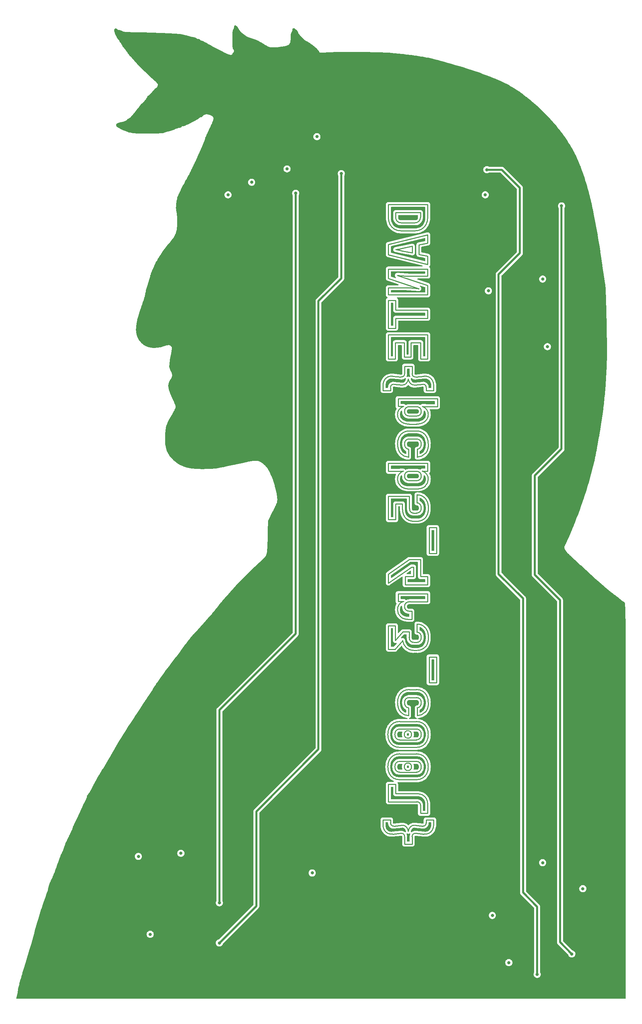
<source format=gbl>
G04 #@! TF.GenerationSoftware,KiCad,Pcbnew,7.0.1*
G04 #@! TF.CreationDate,2023-05-15T13:30:28+02:00*
G04 #@! TF.ProjectId,flagfabber,666c6167-6661-4626-9265-722e6b696361,rev?*
G04 #@! TF.SameCoordinates,Original*
G04 #@! TF.FileFunction,Copper,L2,Bot*
G04 #@! TF.FilePolarity,Positive*
%FSLAX46Y46*%
G04 Gerber Fmt 4.6, Leading zero omitted, Abs format (unit mm)*
G04 Created by KiCad (PCBNEW 7.0.1) date 2023-05-15 13:30:28*
%MOMM*%
%LPD*%
G01*
G04 APERTURE LIST*
G04 #@! TA.AperFunction,NonConductor*
%ADD10C,0.250000*%
G04 #@! TD*
G04 #@! TA.AperFunction,ViaPad*
%ADD11C,0.800000*%
G04 #@! TD*
G04 #@! TA.AperFunction,Conductor*
%ADD12C,0.500000*%
G04 #@! TD*
G04 APERTURE END LIST*
D10*
X185558078Y-149905208D02*
X185555446Y-149914767D01*
X185555446Y-149914767D02*
X185552792Y-149924307D01*
X185552792Y-149924307D02*
X185550114Y-149933828D01*
X185550114Y-149933828D02*
X185547413Y-149943332D01*
X185547413Y-149943332D02*
X185544690Y-149952816D01*
X185544690Y-149952816D02*
X185541943Y-149962283D01*
X185541943Y-149962283D02*
X185539174Y-149971731D01*
X185539174Y-149971731D02*
X185536381Y-149981160D01*
X185536381Y-149981160D02*
X185533566Y-149990572D01*
X185533566Y-149990572D02*
X185530727Y-149999964D01*
X185530727Y-149999964D02*
X185527866Y-150009339D01*
X185527866Y-150009339D02*
X185524981Y-150018695D01*
X185524981Y-150018695D02*
X185522074Y-150028032D01*
X185522074Y-150028032D02*
X185519143Y-150037351D01*
X185519143Y-150037351D02*
X185516190Y-150046652D01*
X185516190Y-150046652D02*
X185513213Y-150055934D01*
X185513213Y-150055934D02*
X185510214Y-150065198D01*
X185510214Y-150065198D02*
X185507191Y-150074443D01*
X185507191Y-150074443D02*
X185504146Y-150083670D01*
X185504146Y-150083670D02*
X185501078Y-150092879D01*
X185501078Y-150092879D02*
X185497986Y-150102069D01*
X185497986Y-150102069D02*
X185494872Y-150111241D01*
X185494872Y-150111241D02*
X185491735Y-150120394D01*
X185491735Y-150120394D02*
X185488574Y-150129529D01*
X185488574Y-150129529D02*
X185485391Y-150138646D01*
X185485391Y-150138646D02*
X185482185Y-150147744D01*
X185482185Y-150147744D02*
X185478956Y-150156823D01*
X185478956Y-150156823D02*
X185475703Y-150165885D01*
X185475703Y-150165885D02*
X185472428Y-150174927D01*
X185472428Y-150174927D02*
X185469130Y-150183952D01*
X185469130Y-150183952D02*
X185465809Y-150192958D01*
X185465809Y-150192958D02*
X185462465Y-150201945D01*
X185462465Y-150201945D02*
X185459098Y-150210915D01*
X185459098Y-150210915D02*
X185455707Y-150219865D01*
X185455707Y-150219865D02*
X185452294Y-150228798D01*
X185452294Y-150228798D02*
X185448858Y-150237712D01*
X185448858Y-150237712D02*
X185445399Y-150246607D01*
X185445399Y-150246607D02*
X185441917Y-150255484D01*
X185441917Y-150255484D02*
X185438412Y-150264343D01*
X185438412Y-150264343D02*
X185434884Y-150273183D01*
X185434884Y-150273183D02*
X185431333Y-150282005D01*
X185431333Y-150282005D02*
X185427759Y-150290808D01*
X185427759Y-150290808D02*
X185424162Y-150299593D01*
X185424162Y-150299593D02*
X185420542Y-150308360D01*
X185420542Y-150308360D02*
X185416899Y-150317108D01*
X185416899Y-150317108D02*
X185413233Y-150325838D01*
X185413233Y-150325838D02*
X185409544Y-150334549D01*
X185409544Y-150334549D02*
X185405832Y-150343242D01*
X185405832Y-150343242D02*
X185402097Y-150351917D01*
X185402097Y-150351917D02*
X185398340Y-150360573D01*
X185398340Y-150360573D02*
X185394559Y-150369210D01*
X185394559Y-150369210D02*
X185390755Y-150377830D01*
X185390755Y-150377830D02*
X185386928Y-150386430D01*
X185386928Y-150386430D02*
X185383078Y-150395013D01*
X185383078Y-150395013D02*
X185379205Y-150403577D01*
X185379205Y-150403577D02*
X185375310Y-150412122D01*
X185375310Y-150412122D02*
X185371391Y-150420650D01*
X185371391Y-150420650D02*
X185367449Y-150429158D01*
X185367449Y-150429158D02*
X185363484Y-150437649D01*
X185363484Y-150437649D02*
X185359497Y-150446121D01*
X185359497Y-150446121D02*
X185355486Y-150454574D01*
X185355486Y-150454574D02*
X185351452Y-150463009D01*
X185351452Y-150463009D02*
X185347396Y-150471426D01*
X185347396Y-150471426D02*
X185343316Y-150479824D01*
X185343316Y-150479824D02*
X185339213Y-150488204D01*
X185339213Y-150488204D02*
X185335088Y-150496565D01*
X185335088Y-150496565D02*
X185330939Y-150504908D01*
X185330939Y-150504908D02*
X185326767Y-150513233D01*
X185326767Y-150513233D02*
X185322573Y-150521539D01*
X185322573Y-150521539D02*
X185318355Y-150529827D01*
X185318355Y-150529827D02*
X185314115Y-150538096D01*
X185314115Y-150538096D02*
X185309851Y-150546347D01*
X185309851Y-150546347D02*
X185305565Y-150554580D01*
X185305565Y-150554580D02*
X185301255Y-150562794D01*
X185301255Y-150562794D02*
X185296923Y-150570989D01*
X185296923Y-150570989D02*
X185292567Y-150579167D01*
X185292567Y-150579167D02*
X185288189Y-150587326D01*
X185288189Y-150587326D02*
X185283788Y-150595466D01*
X185283788Y-150595466D02*
X185279363Y-150603588D01*
X185279363Y-150603588D02*
X185274916Y-150611692D01*
X185274916Y-150611692D02*
X185270445Y-150619777D01*
X185270445Y-150619777D02*
X185265952Y-150627843D01*
X185265952Y-150627843D02*
X185261436Y-150635892D01*
X185261436Y-150635892D02*
X185256896Y-150643922D01*
X185256896Y-150643922D02*
X185252334Y-150651933D01*
X185252334Y-150651933D02*
X185247749Y-150659926D01*
X185247749Y-150659926D02*
X185243140Y-150667901D01*
X185243140Y-150667901D02*
X185238509Y-150675857D01*
X185238509Y-150675857D02*
X185233855Y-150683795D01*
X185233855Y-150683795D02*
X185229178Y-150691714D01*
X185229178Y-150691714D02*
X185224477Y-150699615D01*
X185224477Y-150699615D02*
X185219754Y-150707498D01*
X185219754Y-150707498D02*
X185215008Y-150715362D01*
X185215008Y-150715362D02*
X185210239Y-150723208D01*
X185210239Y-150723208D02*
X185205447Y-150731035D01*
X185205447Y-150731035D02*
X185200632Y-150738844D01*
X185200632Y-150738844D02*
X185195793Y-150746635D01*
X185195793Y-150746635D02*
X185190932Y-150754407D01*
X185190932Y-150754407D02*
X185186048Y-150762160D01*
X185186048Y-150762160D02*
X185181141Y-150769896D01*
X185181141Y-150769896D02*
X185176211Y-150777613D01*
X185176211Y-150777613D02*
X185171258Y-150785311D01*
X185171258Y-150785311D02*
X185166282Y-150792991D01*
X185166282Y-150792991D02*
X185161283Y-150800653D01*
X185161283Y-150800653D02*
X185156261Y-150808296D01*
X185156261Y-150808296D02*
X185151216Y-150815921D01*
X185151216Y-150815921D02*
X185146148Y-150823527D01*
X185146148Y-150823527D02*
X185141057Y-150831115D01*
X185141057Y-150831115D02*
X185135943Y-150838684D01*
X185135943Y-150838684D02*
X185130806Y-150846235D01*
X185130806Y-150846235D02*
X185125646Y-150853768D01*
X185125646Y-150853768D02*
X185120464Y-150861282D01*
X185120464Y-150861282D02*
X185115258Y-150868778D01*
X185115258Y-150868778D02*
X185110029Y-150876256D01*
X185110029Y-150876256D02*
X185104777Y-150883715D01*
X185104777Y-150883715D02*
X185099502Y-150891155D01*
X185099502Y-150891155D02*
X185094204Y-150898577D01*
X185094204Y-150898577D02*
X185088884Y-150905981D01*
X185088884Y-150905981D02*
X185083540Y-150913366D01*
X185083540Y-150913366D02*
X185078173Y-150920733D01*
X185078173Y-150920733D02*
X185072783Y-150928082D01*
X185072783Y-150928082D02*
X185067371Y-150935412D01*
X185067371Y-150935412D02*
X185061935Y-150942724D01*
X185061935Y-150942724D02*
X185056476Y-150950017D01*
X185056476Y-150950017D02*
X185050995Y-150957292D01*
X185050995Y-150957292D02*
X185045490Y-150964548D01*
X185045490Y-150964548D02*
X185039962Y-150971786D01*
X185039962Y-150971786D02*
X185034412Y-150979006D01*
X185034412Y-150979006D02*
X185028838Y-150986207D01*
X185028838Y-150986207D02*
X185023241Y-150993390D01*
X185023241Y-150993390D02*
X185017622Y-151000554D01*
X185017622Y-151000554D02*
X185011979Y-151007700D01*
X185011979Y-151007700D02*
X185006314Y-151014827D01*
X184989179Y-151036099D02*
X184983422Y-151043153D01*
X184983422Y-151043153D02*
X184977641Y-151050189D01*
X184977641Y-151050189D02*
X184971838Y-151057206D01*
X184971838Y-151057206D02*
X184966011Y-151064204D01*
X184966011Y-151064204D02*
X184960162Y-151071184D01*
X184960162Y-151071184D02*
X184954290Y-151078146D01*
X182899253Y-152022752D02*
G75*
G03*
X184954290Y-151078146I-857J2709585D01*
G01*
X182899253Y-152022787D02*
X182899253Y-150024075D01*
X182899252Y-150024063D02*
G75*
G03*
X183660437Y-149619343I-43456J999896D01*
G01*
X183660433Y-149619340D02*
G75*
G03*
X183927576Y-148694818I-1250437J862173D01*
G01*
X183927582Y-148694818D02*
G75*
G03*
X183605722Y-147750177I-1291086J87251D01*
G01*
X183605715Y-147750184D02*
G75*
G03*
X182694875Y-147421887I-834319J-887083D01*
G01*
X182694875Y-147421886D02*
X180913414Y-147421886D01*
X180913415Y-147421872D02*
G75*
G03*
X179995326Y-147750177I-85019J-1210095D01*
G01*
X179995347Y-147750195D02*
G75*
G03*
X179680714Y-148694818I994549J-855972D01*
G01*
X179680734Y-148694819D02*
G75*
G03*
X179954290Y-149619343I1492062J-61248D01*
G01*
X179954311Y-149619327D02*
G75*
G03*
X180707428Y-150024075I808885J602060D01*
G01*
X180707428Y-150024075D02*
X180707428Y-152022787D01*
X178653191Y-151078149D02*
G75*
G03*
X180707428Y-152022786I2056305J1765782D01*
G01*
X178653195Y-151078146D02*
X178647317Y-151071184D01*
X178647317Y-151071184D02*
X178641461Y-151064204D01*
X178641461Y-151064204D02*
X178635628Y-151057206D01*
X178635628Y-151057206D02*
X178629819Y-151050189D01*
X178629819Y-151050189D02*
X178624032Y-151043153D01*
X178624032Y-151043153D02*
X178618268Y-151036099D01*
X178618268Y-151036099D02*
X178612528Y-151029027D01*
X178612528Y-151029027D02*
X178606810Y-151021936D01*
X178606810Y-151021936D02*
X178601116Y-151014827D01*
X178601116Y-151014827D02*
X178595444Y-151007700D01*
X178595444Y-151007700D02*
X178589795Y-151000554D01*
X178589795Y-151000554D02*
X178584170Y-150993390D01*
X178584170Y-150993390D02*
X178578567Y-150986207D01*
X178578567Y-150986207D02*
X178572988Y-150979006D01*
X178572988Y-150979006D02*
X178567431Y-150971786D01*
X178567431Y-150971786D02*
X178561898Y-150964548D01*
X178561898Y-150964548D02*
X178556387Y-150957292D01*
X178556387Y-150957292D02*
X178550899Y-150950017D01*
X178550899Y-150950017D02*
X178545435Y-150942724D01*
X178545435Y-150942724D02*
X178539993Y-150935412D01*
X178539993Y-150935412D02*
X178534575Y-150928082D01*
X178534575Y-150928082D02*
X178529179Y-150920733D01*
X178529179Y-150920733D02*
X178523807Y-150913366D01*
X178523807Y-150913366D02*
X178518457Y-150905981D01*
X178518457Y-150905981D02*
X178513131Y-150898577D01*
X178513131Y-150898577D02*
X178507828Y-150891155D01*
X178507828Y-150891155D02*
X178502547Y-150883715D01*
X178502547Y-150883715D02*
X178497290Y-150876256D01*
X178497290Y-150876256D02*
X178492055Y-150868778D01*
X178492055Y-150868778D02*
X178486844Y-150861282D01*
X178486844Y-150861282D02*
X178481655Y-150853768D01*
X178481655Y-150853768D02*
X178476490Y-150846235D01*
X178476490Y-150846235D02*
X178471348Y-150838684D01*
X178471348Y-150838684D02*
X178466228Y-150831115D01*
X178466228Y-150831115D02*
X178461132Y-150823527D01*
X178461132Y-150823527D02*
X178456058Y-150815921D01*
X178456058Y-150815921D02*
X178451008Y-150808296D01*
X178451008Y-150808296D02*
X178445981Y-150800653D01*
X178445981Y-150800653D02*
X178440976Y-150792991D01*
X178440976Y-150792991D02*
X178435995Y-150785311D01*
X178435995Y-150785311D02*
X178431037Y-150777613D01*
X178431037Y-150777613D02*
X178426101Y-150769896D01*
X178426101Y-150769896D02*
X178421189Y-150762160D01*
X178421189Y-150762160D02*
X178416300Y-150754407D01*
X178416300Y-150754407D02*
X178411433Y-150746635D01*
X178411433Y-150746635D02*
X178406590Y-150738844D01*
X178406590Y-150738844D02*
X178401770Y-150731035D01*
X178401770Y-150731035D02*
X178396973Y-150723208D01*
X178396973Y-150723208D02*
X178392198Y-150715362D01*
X178392198Y-150715362D02*
X178387447Y-150707498D01*
X178387447Y-150707498D02*
X178382719Y-150699615D01*
X178382719Y-150699615D02*
X178378014Y-150691714D01*
X178378014Y-150691714D02*
X178373331Y-150683795D01*
X178373331Y-150683795D02*
X178368672Y-150675857D01*
X178368672Y-150675857D02*
X178364036Y-150667901D01*
X178364036Y-150667901D02*
X178359423Y-150659926D01*
X178359423Y-150659926D02*
X178354832Y-150651933D01*
X178354832Y-150651933D02*
X178350265Y-150643922D01*
X178350265Y-150643922D02*
X178345721Y-150635892D01*
X178345721Y-150635892D02*
X178341200Y-150627843D01*
X178341200Y-150627843D02*
X178336702Y-150619777D01*
X178336702Y-150619777D02*
X178332227Y-150611692D01*
X178332227Y-150611692D02*
X178327774Y-150603588D01*
X178327774Y-150603588D02*
X178323345Y-150595466D01*
X178323345Y-150595466D02*
X178318939Y-150587326D01*
X178318939Y-150587326D02*
X178314556Y-150579167D01*
X178314556Y-150579167D02*
X178310196Y-150570989D01*
X178310196Y-150570989D02*
X178305859Y-150562794D01*
X178305859Y-150562794D02*
X178301545Y-150554580D01*
X178301545Y-150554580D02*
X178297254Y-150546347D01*
X178297254Y-150546347D02*
X178292986Y-150538096D01*
X178292986Y-150538096D02*
X178288741Y-150529827D01*
X178288741Y-150529827D02*
X178284519Y-150521539D01*
X178284519Y-150521539D02*
X178280319Y-150513233D01*
X178280319Y-150513233D02*
X178276143Y-150504908D01*
X178276143Y-150504908D02*
X178271990Y-150496565D01*
X178271990Y-150496565D02*
X178267860Y-150488204D01*
X178267860Y-150488204D02*
X178263753Y-150479824D01*
X178263753Y-150479824D02*
X178259669Y-150471426D01*
X178259669Y-150471426D02*
X178255608Y-150463009D01*
X178255608Y-150463009D02*
X178251570Y-150454574D01*
X178251570Y-150454574D02*
X178247555Y-150446121D01*
X178247555Y-150446121D02*
X178243563Y-150437649D01*
X178243563Y-150437649D02*
X178239594Y-150429158D01*
X178239594Y-150429158D02*
X178235648Y-150420650D01*
X178235648Y-150420650D02*
X178231725Y-150412122D01*
X178231725Y-150412122D02*
X178227826Y-150403577D01*
X178227826Y-150403577D02*
X178223949Y-150395013D01*
X178223949Y-150395013D02*
X178220095Y-150386430D01*
X178220095Y-150386430D02*
X178216264Y-150377830D01*
X178216264Y-150377830D02*
X178212456Y-150369210D01*
X178212456Y-150369210D02*
X178208671Y-150360573D01*
X178208671Y-150360573D02*
X178204909Y-150351917D01*
X178204909Y-150351917D02*
X178201170Y-150343242D01*
X178201170Y-150343242D02*
X178197454Y-150334549D01*
X178197454Y-150334549D02*
X178193761Y-150325838D01*
X178193761Y-150325838D02*
X178190092Y-150317108D01*
X178190092Y-150317108D02*
X178186445Y-150308360D01*
X178186445Y-150308360D02*
X178182821Y-150299593D01*
X178182821Y-150299593D02*
X178179220Y-150290808D01*
X178179220Y-150290808D02*
X178175642Y-150282005D01*
X178175642Y-150282005D02*
X178172087Y-150273183D01*
X178172087Y-150273183D02*
X178168556Y-150264343D01*
X178168556Y-150264343D02*
X178165047Y-150255484D01*
X178165047Y-150255484D02*
X178161561Y-150246607D01*
X178161561Y-150246607D02*
X178158098Y-150237712D01*
X178158098Y-150237712D02*
X178154658Y-150228798D01*
X178154658Y-150228798D02*
X178151242Y-150219865D01*
X178151242Y-150219865D02*
X178147848Y-150210915D01*
X178147848Y-150210915D02*
X178144477Y-150201945D01*
X178144477Y-150201945D02*
X178141129Y-150192958D01*
X178141129Y-150192958D02*
X178137805Y-150183952D01*
X178137805Y-150183952D02*
X178134503Y-150174927D01*
X178134503Y-150174927D02*
X178131224Y-150165885D01*
X178131224Y-150165885D02*
X178127969Y-150156823D01*
X178127969Y-150156823D02*
X178124736Y-150147744D01*
X178124736Y-150147744D02*
X178121526Y-150138646D01*
X178121526Y-150138646D02*
X178118340Y-150129529D01*
X178118340Y-150129529D02*
X178115176Y-150120394D01*
X178115176Y-150120394D02*
X178112035Y-150111241D01*
X178112035Y-150111241D02*
X178108918Y-150102069D01*
X178108918Y-150102069D02*
X178105823Y-150092879D01*
X178105823Y-150092879D02*
X178102751Y-150083670D01*
X178102751Y-150083670D02*
X178099703Y-150074443D01*
X178099703Y-150074443D02*
X178096677Y-150065198D01*
X178096677Y-150065198D02*
X178093674Y-150055934D01*
X178093674Y-150055934D02*
X178090695Y-150046652D01*
X178090695Y-150046652D02*
X178087738Y-150037351D01*
X178087738Y-150037351D02*
X178084805Y-150028032D01*
X178084805Y-150028032D02*
X178081894Y-150018695D01*
X178081894Y-150018695D02*
X178079007Y-150009339D01*
X178079007Y-150009339D02*
X178076142Y-149999964D01*
X178076142Y-149999964D02*
X178073300Y-149990572D01*
X178073300Y-149990572D02*
X178070482Y-149981160D01*
X178070482Y-149981160D02*
X178067686Y-149971731D01*
X178067686Y-149971731D02*
X178064914Y-149962283D01*
X178064914Y-149962283D02*
X178062164Y-149952816D01*
X178062164Y-149952816D02*
X178059438Y-149943332D01*
X178059438Y-149943332D02*
X178056734Y-149933828D01*
X178056734Y-149933828D02*
X178054054Y-149924307D01*
X178054054Y-149924307D02*
X178051396Y-149914767D01*
X178051396Y-149914767D02*
X178048762Y-149905208D01*
X178048762Y-149905208D02*
X178046150Y-149895631D01*
X185913414Y-143640103D02*
X185913414Y-137066238D01*
X185913414Y-137066238D02*
X187830054Y-137066238D01*
X185707428Y-132079112D02*
X185707416Y-132091196D01*
X185707416Y-132091196D02*
X185707380Y-132103261D01*
X185707380Y-132103261D02*
X185707321Y-132115306D01*
X185707321Y-132115306D02*
X185707239Y-132127331D01*
X185707239Y-132127331D02*
X185707132Y-132139337D01*
X185707132Y-132139337D02*
X185707002Y-132151322D01*
X185707002Y-132151322D02*
X185706849Y-132163288D01*
X185706849Y-132163288D02*
X185706672Y-132175233D01*
X185706672Y-132175233D02*
X185706471Y-132187159D01*
X185706471Y-132187159D02*
X185706247Y-132199065D01*
X185706247Y-132199065D02*
X185705999Y-132210951D01*
X185705999Y-132210951D02*
X185705727Y-132222817D01*
X185705727Y-132222817D02*
X185705432Y-132234664D01*
X185705432Y-132234664D02*
X185705113Y-132246490D01*
X185705113Y-132246490D02*
X185704770Y-132258297D01*
X185704770Y-132258297D02*
X185704404Y-132270084D01*
X185704404Y-132270084D02*
X185704014Y-132281850D01*
X185704014Y-132281850D02*
X185703601Y-132293598D01*
X185703601Y-132293598D02*
X185703164Y-132305325D01*
X185703164Y-132305325D02*
X185702703Y-132317032D01*
X185702703Y-132317032D02*
X185702219Y-132328719D01*
X185702219Y-132328719D02*
X185701711Y-132340387D01*
X185701711Y-132340387D02*
X185701180Y-132352035D01*
X185701180Y-132352035D02*
X185700624Y-132363662D01*
X185700624Y-132363662D02*
X185700046Y-132375270D01*
X185700046Y-132375270D02*
X185699443Y-132386859D01*
X185699443Y-132386859D02*
X185698817Y-132398427D01*
X185698817Y-132398427D02*
X185698168Y-132409975D01*
X185698168Y-132409975D02*
X185697494Y-132421504D01*
X185697494Y-132421504D02*
X185696798Y-132433012D01*
X185696798Y-132433012D02*
X185696077Y-132444501D01*
X185696077Y-132444501D02*
X185695333Y-132455970D01*
X185695333Y-132455970D02*
X185694565Y-132467419D01*
X185694565Y-132467419D02*
X185693774Y-132478848D01*
X185693774Y-132478848D02*
X185692959Y-132490257D01*
X185692959Y-132490257D02*
X185692120Y-132501647D01*
X185692120Y-132501647D02*
X185691258Y-132513016D01*
X185691258Y-132513016D02*
X185690372Y-132524366D01*
X185690372Y-132524366D02*
X185689463Y-132535696D01*
X185689463Y-132535696D02*
X185688530Y-132547006D01*
X185688530Y-132547006D02*
X185687573Y-132558296D01*
X185687573Y-132558296D02*
X185686593Y-132569566D01*
X185686593Y-132569566D02*
X185685589Y-132580817D01*
X185685589Y-132580817D02*
X185684561Y-132592047D01*
X185684561Y-132592047D02*
X185683510Y-132603258D01*
X185683510Y-132603258D02*
X185682435Y-132614449D01*
X185682435Y-132614449D02*
X185681337Y-132625620D01*
X185681337Y-132625620D02*
X185680215Y-132636771D01*
X185680215Y-132636771D02*
X185679069Y-132647902D01*
X185679069Y-132647902D02*
X185677900Y-132659013D01*
X185677900Y-132659013D02*
X185676707Y-132670105D01*
X185676707Y-132670105D02*
X185675490Y-132681176D01*
X185675490Y-132681176D02*
X185674250Y-132692228D01*
X185674250Y-132692228D02*
X185672986Y-132703260D01*
X185672986Y-132703260D02*
X185671699Y-132714272D01*
X185671699Y-132714272D02*
X185670388Y-132725264D01*
X185670388Y-132725264D02*
X185669053Y-132736236D01*
X185669053Y-132736236D02*
X185667695Y-132747189D01*
X185667695Y-132747189D02*
X185666313Y-132758121D01*
X185666313Y-132758121D02*
X185664907Y-132769034D01*
X185664907Y-132769034D02*
X185663478Y-132779927D01*
X185663478Y-132779927D02*
X185662025Y-132790800D01*
X185662025Y-132790800D02*
X185660549Y-132801653D01*
X185660549Y-132801653D02*
X185659049Y-132812486D01*
X185659049Y-132812486D02*
X185657525Y-132823299D01*
X185657525Y-132823299D02*
X185655978Y-132834093D01*
X185655978Y-132834093D02*
X185654407Y-132844866D01*
X185654407Y-132844866D02*
X185652813Y-132855620D01*
X185652813Y-132855620D02*
X185651195Y-132866354D01*
X185651195Y-132866354D02*
X185649553Y-132877068D01*
X185649553Y-132877068D02*
X185647887Y-132887762D01*
X185647887Y-132887762D02*
X185646198Y-132898437D01*
X185646198Y-132898437D02*
X185644486Y-132909091D01*
X185644486Y-132909091D02*
X185642750Y-132919725D01*
X185642750Y-132919725D02*
X185640990Y-132930340D01*
X185640990Y-132930340D02*
X185639206Y-132940935D01*
X185639206Y-132940935D02*
X185637399Y-132951510D01*
X185637399Y-132951510D02*
X185635568Y-132962065D01*
X185635568Y-132962065D02*
X185633714Y-132972600D01*
X185633714Y-132972600D02*
X185631836Y-132983116D01*
X185631836Y-132983116D02*
X185629934Y-132993611D01*
X185629934Y-132993611D02*
X185628009Y-133004087D01*
X185628009Y-133004087D02*
X185626060Y-133014543D01*
X185626060Y-133014543D02*
X185624088Y-133024978D01*
X185624088Y-133024978D02*
X185622092Y-133035395D01*
X185622092Y-133035395D02*
X185620072Y-133045791D01*
X185620072Y-133045791D02*
X185618029Y-133056167D01*
X185618029Y-133056167D02*
X185615962Y-133066523D01*
X185615962Y-133066523D02*
X185613871Y-133076860D01*
X185613871Y-133076860D02*
X185611757Y-133087177D01*
X185611757Y-133087177D02*
X185609619Y-133097474D01*
X185609619Y-133097474D02*
X185607458Y-133107751D01*
X185607458Y-133107751D02*
X185605273Y-133118008D01*
X185605273Y-133118008D02*
X185603064Y-133128245D01*
X185603064Y-133128245D02*
X185600832Y-133138462D01*
X185600832Y-133138462D02*
X185598576Y-133148660D01*
X185598576Y-133148660D02*
X185596296Y-133158837D01*
X185596296Y-133158837D02*
X185593993Y-133168995D01*
X185593993Y-133168995D02*
X185591666Y-133179133D01*
X185591666Y-133179133D02*
X185589316Y-133189251D01*
X185589316Y-133189251D02*
X185586942Y-133199349D01*
X185586942Y-133199349D02*
X185584544Y-133209428D01*
X185584544Y-133209428D02*
X185582123Y-133219486D01*
X185582123Y-133219486D02*
X185579678Y-133229525D01*
X185579678Y-133229525D02*
X185577209Y-133239544D01*
X185577209Y-133239544D02*
X185574717Y-133249542D01*
X185574717Y-133249542D02*
X185572201Y-133259521D01*
X185572201Y-133259521D02*
X185569662Y-133269481D01*
X185569662Y-133269481D02*
X185567099Y-133279420D01*
X185567099Y-133279420D02*
X185564512Y-133289339D01*
X185564512Y-133289339D02*
X185561902Y-133299239D01*
X185561902Y-133299239D02*
X185559268Y-133309118D01*
X185559268Y-133309118D02*
X185556611Y-133318978D01*
X185556611Y-133318978D02*
X185553929Y-133328818D01*
X185553929Y-133328818D02*
X185551225Y-133338638D01*
X185551225Y-133338638D02*
X185548496Y-133348438D01*
X185548496Y-133348438D02*
X185545744Y-133358219D01*
X185545744Y-133358219D02*
X185542969Y-133367979D01*
X185542969Y-133367979D02*
X185540169Y-133377720D01*
X185540169Y-133377720D02*
X185537346Y-133387441D01*
X185537346Y-133387441D02*
X185534500Y-133397142D01*
X185534500Y-133397142D02*
X185531630Y-133406823D01*
X185531630Y-133406823D02*
X185528736Y-133416484D01*
X185006314Y-151014827D02*
X185000625Y-151021936D01*
X185528736Y-133416484D02*
X185525819Y-133426125D01*
X185000625Y-151021936D02*
X184994914Y-151029027D01*
X185525819Y-133426125D02*
X185522878Y-133435746D01*
X184994914Y-151029027D02*
X184989179Y-151036099D01*
X185522878Y-133435746D02*
X185519913Y-133445348D01*
X185519913Y-133445348D02*
X185516925Y-133454930D01*
X185516925Y-133454930D02*
X185513913Y-133464492D01*
X185513913Y-133464492D02*
X185510878Y-133474033D01*
X185510878Y-133474033D02*
X185507818Y-133483556D01*
X185507818Y-133483556D02*
X185504736Y-133493058D01*
X185504736Y-133493058D02*
X185501629Y-133502540D01*
X185501629Y-133502540D02*
X185498499Y-133512003D01*
X185498499Y-133512003D02*
X185495346Y-133521445D01*
X185495346Y-133521445D02*
X185492169Y-133530868D01*
X185492169Y-133530868D02*
X185488968Y-133540271D01*
X185488968Y-133540271D02*
X185485743Y-133549654D01*
X185485743Y-133549654D02*
X185482495Y-133559017D01*
X185482495Y-133559017D02*
X185479224Y-133568361D01*
X185479224Y-133568361D02*
X185475928Y-133577684D01*
X185475928Y-133577684D02*
X185472609Y-133586988D01*
X185472609Y-133586988D02*
X185469267Y-133596271D01*
X185469267Y-133596271D02*
X185465901Y-133605535D01*
X185465901Y-133605535D02*
X185462511Y-133614779D01*
X185462511Y-133614779D02*
X185459097Y-133624003D01*
X185459097Y-133624003D02*
X185455660Y-133633207D01*
X185455660Y-133633207D02*
X185452200Y-133642392D01*
X185452200Y-133642392D02*
X185448715Y-133651556D01*
X185448715Y-133651556D02*
X185445207Y-133660701D01*
X185445207Y-133660701D02*
X185441676Y-133669826D01*
X185441676Y-133669826D02*
X185438121Y-133678931D01*
X185438121Y-133678931D02*
X185434542Y-133688016D01*
X185434542Y-133688016D02*
X185430939Y-133697081D01*
X185430939Y-133697081D02*
X185427313Y-133706126D01*
X185427313Y-133706126D02*
X185423664Y-133715152D01*
X185423664Y-133715152D02*
X185419990Y-133724157D01*
X185419990Y-133724157D02*
X185416293Y-133733143D01*
X185416293Y-133733143D02*
X185412573Y-133742109D01*
X185412573Y-133742109D02*
X185408829Y-133751055D01*
X185408829Y-133751055D02*
X185405061Y-133759981D01*
X185405061Y-133759981D02*
X185401270Y-133768887D01*
X185401270Y-133768887D02*
X185397455Y-133777774D01*
X185397455Y-133777774D02*
X185393616Y-133786640D01*
X185393616Y-133786640D02*
X185389754Y-133795487D01*
X185389754Y-133795487D02*
X185385868Y-133804314D01*
X185385868Y-133804314D02*
X185381958Y-133813121D01*
X185381958Y-133813121D02*
X185378025Y-133821908D01*
X185378025Y-133821908D02*
X185374068Y-133830675D01*
X185374068Y-133830675D02*
X185370088Y-133839422D01*
X185370088Y-133839422D02*
X185366084Y-133848150D01*
X185366084Y-133848150D02*
X185362056Y-133856857D01*
X185362056Y-133856857D02*
X185358005Y-133865545D01*
X185358005Y-133865545D02*
X185353930Y-133874213D01*
X185353930Y-133874213D02*
X185349832Y-133882861D01*
X185349832Y-133882861D02*
X185345710Y-133891489D01*
X185345710Y-133891489D02*
X185341564Y-133900097D01*
X185341564Y-133900097D02*
X185337395Y-133908686D01*
X185337395Y-133908686D02*
X185333202Y-133917254D01*
X185333202Y-133917254D02*
X185328985Y-133925803D01*
X185328985Y-133925803D02*
X185324745Y-133934332D01*
X185324745Y-133934332D02*
X185320481Y-133942841D01*
X185320481Y-133942841D02*
X185316194Y-133951330D01*
X185316194Y-133951330D02*
X185311883Y-133959799D01*
X185311883Y-133959799D02*
X185307548Y-133968249D01*
X185307548Y-133968249D02*
X185303189Y-133976678D01*
X185303189Y-133976678D02*
X185298808Y-133985088D01*
X185298808Y-133985088D02*
X185294402Y-133993478D01*
X185294402Y-133993478D02*
X185289973Y-134001847D01*
X185289973Y-134001847D02*
X185285520Y-134010197D01*
X185285520Y-134010197D02*
X185281043Y-134018528D01*
X185281043Y-134018528D02*
X185276543Y-134026838D01*
X185276543Y-134026838D02*
X185272020Y-134035128D01*
X185272020Y-134035128D02*
X185267472Y-134043399D01*
X185267472Y-134043399D02*
X185262901Y-134051650D01*
X185262901Y-134051650D02*
X185258307Y-134059881D01*
X185258307Y-134059881D02*
X185253689Y-134068092D01*
X185253689Y-134068092D02*
X185249047Y-134076283D01*
X185249047Y-134076283D02*
X185244382Y-134084454D01*
X185244382Y-134084454D02*
X185239692Y-134092605D01*
X185239692Y-134092605D02*
X185234980Y-134100737D01*
X185234980Y-134100737D02*
X185230244Y-134108848D01*
X185230244Y-134108848D02*
X185225484Y-134116940D01*
X185225484Y-134116940D02*
X185220700Y-134125012D01*
X185220700Y-134125012D02*
X185215893Y-134133064D01*
X185215893Y-134133064D02*
X185211062Y-134141096D01*
X185211062Y-134141096D02*
X185206208Y-134149109D01*
X185206208Y-134149109D02*
X185201330Y-134157101D01*
X185201330Y-134157101D02*
X185196428Y-134165074D01*
X185196428Y-134165074D02*
X185191503Y-134173026D01*
X185191503Y-134173026D02*
X185186554Y-134180959D01*
X185186554Y-134180959D02*
X185181581Y-134188872D01*
X185181581Y-134188872D02*
X185176585Y-134196765D01*
X185176585Y-134196765D02*
X185171565Y-134204639D01*
X185171565Y-134204639D02*
X185166522Y-134212492D01*
X185166522Y-134212492D02*
X185161455Y-134220326D01*
X185161455Y-134220326D02*
X185156364Y-134228139D01*
X185156364Y-134228139D02*
X185151250Y-134235933D01*
X185151250Y-134235933D02*
X185146112Y-134243707D01*
X185146112Y-134243707D02*
X185140951Y-134251461D01*
X185140951Y-134251461D02*
X185135766Y-134259195D01*
X185135766Y-134259195D02*
X185130557Y-134266910D01*
X185130557Y-134266910D02*
X185125325Y-134274604D01*
X185125325Y-134274604D02*
X185120069Y-134282279D01*
X185120069Y-134282279D02*
X185114789Y-134289934D01*
X185114789Y-134289934D02*
X185109486Y-134297568D01*
X185109486Y-134297568D02*
X185104159Y-134305183D01*
X185104159Y-134305183D02*
X185098809Y-134312779D01*
X185098809Y-134312779D02*
X185093434Y-134320354D01*
X185093434Y-134320354D02*
X185088037Y-134327909D01*
X185088037Y-134327909D02*
X185082615Y-134335445D01*
X185082615Y-134335445D02*
X185077170Y-134342961D01*
X185077170Y-134342961D02*
X185071702Y-134350456D01*
X185071702Y-134350456D02*
X185066210Y-134357932D01*
X185066210Y-134357932D02*
X185060694Y-134365388D01*
X185060694Y-134365388D02*
X185055154Y-134372825D01*
X185055154Y-134372825D02*
X185049591Y-134380241D01*
X185049591Y-134380241D02*
X185044005Y-134387638D01*
X185044005Y-134387638D02*
X185038394Y-134395014D01*
X185038394Y-134395014D02*
X185032760Y-134402371D01*
X185032760Y-134402371D02*
X185027103Y-134409708D01*
X185027103Y-134409708D02*
X185021422Y-134417025D01*
X185021422Y-134417025D02*
X185015717Y-134424322D01*
X185015717Y-134424322D02*
X185009988Y-134431599D01*
X185009988Y-134431599D02*
X185004236Y-134438857D01*
X185004236Y-134438857D02*
X184998461Y-134446094D01*
X184998461Y-134446094D02*
X184992661Y-134453312D01*
X184992661Y-134453312D02*
X184986838Y-134460510D01*
X184986838Y-134460510D02*
X184980992Y-134467688D01*
X184980992Y-134467688D02*
X184975122Y-134474846D01*
X184975122Y-134474846D02*
X184969228Y-134481984D01*
X184969228Y-134481984D02*
X184963310Y-134489103D01*
X184963310Y-134489103D02*
X184957369Y-134496201D01*
X184957369Y-134496201D02*
X184951405Y-134503280D01*
X184951405Y-134503280D02*
X184945417Y-134510339D01*
X184945417Y-134510339D02*
X184939405Y-134517378D01*
X184939405Y-134517378D02*
X184933369Y-134524397D01*
X182831663Y-135421562D02*
G75*
G03*
X184933368Y-134524396I119833J2629595D01*
G01*
X182831663Y-135421564D02*
X182022201Y-135421564D01*
X180146614Y-134757721D02*
G75*
G03*
X182022201Y-135421563I1775982J2036254D01*
G01*
X179201185Y-132915928D02*
G75*
G03*
X180146598Y-134757740I3074211J414461D01*
G01*
X179201152Y-132915932D02*
X177228187Y-135120631D01*
X177228187Y-135120631D02*
X175570640Y-135120631D01*
X175570640Y-135120631D02*
X175570640Y-129148632D01*
X175570640Y-129148632D02*
X177352101Y-129148632D01*
X177352101Y-129148632D02*
X177352101Y-132901448D01*
X177352101Y-132901448D02*
X179270350Y-130709623D01*
X179270350Y-130709623D02*
X180858699Y-130709623D01*
X180858699Y-130709623D02*
X180858699Y-132079112D01*
X180858697Y-132079112D02*
G75*
G03*
X181166874Y-133031799I1356899J-87255D01*
G01*
X181166892Y-133031781D02*
G75*
G03*
X182036684Y-133368136I802304J781914D01*
G01*
X182036684Y-133368137D02*
X182831663Y-133368137D01*
X182831662Y-133368156D02*
G75*
G03*
X183633079Y-133025362I46034J1000589D01*
G01*
X183633067Y-133025352D02*
G75*
G03*
X183927576Y-132079112I-1108571J863985D01*
G01*
X183927587Y-132079113D02*
G75*
G03*
X183633079Y-131140908I-1406091J73946D01*
G01*
X183633089Y-131140899D02*
G75*
G03*
X182831663Y-130791696I-756993J-643068D01*
G01*
X182831663Y-130791696D02*
X182831663Y-128738268D01*
X184933396Y-129641850D02*
G75*
G03*
X182831663Y-128738268I-1983500J-1717517D01*
G01*
X184933369Y-129641873D02*
X184939405Y-129648942D01*
X184939405Y-129648942D02*
X184945417Y-129656031D01*
X184945417Y-129656031D02*
X184951405Y-129663138D01*
X184951405Y-129663138D02*
X184957369Y-129670265D01*
X184957369Y-129670265D02*
X184963310Y-129677411D01*
X184963310Y-129677411D02*
X184969228Y-129684576D01*
X184969228Y-129684576D02*
X184975122Y-129691760D01*
X184975122Y-129691760D02*
X184980992Y-129698964D01*
X184980992Y-129698964D02*
X184986838Y-129706187D01*
X184986838Y-129706187D02*
X184992661Y-129713429D01*
X184992661Y-129713429D02*
X184998461Y-129720690D01*
X184998461Y-129720690D02*
X185004236Y-129727971D01*
X185004236Y-129727971D02*
X185009988Y-129735270D01*
X185009988Y-129735270D02*
X185015717Y-129742589D01*
X185015717Y-129742589D02*
X185021422Y-129749927D01*
X185021422Y-129749927D02*
X185027103Y-129757285D01*
X185027103Y-129757285D02*
X185032760Y-129764662D01*
X185032760Y-129764662D02*
X185038394Y-129772057D01*
X185038394Y-129772057D02*
X185044005Y-129779473D01*
X185044005Y-129779473D02*
X185049591Y-129786907D01*
X185049591Y-129786907D02*
X185055154Y-129794360D01*
X185055154Y-129794360D02*
X185060694Y-129801833D01*
X185060694Y-129801833D02*
X185066210Y-129809325D01*
X185066210Y-129809325D02*
X185071702Y-129816837D01*
X185071702Y-129816837D02*
X185077170Y-129824367D01*
X185077170Y-129824367D02*
X185082615Y-129831917D01*
X185082615Y-129831917D02*
X185088037Y-129839486D01*
X185088037Y-129839486D02*
X185093434Y-129847074D01*
X185093434Y-129847074D02*
X185098809Y-129854681D01*
X185098809Y-129854681D02*
X185104159Y-129862308D01*
X185104159Y-129862308D02*
X185109486Y-129869954D01*
X185109486Y-129869954D02*
X185114789Y-129877619D01*
X185114789Y-129877619D02*
X185120069Y-129885303D01*
X185120069Y-129885303D02*
X185125325Y-129893006D01*
X185125325Y-129893006D02*
X185130557Y-129900729D01*
X185130557Y-129900729D02*
X185135766Y-129908471D01*
X185135766Y-129908471D02*
X185140951Y-129916232D01*
X185140951Y-129916232D02*
X185146112Y-129924013D01*
X185146112Y-129924013D02*
X185151250Y-129931812D01*
X185151250Y-129931812D02*
X185156364Y-129939631D01*
X185156364Y-129939631D02*
X185161455Y-129947469D01*
X185161455Y-129947469D02*
X185166522Y-129955327D01*
X185166522Y-129955327D02*
X185171565Y-129963203D01*
X185171565Y-129963203D02*
X185176585Y-129971099D01*
X185176585Y-129971099D02*
X185181581Y-129979014D01*
X185181581Y-129979014D02*
X185186554Y-129986948D01*
X185186554Y-129986948D02*
X185191503Y-129994902D01*
X185191503Y-129994902D02*
X185196428Y-130002874D01*
X185196428Y-130002874D02*
X185201330Y-130010866D01*
X185201330Y-130010866D02*
X185206208Y-130018878D01*
X185206208Y-130018878D02*
X185211062Y-130026908D01*
X185211062Y-130026908D02*
X185215893Y-130034958D01*
X185215893Y-130034958D02*
X185220700Y-130043026D01*
X185220700Y-130043026D02*
X185225484Y-130051114D01*
X185225484Y-130051114D02*
X185230244Y-130059222D01*
X185230244Y-130059222D02*
X185234980Y-130067348D01*
X185234980Y-130067348D02*
X185239692Y-130075494D01*
X185239692Y-130075494D02*
X185244382Y-130083659D01*
X185244382Y-130083659D02*
X185249047Y-130091843D01*
X185249047Y-130091843D02*
X185253689Y-130100047D01*
X185253689Y-130100047D02*
X185258307Y-130108269D01*
X185258307Y-130108269D02*
X185262901Y-130116511D01*
X185262901Y-130116511D02*
X185267472Y-130124772D01*
X185267472Y-130124772D02*
X185272020Y-130133052D01*
X185272020Y-130133052D02*
X185276543Y-130141352D01*
X185276543Y-130141352D02*
X185281043Y-130149671D01*
X185281043Y-130149671D02*
X185285520Y-130158009D01*
X185285520Y-130158009D02*
X185289973Y-130166366D01*
X185289973Y-130166366D02*
X185294402Y-130174742D01*
X185294402Y-130174742D02*
X185298808Y-130183138D01*
X185298808Y-130183138D02*
X185303189Y-130191553D01*
X185303189Y-130191553D02*
X185307548Y-130199987D01*
X185307548Y-130199987D02*
X185311883Y-130208441D01*
X185311883Y-130208441D02*
X185316194Y-130216913D01*
X185316194Y-130216913D02*
X185320481Y-130225405D01*
X185320481Y-130225405D02*
X185324745Y-130233916D01*
X185324745Y-130233916D02*
X185328985Y-130242446D01*
X185328985Y-130242446D02*
X185333202Y-130250996D01*
X185333202Y-130250996D02*
X185337395Y-130259565D01*
X185337395Y-130259565D02*
X185341564Y-130268152D01*
X185341564Y-130268152D02*
X185345710Y-130276760D01*
X185345710Y-130276760D02*
X185349832Y-130285386D01*
X185349832Y-130285386D02*
X185353930Y-130294032D01*
X185353930Y-130294032D02*
X185358005Y-130302697D01*
X185358005Y-130302697D02*
X185362056Y-130311381D01*
X185362056Y-130311381D02*
X185366084Y-130320084D01*
X185366084Y-130320084D02*
X185370088Y-130328807D01*
X185370088Y-130328807D02*
X185374068Y-130337548D01*
X185374068Y-130337548D02*
X185378025Y-130346309D01*
X185378025Y-130346309D02*
X185381958Y-130355090D01*
X185381958Y-130355090D02*
X185385868Y-130363889D01*
X185385868Y-130363889D02*
X185389754Y-130372708D01*
X185389754Y-130372708D02*
X185393616Y-130381546D01*
X185393616Y-130381546D02*
X185397455Y-130390403D01*
X185397455Y-130390403D02*
X185401270Y-130399279D01*
X185401270Y-130399279D02*
X185405061Y-130408175D01*
X185405061Y-130408175D02*
X185408829Y-130417089D01*
X185408829Y-130417089D02*
X185412573Y-130426023D01*
X185412573Y-130426023D02*
X185416293Y-130434977D01*
X185416293Y-130434977D02*
X185419990Y-130443949D01*
X185419990Y-130443949D02*
X185423664Y-130452941D01*
X185423664Y-130452941D02*
X185427313Y-130461952D01*
X185427313Y-130461952D02*
X185430939Y-130470982D01*
X185430939Y-130470982D02*
X185434542Y-130480032D01*
X185434542Y-130480032D02*
X185438121Y-130489100D01*
X185438121Y-130489100D02*
X185441676Y-130498188D01*
X185441676Y-130498188D02*
X185445207Y-130507295D01*
X185445207Y-130507295D02*
X185448715Y-130516421D01*
X185448715Y-130516421D02*
X185452200Y-130525567D01*
X185452200Y-130525567D02*
X185455660Y-130534732D01*
X185455660Y-130534732D02*
X185459097Y-130543916D01*
X185459097Y-130543916D02*
X185462511Y-130553119D01*
X185462511Y-130553119D02*
X185465901Y-130562341D01*
X185465901Y-130562341D02*
X185469267Y-130571583D01*
X185469267Y-130571583D02*
X185472609Y-130580844D01*
X185472609Y-130580844D02*
X185475928Y-130590124D01*
X185475928Y-130590124D02*
X185479224Y-130599423D01*
X185479224Y-130599423D02*
X185482495Y-130608742D01*
X185482495Y-130608742D02*
X185485743Y-130618080D01*
X185485743Y-130618080D02*
X185488968Y-130627437D01*
X185488968Y-130627437D02*
X185492169Y-130636813D01*
X185492169Y-130636813D02*
X185495346Y-130646209D01*
X185495346Y-130646209D02*
X185498499Y-130655623D01*
X185498499Y-130655623D02*
X185501629Y-130665057D01*
X185501629Y-130665057D02*
X185504736Y-130674510D01*
X185504736Y-130674510D02*
X185507818Y-130683983D01*
X185507818Y-130683983D02*
X185510878Y-130693474D01*
X185510878Y-130693474D02*
X185513913Y-130702985D01*
X185513913Y-130702985D02*
X185516925Y-130712515D01*
X185516925Y-130712515D02*
X185519913Y-130722065D01*
X185519913Y-130722065D02*
X185522878Y-130731633D01*
X185522878Y-130731633D02*
X185525819Y-130741221D01*
X185525819Y-130741221D02*
X185528736Y-130750828D01*
X185528736Y-130750828D02*
X185531630Y-130760454D01*
X185531630Y-130760454D02*
X185534500Y-130770100D01*
X185534500Y-130770100D02*
X185537346Y-130779764D01*
X185537346Y-130779764D02*
X185540169Y-130789448D01*
X185540169Y-130789448D02*
X185542969Y-130799151D01*
X185542969Y-130799151D02*
X185545744Y-130808874D01*
X185545744Y-130808874D02*
X185548496Y-130818615D01*
X185548496Y-130818615D02*
X185551225Y-130828376D01*
X185551225Y-130828376D02*
X185553929Y-130838156D01*
X185553929Y-130838156D02*
X185556611Y-130847955D01*
X185556611Y-130847955D02*
X185559268Y-130857774D01*
X185559268Y-130857774D02*
X185561902Y-130867611D01*
X185561902Y-130867611D02*
X185564512Y-130877468D01*
X185564512Y-130877468D02*
X185567099Y-130887345D01*
X185567099Y-130887345D02*
X185569662Y-130897240D01*
X185569662Y-130897240D02*
X185572201Y-130907155D01*
X185572201Y-130907155D02*
X185574717Y-130917088D01*
X185574717Y-130917088D02*
X185577209Y-130927041D01*
X185577209Y-130927041D02*
X185579678Y-130937014D01*
X185579678Y-130937014D02*
X185582123Y-130947005D01*
X185582123Y-130947005D02*
X185584544Y-130957016D01*
X185584544Y-130957016D02*
X185586942Y-130967046D01*
X185586942Y-130967046D02*
X185589316Y-130977095D01*
X185589316Y-130977095D02*
X185591666Y-130987164D01*
X185591666Y-130987164D02*
X185593993Y-130997251D01*
X185593993Y-130997251D02*
X185596296Y-131007358D01*
X185596296Y-131007358D02*
X185598576Y-131017484D01*
X185598576Y-131017484D02*
X185600832Y-131027630D01*
X185600832Y-131027630D02*
X185603064Y-131037794D01*
X185603064Y-131037794D02*
X185605273Y-131047978D01*
X185605273Y-131047978D02*
X185607458Y-131058181D01*
X185607458Y-131058181D02*
X185609619Y-131068403D01*
X185609619Y-131068403D02*
X185611757Y-131078645D01*
X185611757Y-131078645D02*
X185613871Y-131088905D01*
X185613871Y-131088905D02*
X185615962Y-131099185D01*
X185615962Y-131099185D02*
X185618029Y-131109484D01*
X185618029Y-131109484D02*
X185620072Y-131119803D01*
X185620072Y-131119803D02*
X185622092Y-131130140D01*
X185622092Y-131130140D02*
X185624088Y-131140497D01*
X185624088Y-131140497D02*
X185626060Y-131150873D01*
X185626060Y-131150873D02*
X185628009Y-131161269D01*
X185628009Y-131161269D02*
X185629934Y-131171683D01*
X185629934Y-131171683D02*
X185631836Y-131182117D01*
X185631836Y-131182117D02*
X185633714Y-131192570D01*
X185633714Y-131192570D02*
X185635568Y-131203042D01*
X185649553Y-131287512D02*
X185651195Y-131298157D01*
X185651195Y-131298157D02*
X185652813Y-131308822D01*
X185652813Y-131308822D02*
X185654407Y-131319505D01*
X185654407Y-131319505D02*
X185655978Y-131330208D01*
X185655978Y-131330208D02*
X185657525Y-131340930D01*
X185657525Y-131340930D02*
X185659049Y-131351672D01*
X185659049Y-131351672D02*
X185660549Y-131362432D01*
X185660549Y-131362432D02*
X185662025Y-131373212D01*
X185662025Y-131373212D02*
X185663478Y-131384011D01*
X185663478Y-131384011D02*
X185664907Y-131394829D01*
X185664907Y-131394829D02*
X185666313Y-131405667D01*
X185666313Y-131405667D02*
X185667695Y-131416524D01*
X185667695Y-131416524D02*
X185669053Y-131427400D01*
X185669053Y-131427400D02*
X185670388Y-131438295D01*
X185670388Y-131438295D02*
X185671699Y-131449209D01*
X185671699Y-131449209D02*
X185672986Y-131460143D01*
X185672986Y-131460143D02*
X185674250Y-131471096D01*
X185674250Y-131471096D02*
X185675490Y-131482068D01*
X185675490Y-131482068D02*
X185676707Y-131493059D01*
X185676707Y-131493059D02*
X185677900Y-131504070D01*
X185677900Y-131504070D02*
X185679069Y-131515100D01*
X185679069Y-131515100D02*
X185680215Y-131526149D01*
X185680215Y-131526149D02*
X185681337Y-131537217D01*
X185681337Y-131537217D02*
X185682435Y-131548304D01*
X185682435Y-131548304D02*
X185683510Y-131559411D01*
X185683510Y-131559411D02*
X185684561Y-131570537D01*
X185684561Y-131570537D02*
X185685589Y-131581682D01*
X185685589Y-131581682D02*
X185686593Y-131592846D01*
X185686593Y-131592846D02*
X185687573Y-131604030D01*
X185687573Y-131604030D02*
X185688530Y-131615233D01*
X185688530Y-131615233D02*
X185689463Y-131626455D01*
X185689463Y-131626455D02*
X185690372Y-131637696D01*
X185690372Y-131637696D02*
X185691258Y-131648957D01*
X185691258Y-131648957D02*
X185692120Y-131660236D01*
X185692120Y-131660236D02*
X185692959Y-131671535D01*
X185692959Y-131671535D02*
X185693774Y-131682853D01*
X185693774Y-131682853D02*
X185694565Y-131694191D01*
X185694565Y-131694191D02*
X185695333Y-131705548D01*
X185695333Y-131705548D02*
X185696077Y-131716923D01*
X185696077Y-131716923D02*
X185696798Y-131728318D01*
X185696798Y-131728318D02*
X185697494Y-131739733D01*
X185697494Y-131739733D02*
X185698168Y-131751166D01*
X185698168Y-131751166D02*
X185698817Y-131762619D01*
X185698817Y-131762619D02*
X185699443Y-131774091D01*
X185699443Y-131774091D02*
X185700046Y-131785582D01*
X185700046Y-131785582D02*
X185700624Y-131797093D01*
X185700624Y-131797093D02*
X185701180Y-131808622D01*
X185701180Y-131808622D02*
X185701711Y-131820171D01*
X185701711Y-131820171D02*
X185702219Y-131831739D01*
X185702219Y-131831739D02*
X185702703Y-131843327D01*
X185702703Y-131843327D02*
X185703164Y-131854933D01*
X185703164Y-131854933D02*
X185703601Y-131866559D01*
X185703601Y-131866559D02*
X185704014Y-131878204D01*
X185704014Y-131878204D02*
X185704404Y-131889869D01*
X185704404Y-131889869D02*
X185704770Y-131901552D01*
X185704770Y-131901552D02*
X185705113Y-131913255D01*
X185705113Y-131913255D02*
X185705432Y-131924977D01*
X185705432Y-131924977D02*
X185705727Y-131936718D01*
X185705727Y-131936718D02*
X185705999Y-131948478D01*
X185705999Y-131948478D02*
X185706247Y-131960258D01*
X185706247Y-131960258D02*
X185706471Y-131972057D01*
X185706471Y-131972057D02*
X185706672Y-131983875D01*
X185706672Y-131983875D02*
X185706849Y-131995712D01*
X185706849Y-131995712D02*
X185707002Y-132007569D01*
X185707002Y-132007569D02*
X185707132Y-132019445D01*
X185707132Y-132019445D02*
X185707239Y-132031339D01*
X185707239Y-132031339D02*
X185707321Y-132043254D01*
X185707321Y-132043254D02*
X185707380Y-132055187D01*
X185707380Y-132055187D02*
X185707416Y-132067140D01*
X185707416Y-132067140D02*
X185707428Y-132079112D01*
X185570640Y-120984809D02*
X185570640Y-123039846D01*
X185570640Y-123039846D02*
X181077560Y-123039846D01*
X181077561Y-123039824D02*
G75*
G03*
X180043604Y-123354458I-99865J-1528043D01*
G01*
X180043618Y-123354474D02*
G75*
G03*
X179680715Y-124245188I750578J-825093D01*
G01*
X179680744Y-124245190D02*
G75*
G03*
X180002568Y-125135114I1187052J-73877D01*
G01*
X180002557Y-125135127D02*
G75*
G03*
X180913414Y-125450531I831639J928760D01*
G01*
X180913414Y-125450531D02*
X181529764Y-125450531D01*
X181529764Y-125450531D02*
X181529764Y-127505568D01*
X181529764Y-127505568D02*
X180776626Y-127505568D01*
X180776626Y-127505568D02*
X180766150Y-127505558D01*
X180766150Y-127505558D02*
X180755691Y-127505529D01*
X180755691Y-127505529D02*
X180745249Y-127505480D01*
X180745249Y-127505480D02*
X180734825Y-127505411D01*
X180734825Y-127505411D02*
X180724418Y-127505322D01*
X180724418Y-127505322D02*
X180714029Y-127505214D01*
X180714029Y-127505214D02*
X180703658Y-127505086D01*
X180703658Y-127505086D02*
X180693304Y-127504939D01*
X180693304Y-127504939D02*
X180682968Y-127504772D01*
X180682968Y-127504772D02*
X180672649Y-127504585D01*
X180672649Y-127504585D02*
X180662348Y-127504378D01*
X180662348Y-127504378D02*
X180652064Y-127504152D01*
X180652064Y-127504152D02*
X180641798Y-127503906D01*
X180641798Y-127503906D02*
X180631549Y-127503641D01*
X180631549Y-127503641D02*
X180621318Y-127503355D01*
X180621318Y-127503355D02*
X180611104Y-127503050D01*
X180611104Y-127503050D02*
X180600908Y-127502726D01*
X180600908Y-127502726D02*
X180590729Y-127502382D01*
X180590729Y-127502382D02*
X180580568Y-127502018D01*
X180580568Y-127502018D02*
X180570425Y-127501634D01*
X180570425Y-127501634D02*
X180560299Y-127501231D01*
X180560299Y-127501231D02*
X180550190Y-127500808D01*
X180550190Y-127500808D02*
X180540100Y-127500366D01*
X180540100Y-127500366D02*
X180530026Y-127499903D01*
X180530026Y-127499903D02*
X180519970Y-127499422D01*
X180519970Y-127499422D02*
X180509932Y-127498920D01*
X180509932Y-127498920D02*
X180499911Y-127498399D01*
X180499911Y-127498399D02*
X180489908Y-127497858D01*
X180489908Y-127497858D02*
X180479922Y-127497297D01*
X180479922Y-127497297D02*
X180469954Y-127496717D01*
X180469954Y-127496717D02*
X180460003Y-127496117D01*
X180460003Y-127496117D02*
X180450070Y-127495498D01*
X180450070Y-127495498D02*
X180440155Y-127494858D01*
X180440155Y-127494858D02*
X180430257Y-127494199D01*
X180430257Y-127494199D02*
X180420376Y-127493521D01*
X180420376Y-127493521D02*
X180410513Y-127492823D01*
X180410513Y-127492823D02*
X180400668Y-127492105D01*
X180400668Y-127492105D02*
X180390840Y-127491367D01*
X180390840Y-127491367D02*
X180381029Y-127490610D01*
X180381029Y-127490610D02*
X180371237Y-127489833D01*
X180371237Y-127489833D02*
X180361461Y-127489036D01*
X180361461Y-127489036D02*
X180351703Y-127488220D01*
X180351703Y-127488220D02*
X180341963Y-127487384D01*
X180341963Y-127487384D02*
X180332240Y-127486529D01*
X180332240Y-127486529D02*
X180322535Y-127485653D01*
X180322535Y-127485653D02*
X180312848Y-127484758D01*
X180312848Y-127484758D02*
X180303177Y-127483844D01*
X180303177Y-127483844D02*
X180293525Y-127482909D01*
X180293525Y-127482909D02*
X180283890Y-127481956D01*
X180283890Y-127481956D02*
X180274272Y-127480982D01*
X180274272Y-127480982D02*
X180264672Y-127479989D01*
X180264672Y-127479989D02*
X180255090Y-127478976D01*
X180255090Y-127478976D02*
X180245525Y-127477943D01*
X180245525Y-127477943D02*
X180235977Y-127476891D01*
X180235977Y-127476891D02*
X180226448Y-127475819D01*
X180226448Y-127475819D02*
X180216935Y-127474727D01*
X180216935Y-127474727D02*
X180207440Y-127473616D01*
X180207440Y-127473616D02*
X180197963Y-127472485D01*
X180197963Y-127472485D02*
X180188503Y-127471334D01*
X180188503Y-127471334D02*
X180179061Y-127470164D01*
X180179061Y-127470164D02*
X180169637Y-127468974D01*
X180169637Y-127468974D02*
X180160229Y-127467764D01*
X180160229Y-127467764D02*
X180150840Y-127466535D01*
X180150840Y-127466535D02*
X180141468Y-127465286D01*
X180141468Y-127465286D02*
X180132113Y-127464017D01*
X180132113Y-127464017D02*
X180122776Y-127462729D01*
X180122776Y-127462729D02*
X180113457Y-127461421D01*
X180113457Y-127461421D02*
X180104155Y-127460093D01*
X180104155Y-127460093D02*
X180094870Y-127458746D01*
X180094870Y-127458746D02*
X180085603Y-127457379D01*
X180085603Y-127457379D02*
X180076354Y-127455993D01*
X180076354Y-127455993D02*
X180067122Y-127454586D01*
X180067122Y-127454586D02*
X180057908Y-127453160D01*
X180057908Y-127453160D02*
X180048711Y-127451715D01*
X180048711Y-127451715D02*
X180039532Y-127450249D01*
X180039532Y-127450249D02*
X180030370Y-127448764D01*
X180030370Y-127448764D02*
X180021226Y-127447260D01*
X180021226Y-127447260D02*
X180012100Y-127445735D01*
X180012100Y-127445735D02*
X180002991Y-127444191D01*
X180002991Y-127444191D02*
X179993899Y-127442627D01*
X179993899Y-127442627D02*
X179984825Y-127441044D01*
X179984825Y-127441044D02*
X179975768Y-127439441D01*
X179975768Y-127439441D02*
X179966730Y-127437818D01*
X179966730Y-127437818D02*
X179957708Y-127436176D01*
X179957708Y-127436176D02*
X179948704Y-127434514D01*
X179948704Y-127434514D02*
X179939718Y-127432832D01*
X179939718Y-127432832D02*
X179930749Y-127431131D01*
X179930749Y-127431131D02*
X179921798Y-127429410D01*
X179921798Y-127429410D02*
X179912864Y-127427669D01*
X179912864Y-127427669D02*
X179903948Y-127425909D01*
X179903948Y-127425909D02*
X179895049Y-127424129D01*
X179895049Y-127424129D02*
X179886168Y-127422329D01*
X179886168Y-127422329D02*
X179877304Y-127420510D01*
X179877304Y-127420510D02*
X179868458Y-127418671D01*
X179868458Y-127418671D02*
X179859630Y-127416812D01*
X179859630Y-127416812D02*
X179850819Y-127414934D01*
X179850819Y-127414934D02*
X179842025Y-127413036D01*
X179842025Y-127413036D02*
X179833249Y-127411118D01*
X179833249Y-127411118D02*
X179824491Y-127409180D01*
X179824491Y-127409180D02*
X179815750Y-127407223D01*
X179815750Y-127407223D02*
X179807026Y-127405247D01*
X179807026Y-127405247D02*
X179798321Y-127403250D01*
X179798321Y-127403250D02*
X179789632Y-127401234D01*
X179789632Y-127401234D02*
X179780962Y-127399198D01*
X179780962Y-127399198D02*
X179772308Y-127397143D01*
X179772308Y-127397143D02*
X179763673Y-127395068D01*
X179763673Y-127395068D02*
X179755054Y-127392973D01*
X179755054Y-127392973D02*
X179746454Y-127390859D01*
X179746454Y-127390859D02*
X179737871Y-127388725D01*
X179737871Y-127388725D02*
X179729305Y-127386571D01*
X179729305Y-127386571D02*
X179720757Y-127384398D01*
X179720757Y-127384398D02*
X179712227Y-127382204D01*
X179712227Y-127382204D02*
X179703714Y-127379992D01*
X179703714Y-127379992D02*
X179695218Y-127377759D01*
X179695218Y-127377759D02*
X179686740Y-127375507D01*
X179686740Y-127375507D02*
X179678280Y-127373235D01*
X179678280Y-127373235D02*
X179669837Y-127370944D01*
X179669837Y-127370944D02*
X179661412Y-127368633D01*
X179661412Y-127368633D02*
X179653004Y-127366302D01*
X179653004Y-127366302D02*
X179644614Y-127363952D01*
X179644614Y-127363952D02*
X179636241Y-127361582D01*
X179636241Y-127361582D02*
X179627886Y-127359192D01*
X179627886Y-127359192D02*
X179619548Y-127356782D01*
X179619548Y-127356782D02*
X179611228Y-127354353D01*
X179611228Y-127354353D02*
X179602925Y-127351904D01*
X179602925Y-127351904D02*
X179594640Y-127349436D01*
X179594640Y-127349436D02*
X179586373Y-127346948D01*
X179586373Y-127346948D02*
X179578123Y-127344440D01*
X179578123Y-127344440D02*
X179569890Y-127341913D01*
X179569890Y-127341913D02*
X179561676Y-127339365D01*
X179561676Y-127339365D02*
X179553478Y-127336799D01*
X179553478Y-127336799D02*
X179545298Y-127334212D01*
X179545298Y-127334212D02*
X179537136Y-127331606D01*
X179537136Y-127331606D02*
X179528991Y-127328980D01*
X179528991Y-127328980D02*
X179520864Y-127326335D01*
X179520864Y-127326335D02*
X179512754Y-127323670D01*
X179512754Y-127323670D02*
X179504662Y-127320985D01*
X179504662Y-127320985D02*
X179496587Y-127318280D01*
X179496587Y-127318280D02*
X179488530Y-127315556D01*
X179488530Y-127315556D02*
X179480491Y-127312812D01*
X179480491Y-127312812D02*
X179472469Y-127310049D01*
X179472469Y-127310049D02*
X179464464Y-127307266D01*
X179464464Y-127307266D02*
X179456477Y-127304463D01*
X179456477Y-127304463D02*
X179448508Y-127301640D01*
X179448508Y-127301640D02*
X179440556Y-127298798D01*
X179440556Y-127298798D02*
X179432621Y-127295936D01*
X179432621Y-127295936D02*
X179424704Y-127293055D01*
X179424704Y-127293055D02*
X179416805Y-127290154D01*
X179416805Y-127290154D02*
X179408923Y-127287233D01*
X179408923Y-127287233D02*
X179401059Y-127284292D01*
X179401059Y-127284292D02*
X179393212Y-127281332D01*
X179393212Y-127281332D02*
X179385383Y-127278352D01*
X179385383Y-127278352D02*
X179377571Y-127275353D01*
X179377571Y-127275353D02*
X179369777Y-127272334D01*
X179369777Y-127272334D02*
X179362001Y-127269295D01*
X179362001Y-127269295D02*
X179354242Y-127266236D01*
X179354242Y-127266236D02*
X179346500Y-127263158D01*
X179346500Y-127263158D02*
X179338776Y-127260060D01*
X179338776Y-127260060D02*
X179331070Y-127256943D01*
X179331070Y-127256943D02*
X179323381Y-127253805D01*
X179323381Y-127253805D02*
X179315709Y-127250649D01*
X179315709Y-127250649D02*
X179308055Y-127247472D01*
X179308055Y-127247472D02*
X179300419Y-127244276D01*
X179300419Y-127244276D02*
X179292800Y-127241060D01*
X179292800Y-127241060D02*
X179285199Y-127237824D01*
X179285199Y-127237824D02*
X179277615Y-127234569D01*
X179277615Y-127234569D02*
X179270049Y-127231294D01*
X179270049Y-127231294D02*
X179262500Y-127228000D01*
X179262500Y-127228000D02*
X179254969Y-127224686D01*
X179254969Y-127224686D02*
X179247455Y-127221352D01*
X179247455Y-127221352D02*
X179239959Y-127217998D01*
X179239959Y-127217998D02*
X179232481Y-127214625D01*
X179232481Y-127214625D02*
X179225020Y-127211232D01*
X179225020Y-127211232D02*
X179217576Y-127207819D01*
X179217576Y-127207819D02*
X179210150Y-127204387D01*
X179210150Y-127204387D02*
X179202742Y-127200935D01*
X179202742Y-127200935D02*
X179195351Y-127197464D01*
X179195351Y-127197464D02*
X179187978Y-127193973D01*
X179187978Y-127193973D02*
X179180622Y-127190462D01*
X179180622Y-127190462D02*
X179173284Y-127186931D01*
X179173284Y-127186931D02*
X179165963Y-127183381D01*
X179165963Y-127183381D02*
X179158660Y-127179811D01*
X179158660Y-127179811D02*
X179151374Y-127176221D01*
X179151374Y-127176221D02*
X179144106Y-127172612D01*
X179144106Y-127172612D02*
X179136855Y-127168983D01*
X179136855Y-127168983D02*
X179129622Y-127165335D01*
X179129622Y-127165335D02*
X179122406Y-127161666D01*
X179122406Y-127161666D02*
X179115208Y-127157978D01*
X179115208Y-127157978D02*
X179108028Y-127154271D01*
X179108028Y-127154271D02*
X179100865Y-127150543D01*
X179100865Y-127150543D02*
X179093720Y-127146797D01*
X179093720Y-127146797D02*
X179086592Y-127143030D01*
X179086592Y-127143030D02*
X179079481Y-127139244D01*
X179079481Y-127139244D02*
X179072388Y-127135438D01*
X179072388Y-127135438D02*
X179065313Y-127131612D01*
X179065313Y-127131612D02*
X179058255Y-127127767D01*
X179058255Y-127127767D02*
X179051215Y-127123902D01*
X179051215Y-127123902D02*
X179044192Y-127120017D01*
X179044192Y-127120017D02*
X179037187Y-127116113D01*
X179037187Y-127116113D02*
X179030200Y-127112189D01*
X179030200Y-127112189D02*
X179023230Y-127108245D01*
X179023230Y-127108245D02*
X179016277Y-127104282D01*
X179016277Y-127104282D02*
X179009342Y-127100299D01*
X179009342Y-127100299D02*
X179002424Y-127096296D01*
X179002424Y-127096296D02*
X178995524Y-127092274D01*
X178995524Y-127092274D02*
X178988642Y-127088232D01*
X178988642Y-127088232D02*
X178981777Y-127084171D01*
X178981777Y-127084171D02*
X178974930Y-127080089D01*
X178974930Y-127080089D02*
X178968100Y-127075988D01*
X178968100Y-127075988D02*
X178961288Y-127071868D01*
X178961288Y-127071868D02*
X178954493Y-127067727D01*
X178954493Y-127067727D02*
X178947716Y-127063567D01*
X178947716Y-127063567D02*
X178940956Y-127059388D01*
X178940956Y-127059388D02*
X178934214Y-127055188D01*
X178934214Y-127055188D02*
X178927489Y-127050969D01*
X178927489Y-127050969D02*
X178920782Y-127046731D01*
X178920782Y-127046731D02*
X178914092Y-127042472D01*
X178914092Y-127042472D02*
X178907420Y-127038194D01*
X178907420Y-127038194D02*
X178900766Y-127033897D01*
X178900766Y-127033897D02*
X178894129Y-127029579D01*
X178894129Y-127029579D02*
X178887509Y-127025242D01*
X178887509Y-127025242D02*
X178880907Y-127020886D01*
X178880907Y-127020886D02*
X178874323Y-127016509D01*
X178874323Y-127016509D02*
X178867756Y-127012113D01*
X178867756Y-127012113D02*
X178861207Y-127007698D01*
X178861207Y-127007698D02*
X178854675Y-127003262D01*
X178854675Y-127003262D02*
X178848161Y-126998807D01*
X178848161Y-126998807D02*
X178841664Y-126994333D01*
X178841664Y-126994333D02*
X178835185Y-126989838D01*
X178835185Y-126989838D02*
X178828723Y-126985324D01*
X178828723Y-126985324D02*
X178822279Y-126980791D01*
X178822279Y-126980791D02*
X178815853Y-126976237D01*
X178815853Y-126976237D02*
X178809443Y-126971664D01*
X178809443Y-126971664D02*
X178803052Y-126967071D01*
X178803052Y-126967071D02*
X178796678Y-126962459D01*
X178796678Y-126962459D02*
X178790321Y-126957827D01*
X178790321Y-126957827D02*
X178783983Y-126953175D01*
X178783983Y-126953175D02*
X178777661Y-126948504D01*
X178777661Y-126948504D02*
X178771357Y-126943813D01*
X178771357Y-126943813D02*
X178765071Y-126939102D01*
X178765071Y-126939102D02*
X178758802Y-126934372D01*
X178758802Y-126934372D02*
X178752551Y-126929622D01*
X178752551Y-126929622D02*
X178746317Y-126924852D01*
X178746317Y-126924852D02*
X178740101Y-126920063D01*
X178740101Y-126920063D02*
X178733902Y-126915254D01*
X178733902Y-126915254D02*
X178727721Y-126910425D01*
X178727721Y-126910425D02*
X178721558Y-126905576D01*
X178721558Y-126905576D02*
X178715411Y-126900708D01*
X178715411Y-126900708D02*
X178709283Y-126895821D01*
X178709283Y-126895821D02*
X178703172Y-126890913D01*
X178703172Y-126890913D02*
X178697078Y-126885986D01*
X178697078Y-126885986D02*
X178691003Y-126881039D01*
X178691003Y-126881039D02*
X178684944Y-126876073D01*
X178684944Y-126876073D02*
X178678903Y-126871087D01*
X178678903Y-126871087D02*
X178672880Y-126866081D01*
X178672880Y-126866081D02*
X178666874Y-126861056D01*
X177899257Y-125080399D02*
G75*
G03*
X178666875Y-126861055I2197039J-108668D01*
G01*
X178317653Y-123689983D02*
G75*
G03*
X177899254Y-125080399I1824843J-1307284D01*
G01*
X179461851Y-122970636D02*
G75*
G03*
X178317663Y-123689990I377345J-1869831D01*
G01*
X179461853Y-122970647D02*
X178037650Y-122970647D01*
X178037650Y-122970647D02*
X178037650Y-120984809D01*
X178037650Y-120984809D02*
X185570640Y-120984809D01*
X185570640Y-116655874D02*
X185570640Y-118710911D01*
X185570640Y-118710911D02*
X179817502Y-118710911D01*
X179817502Y-118710911D02*
X179817502Y-116655874D01*
X179817502Y-116655874D02*
X181954611Y-116655874D01*
X181954611Y-116655874D02*
X181954611Y-114217831D01*
X181954611Y-114217831D02*
X181447692Y-114217831D01*
X181447692Y-114217831D02*
X175570640Y-118286064D01*
X175570640Y-118286064D02*
X175570640Y-116026650D01*
X175570640Y-116026650D02*
X180871573Y-112301191D01*
X180871573Y-112301191D02*
X183734463Y-112301191D01*
X183734463Y-112301191D02*
X183734463Y-116655874D01*
X183734463Y-116655874D02*
X185570640Y-116655874D01*
X187830054Y-104192082D02*
X187830054Y-110765948D01*
X187830054Y-110765948D02*
X185913414Y-110765948D01*
X185913414Y-110765948D02*
X185913414Y-104192082D01*
X185913414Y-104192082D02*
X187830054Y-104192082D01*
X185707428Y-99232314D02*
X185707416Y-99244399D01*
X185707416Y-99244399D02*
X185707380Y-99256463D01*
X185707380Y-99256463D02*
X185707319Y-99268507D01*
X185707319Y-99268507D02*
X185707235Y-99280531D01*
X185707235Y-99280531D02*
X185707127Y-99292534D01*
X185707127Y-99292534D02*
X185706995Y-99304517D01*
X185706995Y-99304517D02*
X185706839Y-99316480D01*
X185706839Y-99316480D02*
X185706658Y-99328422D01*
X185706658Y-99328422D02*
X185706454Y-99340345D01*
X185706454Y-99340345D02*
X185706226Y-99352247D01*
X185706226Y-99352247D02*
X185705973Y-99364128D01*
X185705973Y-99364128D02*
X185705697Y-99375990D01*
X185705697Y-99375990D02*
X185705396Y-99387831D01*
X185705396Y-99387831D02*
X185705072Y-99399652D01*
X185705072Y-99399652D02*
X185704723Y-99411452D01*
X185704723Y-99411452D02*
X185704351Y-99423233D01*
X185704351Y-99423233D02*
X185703954Y-99434993D01*
X185703954Y-99434993D02*
X185703533Y-99446732D01*
X185703533Y-99446732D02*
X185703088Y-99458452D01*
X185703088Y-99458452D02*
X185702620Y-99470151D01*
X185702620Y-99470151D02*
X185702127Y-99481830D01*
X185702127Y-99481830D02*
X185701610Y-99493488D01*
X185701610Y-99493488D02*
X185701069Y-99505127D01*
X185701069Y-99505127D02*
X185700504Y-99516745D01*
X185700504Y-99516745D02*
X185699915Y-99528342D01*
X185699915Y-99528342D02*
X185699302Y-99539920D01*
X185699302Y-99539920D02*
X185698665Y-99551477D01*
X185698665Y-99551477D02*
X185698004Y-99563014D01*
X185698004Y-99563014D02*
X185697319Y-99574531D01*
X185697319Y-99574531D02*
X185696610Y-99586027D01*
X185696610Y-99586027D02*
X185695877Y-99597503D01*
X185695877Y-99597503D02*
X185695119Y-99608959D01*
X185695119Y-99608959D02*
X185694338Y-99620394D01*
X185694338Y-99620394D02*
X185693533Y-99631809D01*
X185693533Y-99631809D02*
X185692703Y-99643204D01*
X185692703Y-99643204D02*
X185691850Y-99654579D01*
X185691850Y-99654579D02*
X185690972Y-99665933D01*
X185690972Y-99665933D02*
X185690071Y-99677267D01*
X185690071Y-99677267D02*
X185689145Y-99688581D01*
X185689145Y-99688581D02*
X185688196Y-99699875D01*
X185688196Y-99699875D02*
X185687222Y-99711148D01*
X185687222Y-99711148D02*
X185686225Y-99722401D01*
X185686225Y-99722401D02*
X185685203Y-99733633D01*
X185685203Y-99733633D02*
X185684157Y-99744846D01*
X185684157Y-99744846D02*
X185683087Y-99756038D01*
X185683087Y-99756038D02*
X185681994Y-99767210D01*
X185681994Y-99767210D02*
X185680876Y-99778361D01*
X185680876Y-99778361D02*
X185679734Y-99789492D01*
X185679734Y-99789492D02*
X185678568Y-99800603D01*
X185678568Y-99800603D02*
X185677378Y-99811694D01*
X185677378Y-99811694D02*
X185676164Y-99822764D01*
X185676164Y-99822764D02*
X185674926Y-99833814D01*
X185674926Y-99833814D02*
X185673664Y-99844844D01*
X185673664Y-99844844D02*
X185672378Y-99855854D01*
X185672378Y-99855854D02*
X185671067Y-99866843D01*
X185671067Y-99866843D02*
X185669733Y-99877812D01*
X185669733Y-99877812D02*
X185668375Y-99888761D01*
X185668375Y-99888761D02*
X185666993Y-99899689D01*
X185666993Y-99899689D02*
X185665586Y-99910597D01*
X185665586Y-99910597D02*
X185664156Y-99921485D01*
X185664156Y-99921485D02*
X185662702Y-99932353D01*
X185662702Y-99932353D02*
X185661223Y-99943200D01*
X185661223Y-99943200D02*
X185659721Y-99954027D01*
X185659721Y-99954027D02*
X185658194Y-99964833D01*
X185658194Y-99964833D02*
X185656644Y-99975620D01*
X185656644Y-99975620D02*
X185655069Y-99986386D01*
X185655069Y-99986386D02*
X185653470Y-99997132D01*
X185653470Y-99997132D02*
X185651848Y-100007857D01*
X185651848Y-100007857D02*
X185650201Y-100018563D01*
X185650201Y-100018563D02*
X185648530Y-100029248D01*
X185648530Y-100029248D02*
X185646835Y-100039913D01*
X185646835Y-100039913D02*
X185645116Y-100050557D01*
X185645116Y-100050557D02*
X185643374Y-100061181D01*
X185643374Y-100061181D02*
X185641607Y-100071785D01*
X185641607Y-100071785D02*
X185639816Y-100082369D01*
X185639816Y-100082369D02*
X185638001Y-100092932D01*
X185638001Y-100092932D02*
X185636162Y-100103475D01*
X185636162Y-100103475D02*
X185634298Y-100113998D01*
X185634298Y-100113998D02*
X185632411Y-100124500D01*
X185632411Y-100124500D02*
X185630500Y-100134982D01*
X185630500Y-100134982D02*
X185628565Y-100145444D01*
X185628565Y-100145444D02*
X185626606Y-100155886D01*
X185626606Y-100155886D02*
X185624622Y-100166307D01*
X185624622Y-100166307D02*
X185622615Y-100176708D01*
X185622615Y-100176708D02*
X185620584Y-100187089D01*
X185620584Y-100187089D02*
X185618528Y-100197449D01*
X185618528Y-100197449D02*
X185616449Y-100207790D01*
X185616449Y-100207790D02*
X185614345Y-100218110D01*
X185614345Y-100218110D02*
X185612218Y-100228409D01*
X185612218Y-100228409D02*
X185610066Y-100238689D01*
X185610066Y-100238689D02*
X185607891Y-100248948D01*
X185607891Y-100248948D02*
X185605691Y-100259186D01*
X185605691Y-100259186D02*
X185603467Y-100269405D01*
X185603467Y-100269405D02*
X185601220Y-100279603D01*
X185601220Y-100279603D02*
X185598948Y-100289781D01*
X185598948Y-100289781D02*
X185596652Y-100299939D01*
X185596652Y-100299939D02*
X185594332Y-100310076D01*
X185594332Y-100310076D02*
X185591988Y-100320193D01*
X185591988Y-100320193D02*
X185589620Y-100330290D01*
X185589620Y-100330290D02*
X185587228Y-100340366D01*
X185587228Y-100340366D02*
X185584812Y-100350423D01*
X185584812Y-100350423D02*
X185582372Y-100360459D01*
X185582372Y-100360459D02*
X185579908Y-100370474D01*
X185579908Y-100370474D02*
X185577420Y-100380470D01*
X185577420Y-100380470D02*
X185574908Y-100390445D01*
X185574908Y-100390445D02*
X185572372Y-100400400D01*
X185572372Y-100400400D02*
X185569812Y-100410334D01*
X185569812Y-100410334D02*
X185567227Y-100420248D01*
X185567227Y-100420248D02*
X185564619Y-100430142D01*
X185564619Y-100430142D02*
X185561987Y-100440016D01*
X185561987Y-100440016D02*
X185559330Y-100449870D01*
X185559330Y-100449870D02*
X185556650Y-100459703D01*
X185556650Y-100459703D02*
X185553945Y-100469516D01*
X185553945Y-100469516D02*
X185551217Y-100479308D01*
X185551217Y-100479308D02*
X185548464Y-100489080D01*
X185548464Y-100489080D02*
X185545688Y-100498832D01*
X185545688Y-100498832D02*
X185542887Y-100508564D01*
X185542887Y-100508564D02*
X185540062Y-100518276D01*
X185540062Y-100518276D02*
X185537214Y-100527967D01*
X185537214Y-100527967D02*
X185534341Y-100537638D01*
X185534341Y-100537638D02*
X185531444Y-100547288D01*
X185531444Y-100547288D02*
X185528523Y-100556918D01*
X185528523Y-100556918D02*
X185525578Y-100566528D01*
X185525578Y-100566528D02*
X185522609Y-100576118D01*
X185522609Y-100576118D02*
X185519616Y-100585688D01*
X185519616Y-100585688D02*
X185516599Y-100595237D01*
X185516599Y-100595237D02*
X185513558Y-100604766D01*
X185513558Y-100604766D02*
X185510493Y-100614274D01*
X185510493Y-100614274D02*
X185507404Y-100623763D01*
X185507404Y-100623763D02*
X185504291Y-100633231D01*
X185504291Y-100633231D02*
X185501154Y-100642678D01*
X185501154Y-100642678D02*
X185497993Y-100652106D01*
X185497993Y-100652106D02*
X185494807Y-100661513D01*
X185494807Y-100661513D02*
X185491598Y-100670900D01*
X185491598Y-100670900D02*
X185488365Y-100680267D01*
X185488365Y-100680267D02*
X185485107Y-100689613D01*
X185485107Y-100689613D02*
X185481826Y-100698939D01*
X185481826Y-100698939D02*
X185478520Y-100708245D01*
X185478520Y-100708245D02*
X185475191Y-100717530D01*
X185475191Y-100717530D02*
X185471837Y-100726795D01*
X185471837Y-100726795D02*
X185468460Y-100736040D01*
X185468460Y-100736040D02*
X185465058Y-100745265D01*
X185465058Y-100745265D02*
X185461632Y-100754469D01*
X185461632Y-100754469D02*
X185458183Y-100763653D01*
X185458183Y-100763653D02*
X185454709Y-100772817D01*
X185454709Y-100772817D02*
X185451211Y-100781961D01*
X185451211Y-100781961D02*
X185447689Y-100791084D01*
X185447689Y-100791084D02*
X185444143Y-100800187D01*
X185444143Y-100800187D02*
X185440573Y-100809270D01*
X185440573Y-100809270D02*
X185436980Y-100818332D01*
X185436980Y-100818332D02*
X185433362Y-100827374D01*
X185433362Y-100827374D02*
X185429719Y-100836396D01*
X185429719Y-100836396D02*
X185426053Y-100845397D01*
X185426053Y-100845397D02*
X185422363Y-100854379D01*
X185422363Y-100854379D02*
X185418649Y-100863340D01*
X185418649Y-100863340D02*
X185414911Y-100872280D01*
X185414911Y-100872280D02*
X185411149Y-100881201D01*
X185411149Y-100881201D02*
X185407362Y-100890101D01*
X185407362Y-100890101D02*
X185403552Y-100898981D01*
X185403552Y-100898981D02*
X185399718Y-100907840D01*
X185399718Y-100907840D02*
X185395859Y-100916679D01*
X185395859Y-100916679D02*
X185391977Y-100925498D01*
X185391977Y-100925498D02*
X185388070Y-100934297D01*
X185388070Y-100934297D02*
X185384140Y-100943076D01*
X185384140Y-100943076D02*
X185380185Y-100951834D01*
X185380185Y-100951834D02*
X185376207Y-100960572D01*
X185376207Y-100960572D02*
X185372204Y-100969289D01*
X185372204Y-100969289D02*
X185368177Y-100977986D01*
X185368177Y-100977986D02*
X185364127Y-100986663D01*
X185364127Y-100986663D02*
X185360052Y-100995320D01*
X185360052Y-100995320D02*
X185355953Y-101003957D01*
X185355953Y-101003957D02*
X185351830Y-101012573D01*
X185351830Y-101012573D02*
X185347684Y-101021169D01*
X185347684Y-101021169D02*
X185343513Y-101029744D01*
X185343513Y-101029744D02*
X185339318Y-101038300D01*
X185339318Y-101038300D02*
X185335099Y-101046835D01*
X185335099Y-101046835D02*
X185330856Y-101055349D01*
X185330856Y-101055349D02*
X185326589Y-101063844D01*
X185326589Y-101063844D02*
X185322297Y-101072318D01*
X185322297Y-101072318D02*
X185317982Y-101080772D01*
X185317982Y-101080772D02*
X185313643Y-101089205D01*
X185313643Y-101089205D02*
X185309280Y-101097619D01*
X185309280Y-101097619D02*
X185304893Y-101106012D01*
X185304893Y-101106012D02*
X185300481Y-101114385D01*
X185300481Y-101114385D02*
X185296046Y-101122737D01*
X185296046Y-101122737D02*
X185291587Y-101131069D01*
X185291587Y-101131069D02*
X185287103Y-101139381D01*
X185287103Y-101139381D02*
X185282596Y-101147673D01*
X185282596Y-101147673D02*
X185278064Y-101155944D01*
X185278064Y-101155944D02*
X185273509Y-101164195D01*
X185273509Y-101164195D02*
X185268929Y-101172426D01*
X185268929Y-101172426D02*
X185264325Y-101180637D01*
X185264325Y-101180637D02*
X185259698Y-101188827D01*
X185259698Y-101188827D02*
X185255046Y-101196997D01*
X185255046Y-101196997D02*
X185250370Y-101205146D01*
X185250370Y-101205146D02*
X185245670Y-101213276D01*
X185245670Y-101213276D02*
X185240947Y-101221385D01*
X185240947Y-101221385D02*
X185236199Y-101229474D01*
X185236199Y-101229474D02*
X185231427Y-101237542D01*
X185231427Y-101237542D02*
X185226631Y-101245590D01*
X185226631Y-101245590D02*
X185221811Y-101253618D01*
X185221811Y-101253618D02*
X185216967Y-101261626D01*
X185216967Y-101261626D02*
X185212099Y-101269613D01*
X185212099Y-101269613D02*
X185207207Y-101277580D01*
X185207207Y-101277580D02*
X185202291Y-101285527D01*
X185202291Y-101285527D02*
X185197350Y-101293454D01*
X185197350Y-101293454D02*
X185192386Y-101301360D01*
X185192386Y-101301360D02*
X185187398Y-101309246D01*
X185187398Y-101309246D02*
X185182386Y-101317112D01*
X185182386Y-101317112D02*
X185177349Y-101324957D01*
X185177349Y-101324957D02*
X185172289Y-101332782D01*
X185172289Y-101332782D02*
X185167204Y-101340587D01*
X185167204Y-101340587D02*
X185162096Y-101348372D01*
X185162096Y-101348372D02*
X185156963Y-101356136D01*
X185156963Y-101356136D02*
X185151807Y-101363880D01*
X185151807Y-101363880D02*
X185146626Y-101371604D01*
X185146626Y-101371604D02*
X185141422Y-101379307D01*
X185141422Y-101379307D02*
X185136193Y-101386990D01*
X185136193Y-101386990D02*
X185130940Y-101394653D01*
X185130940Y-101394653D02*
X185125664Y-101402296D01*
X185125664Y-101402296D02*
X185120363Y-101409918D01*
X185120363Y-101409918D02*
X185115038Y-101417520D01*
X185115038Y-101417520D02*
X185109689Y-101425102D01*
X185109689Y-101425102D02*
X185104316Y-101432663D01*
X185104316Y-101432663D02*
X185098919Y-101440204D01*
X185098919Y-101440204D02*
X185093498Y-101447725D01*
X185093498Y-101447725D02*
X185088053Y-101455226D01*
X185088053Y-101455226D02*
X185082584Y-101462706D01*
X185082584Y-101462706D02*
X185077091Y-101470166D01*
X185077091Y-101470166D02*
X185071574Y-101477606D01*
X185071574Y-101477606D02*
X185066033Y-101485025D01*
X185066033Y-101485025D02*
X185060468Y-101492425D01*
X185060468Y-101492425D02*
X185054878Y-101499804D01*
X185054878Y-101499804D02*
X185049265Y-101507162D01*
X185049265Y-101507162D02*
X185043628Y-101514500D01*
X185043628Y-101514500D02*
X185037966Y-101521819D01*
X185037966Y-101521819D02*
X185032281Y-101529116D01*
X185032281Y-101529116D02*
X185026571Y-101536394D01*
X185026571Y-101536394D02*
X185020838Y-101543651D01*
X185020838Y-101543651D02*
X185015080Y-101550888D01*
X185015080Y-101550888D02*
X185009299Y-101558105D01*
X185009299Y-101558105D02*
X185003493Y-101565301D01*
X185003493Y-101565301D02*
X184997664Y-101572477D01*
X184997664Y-101572477D02*
X184991810Y-101579633D01*
X184991810Y-101579633D02*
X184985932Y-101586768D01*
X184985932Y-101586768D02*
X184980030Y-101593884D01*
X184980030Y-101593884D02*
X184974104Y-101600978D01*
X184974104Y-101600978D02*
X184968155Y-101608053D01*
X184968155Y-101608053D02*
X184962181Y-101615108D01*
X184962181Y-101615108D02*
X184956183Y-101622142D01*
X184956183Y-101622142D02*
X184950161Y-101629155D01*
X184950161Y-101629155D02*
X184944115Y-101636149D01*
X184944115Y-101636149D02*
X184938045Y-101643122D01*
X184938045Y-101643122D02*
X184931951Y-101650075D01*
X184931951Y-101650075D02*
X184925832Y-101657008D01*
X184925832Y-101657008D02*
X184919690Y-101663920D01*
X184919690Y-101663920D02*
X184913527Y-101670809D01*
X184913527Y-101670809D02*
X184907346Y-101677671D01*
X184907346Y-101677671D02*
X184901148Y-101684506D01*
X184901148Y-101684506D02*
X184894931Y-101691314D01*
X184894931Y-101691314D02*
X184888697Y-101698094D01*
X184888697Y-101698094D02*
X184882446Y-101704848D01*
X184882446Y-101704848D02*
X184876176Y-101711575D01*
X184876176Y-101711575D02*
X184869889Y-101718276D01*
X184869889Y-101718276D02*
X184863583Y-101724949D01*
X184863583Y-101724949D02*
X184857261Y-101731595D01*
X184857261Y-101731595D02*
X184850920Y-101738214D01*
X184850920Y-101738214D02*
X184844562Y-101744806D01*
X184844562Y-101744806D02*
X184838186Y-101751371D01*
X184838186Y-101751371D02*
X184831792Y-101757910D01*
X184831792Y-101757910D02*
X184825380Y-101764421D01*
X184825380Y-101764421D02*
X184818951Y-101770905D01*
X184818951Y-101770905D02*
X184812504Y-101777363D01*
X184812504Y-101777363D02*
X184806039Y-101783793D01*
X184806039Y-101783793D02*
X184799556Y-101790196D01*
X184799556Y-101790196D02*
X184793056Y-101796573D01*
X184793056Y-101796573D02*
X184786537Y-101802923D01*
X184786537Y-101802923D02*
X184780002Y-101809245D01*
X184780002Y-101809245D02*
X184773448Y-101815541D01*
X184773448Y-101815541D02*
X184766877Y-101821809D01*
X184766877Y-101821809D02*
X184760287Y-101828051D01*
X184760287Y-101828051D02*
X184753680Y-101834266D01*
X184753680Y-101834266D02*
X184747056Y-101840454D01*
X184747056Y-101840454D02*
X184740413Y-101846614D01*
X184740413Y-101846614D02*
X184733753Y-101852748D01*
X184733753Y-101852748D02*
X184727075Y-101858855D01*
X184727075Y-101858855D02*
X184720380Y-101864935D01*
X184720380Y-101864935D02*
X184713666Y-101870988D01*
X184713666Y-101870988D02*
X184706935Y-101877014D01*
X184706935Y-101877014D02*
X184700186Y-101883013D01*
X184700186Y-101883013D02*
X184693419Y-101888985D01*
X184693419Y-101888985D02*
X184686635Y-101894930D01*
X184686635Y-101894930D02*
X184679833Y-101900848D01*
X184679833Y-101900848D02*
X184673013Y-101906739D01*
X184673013Y-101906739D02*
X184666175Y-101912604D01*
X184666175Y-101912604D02*
X184659319Y-101918441D01*
X184659319Y-101918441D02*
X184652446Y-101924251D01*
X184652446Y-101924251D02*
X184645555Y-101930035D01*
X184645555Y-101930035D02*
X184638647Y-101935791D01*
X184638647Y-101935791D02*
X184631720Y-101941520D01*
X184631720Y-101941520D02*
X184624776Y-101947223D01*
X184624776Y-101947223D02*
X184617814Y-101952898D01*
X184617814Y-101952898D02*
X184610834Y-101958547D01*
X184610834Y-101958547D02*
X184603837Y-101964168D01*
X184603837Y-101964168D02*
X184596821Y-101969763D01*
X184596821Y-101969763D02*
X184589788Y-101975331D01*
X184589788Y-101975331D02*
X184582738Y-101980871D01*
X184582738Y-101980871D02*
X184575669Y-101986385D01*
X184575669Y-101986385D02*
X184568583Y-101991872D01*
X184568583Y-101991872D02*
X184561479Y-101997332D01*
X184561479Y-101997332D02*
X184554357Y-102002764D01*
X184554357Y-102002764D02*
X184547218Y-102008170D01*
X184547218Y-102008170D02*
X184540060Y-102013549D01*
X184540060Y-102013549D02*
X184532885Y-102018901D01*
X184532885Y-102018901D02*
X184525692Y-102024226D01*
X184525692Y-102024226D02*
X184518482Y-102029524D01*
X184518482Y-102029524D02*
X184511254Y-102034795D01*
X184511254Y-102034795D02*
X184504008Y-102040039D01*
X184504008Y-102040039D02*
X184496744Y-102045256D01*
X184496744Y-102045256D02*
X184489462Y-102050447D01*
X184489462Y-102050447D02*
X184482163Y-102055610D01*
X184482163Y-102055610D02*
X184474846Y-102060746D01*
X184474846Y-102060746D02*
X184467511Y-102065855D01*
X184467511Y-102065855D02*
X184460158Y-102070938D01*
X184460158Y-102070938D02*
X184452788Y-102075993D01*
X184452788Y-102075993D02*
X184445400Y-102081021D01*
X184445400Y-102081021D02*
X184437994Y-102086023D01*
X184437994Y-102086023D02*
X184430571Y-102090997D01*
X184430571Y-102090997D02*
X184423129Y-102095945D01*
X184423129Y-102095945D02*
X184415670Y-102100865D01*
X184415670Y-102100865D02*
X184408193Y-102105759D01*
X184408193Y-102105759D02*
X184400699Y-102110626D01*
X184400699Y-102110626D02*
X184393186Y-102115465D01*
X184393186Y-102115465D02*
X184385656Y-102120278D01*
X184385656Y-102120278D02*
X184378108Y-102125064D01*
X184378108Y-102125064D02*
X184370543Y-102129823D01*
X184370543Y-102129823D02*
X184362959Y-102134554D01*
X184362959Y-102134554D02*
X184355358Y-102139259D01*
X184355358Y-102139259D02*
X184347739Y-102143937D01*
X184347739Y-102143937D02*
X184340103Y-102148588D01*
X184340103Y-102148588D02*
X184332448Y-102153212D01*
X184332448Y-102153212D02*
X184324776Y-102157809D01*
X184324776Y-102157809D02*
X184317086Y-102162379D01*
X184317086Y-102162379D02*
X184309379Y-102166922D01*
X184309379Y-102166922D02*
X184301653Y-102171438D01*
X184301653Y-102171438D02*
X184293910Y-102175928D01*
X184293910Y-102175928D02*
X184286149Y-102180390D01*
X184286149Y-102180390D02*
X184278371Y-102184825D01*
X184278371Y-102184825D02*
X184270574Y-102189233D01*
X184270574Y-102189233D02*
X184262760Y-102193615D01*
X184262760Y-102193615D02*
X184254928Y-102197969D01*
X184254928Y-102197969D02*
X184247079Y-102202296D01*
X184247079Y-102202296D02*
X184239211Y-102206597D01*
X184239211Y-102206597D02*
X184231326Y-102210870D01*
X184231326Y-102210870D02*
X184223423Y-102215117D01*
X184223423Y-102215117D02*
X184215502Y-102219336D01*
X184215502Y-102219336D02*
X184207564Y-102223529D01*
X184207564Y-102223529D02*
X184199608Y-102227694D01*
X184199608Y-102227694D02*
X184191634Y-102231833D01*
X184191634Y-102231833D02*
X184183642Y-102235945D01*
X184183642Y-102235945D02*
X184175633Y-102240030D01*
X184175633Y-102240030D02*
X184167605Y-102244087D01*
X184167605Y-102244087D02*
X184159560Y-102248118D01*
X184159560Y-102248118D02*
X184151498Y-102252122D01*
X184151498Y-102252122D02*
X184143417Y-102256099D01*
X184143417Y-102256099D02*
X184135319Y-102260049D01*
X184135319Y-102260049D02*
X184127203Y-102263972D01*
X184127203Y-102263972D02*
X184119069Y-102267868D01*
X184119069Y-102267868D02*
X184110918Y-102271737D01*
X184110918Y-102271737D02*
X184102749Y-102275579D01*
X184102749Y-102275579D02*
X184094562Y-102279394D01*
X184094562Y-102279394D02*
X184086357Y-102283182D01*
X184086357Y-102283182D02*
X184078134Y-102286943D01*
X184078134Y-102286943D02*
X184069894Y-102290678D01*
X184069894Y-102290678D02*
X184061636Y-102294385D01*
X184061636Y-102294385D02*
X184053360Y-102298065D01*
X184053360Y-102298065D02*
X184045067Y-102301718D01*
X184045067Y-102301718D02*
X184036756Y-102305345D01*
X184036756Y-102305345D02*
X184028427Y-102308944D01*
X184028427Y-102308944D02*
X184020080Y-102312517D01*
X184020080Y-102312517D02*
X184011715Y-102316062D01*
X184011715Y-102316062D02*
X184003333Y-102319581D01*
X184003333Y-102319581D02*
X183994933Y-102323072D01*
X183994933Y-102323072D02*
X183986515Y-102326537D01*
X183986515Y-102326537D02*
X183978080Y-102329975D01*
X183978080Y-102329975D02*
X183969626Y-102333385D01*
X183969626Y-102333385D02*
X183961155Y-102336769D01*
X183961155Y-102336769D02*
X183952667Y-102340126D01*
X183409156Y-94285608D02*
X183399735Y-94286929D01*
X183399735Y-94286929D02*
X183390298Y-94288229D01*
X183390298Y-94288229D02*
X183380844Y-94289509D01*
X183380844Y-94289509D02*
X183371373Y-94290769D01*
X183371373Y-94290769D02*
X183361886Y-94292008D01*
X183361886Y-94292008D02*
X183352383Y-94293226D01*
X183352383Y-94293226D02*
X183342862Y-94294424D01*
X183342862Y-94294424D02*
X183333326Y-94295602D01*
X183333326Y-94295602D02*
X183323773Y-94296759D01*
X183323773Y-94296759D02*
X183314203Y-94297895D01*
X183314203Y-94297895D02*
X183304617Y-94299012D01*
X183304617Y-94299012D02*
X183295015Y-94300107D01*
X183295015Y-94300107D02*
X183285396Y-94301182D01*
X183285396Y-94301182D02*
X183275760Y-94302237D01*
X183275760Y-94302237D02*
X183266108Y-94303271D01*
X183266108Y-94303271D02*
X183256439Y-94304285D01*
X183256439Y-94304285D02*
X183246754Y-94305278D01*
X183246754Y-94305278D02*
X183237053Y-94306251D01*
X183237053Y-94306251D02*
X183227335Y-94307203D01*
X183227335Y-94307203D02*
X183217600Y-94308135D01*
X183217600Y-94308135D02*
X183207849Y-94309046D01*
X183207849Y-94309046D02*
X183198081Y-94309937D01*
X183198081Y-94309937D02*
X183188297Y-94310808D01*
X183188297Y-94310808D02*
X183178497Y-94311658D01*
X183178497Y-94311658D02*
X183168679Y-94312487D01*
X183168679Y-94312487D02*
X183158846Y-94313296D01*
X183158846Y-94313296D02*
X183148996Y-94314084D01*
X183148996Y-94314084D02*
X183139129Y-94314852D01*
X183139129Y-94314852D02*
X183129246Y-94315600D01*
X182772942Y-94328860D02*
X182762465Y-94328870D01*
X180844216Y-94328870D02*
X180833738Y-94328860D01*
X185635568Y-131203042D02*
X185637399Y-131213534D01*
X185570640Y-37278661D02*
X175570640Y-34800386D01*
X180833738Y-94328860D02*
X180823278Y-94328829D01*
X185637399Y-131213534D02*
X185639206Y-131224044D01*
X175570640Y-34800386D02*
X175570640Y-32196588D01*
X180823278Y-94328829D02*
X180812834Y-94328778D01*
X185639206Y-131224044D02*
X185640990Y-131234574D01*
X175570640Y-32196588D02*
X185570640Y-29745671D01*
X180812834Y-94328778D02*
X180802406Y-94328707D01*
X185640990Y-131234574D02*
X185642750Y-131245123D01*
X183721589Y-24101963D02*
X177421300Y-24101963D01*
X180802406Y-94328707D02*
X180791995Y-94328614D01*
X185642750Y-131245123D02*
X185644486Y-131255691D01*
X177421300Y-24101963D02*
X177421300Y-25294432D01*
X180791995Y-94328614D02*
X180781600Y-94328502D01*
X185644486Y-131255691D02*
X185646198Y-131266279D01*
X177421272Y-25294431D02*
G75*
G03*
X177797869Y-26301030I1388324J-54336D01*
G01*
X180781600Y-94328502D02*
X180771222Y-94328369D01*
X185646198Y-131266279D02*
X185647887Y-131276886D01*
X177797850Y-26301049D02*
G75*
G03*
X178776304Y-26691278I929046J907682D01*
G01*
X180771222Y-94328369D02*
X180760860Y-94328215D01*
X185647887Y-131276886D02*
X185649553Y-131287512D01*
X178776304Y-26691278D02*
X182352101Y-26691278D01*
X180760860Y-94328215D02*
X180750515Y-94328041D01*
X180750515Y-94328041D02*
X180740187Y-94327846D01*
X180740187Y-94327846D02*
X180729875Y-94327631D01*
X180729875Y-94327631D02*
X180719579Y-94327396D01*
X180719579Y-94327396D02*
X180709300Y-94327140D01*
X180709300Y-94327140D02*
X180699037Y-94326863D01*
X180699037Y-94326863D02*
X180688791Y-94326566D01*
X180688791Y-94326566D02*
X180678561Y-94326249D01*
X180678561Y-94326249D02*
X180668348Y-94325911D01*
X180668348Y-94325911D02*
X180658152Y-94325553D01*
X180658152Y-94325553D02*
X180647972Y-94325174D01*
X180647972Y-94325174D02*
X180637808Y-94324774D01*
X180637808Y-94324774D02*
X180627661Y-94324355D01*
X180627661Y-94324355D02*
X180617530Y-94323914D01*
X180617530Y-94323914D02*
X180607416Y-94323454D01*
X180607416Y-94323454D02*
X180597318Y-94322972D01*
X180597318Y-94322972D02*
X180587237Y-94322471D01*
X180587237Y-94322471D02*
X180577173Y-94321948D01*
X180577173Y-94321948D02*
X180567125Y-94321406D01*
X180567125Y-94321406D02*
X180557093Y-94320842D01*
X180557093Y-94320842D02*
X180547078Y-94320259D01*
X180547078Y-94320259D02*
X180537079Y-94319655D01*
X180537079Y-94319655D02*
X180527097Y-94319030D01*
X180527097Y-94319030D02*
X180517132Y-94318385D01*
X180517132Y-94318385D02*
X180507182Y-94317719D01*
X180507182Y-94317719D02*
X180497250Y-94317033D01*
X180497250Y-94317033D02*
X180487334Y-94316327D01*
X180487334Y-94316327D02*
X180477434Y-94315600D01*
X180477434Y-94315600D02*
X180467551Y-94314852D01*
X180467551Y-94314852D02*
X180457684Y-94314084D01*
X180457684Y-94314084D02*
X180447834Y-94313296D01*
X180447834Y-94313296D02*
X180438001Y-94312487D01*
X180438001Y-94312487D02*
X180428184Y-94311658D01*
X180428184Y-94311658D02*
X180418383Y-94310808D01*
X180418383Y-94310808D02*
X180408599Y-94309937D01*
X180408599Y-94309937D02*
X180398831Y-94309046D01*
X180398831Y-94309046D02*
X180389080Y-94308135D01*
X180389080Y-94308135D02*
X180379346Y-94307203D01*
X180379346Y-94307203D02*
X180369628Y-94306251D01*
X180369628Y-94306251D02*
X180359926Y-94305278D01*
X180359926Y-94305278D02*
X180350241Y-94304285D01*
X180350241Y-94304285D02*
X180340572Y-94303271D01*
X180340572Y-94303271D02*
X180330920Y-94302237D01*
X180330920Y-94302237D02*
X180321285Y-94301182D01*
X180321285Y-94301182D02*
X180311666Y-94300107D01*
X180311666Y-94300107D02*
X180302063Y-94299012D01*
X180302063Y-94299012D02*
X180292477Y-94297895D01*
X180292477Y-94297895D02*
X180282907Y-94296759D01*
X180282907Y-94296759D02*
X180273354Y-94295602D01*
X180273354Y-94295602D02*
X180263818Y-94294424D01*
X180263818Y-94294424D02*
X180254298Y-94293226D01*
X180254298Y-94293226D02*
X180244794Y-94292008D01*
X180244794Y-94292008D02*
X180235307Y-94290769D01*
X180235307Y-94290769D02*
X180225837Y-94289509D01*
X180225837Y-94289509D02*
X180216382Y-94288229D01*
X180216382Y-94288229D02*
X180206945Y-94286929D01*
X180206945Y-94286929D02*
X180197524Y-94285608D01*
X180197524Y-94285608D02*
X180188119Y-94284266D01*
X180188119Y-94284266D02*
X180178731Y-94282905D01*
X180178731Y-94282905D02*
X180169360Y-94281522D01*
X180169360Y-94281522D02*
X180160005Y-94280119D01*
X180160005Y-94280119D02*
X180150666Y-94278696D01*
X180150666Y-94278696D02*
X180141344Y-94277252D01*
X180141344Y-94277252D02*
X180132038Y-94275788D01*
X180132038Y-94275788D02*
X180122749Y-94274303D01*
X180122749Y-94274303D02*
X180113477Y-94272798D01*
X180113477Y-94272798D02*
X180104221Y-94271272D01*
X180104221Y-94271272D02*
X180094981Y-94269726D01*
X180094981Y-94269726D02*
X180085758Y-94268159D01*
X180085758Y-94268159D02*
X180076552Y-94266572D01*
X180076552Y-94266572D02*
X180067362Y-94264965D01*
X180067362Y-94264965D02*
X180058188Y-94263337D01*
X180058188Y-94263337D02*
X180049031Y-94261688D01*
X180049031Y-94261688D02*
X180039890Y-94260019D01*
X180039890Y-94260019D02*
X180030766Y-94258329D01*
X180030766Y-94258329D02*
X180021659Y-94256619D01*
X180021659Y-94256619D02*
X180012568Y-94254889D01*
X180012568Y-94254889D02*
X180003493Y-94253138D01*
X180003493Y-94253138D02*
X179994435Y-94251366D01*
X179994435Y-94251366D02*
X179985394Y-94249575D01*
X179985394Y-94249575D02*
X179976369Y-94247762D01*
X179976369Y-94247762D02*
X179967360Y-94245929D01*
X179967360Y-94245929D02*
X179958368Y-94244076D01*
X179958368Y-94244076D02*
X179949393Y-94242202D01*
X183952667Y-102340126D02*
X183944160Y-102343456D01*
X179949393Y-94242202D02*
X179940434Y-94240308D01*
X183944160Y-102343456D02*
X183935636Y-102346758D01*
X179940434Y-94240308D02*
X179931491Y-94238393D01*
X183935636Y-102346758D02*
X183927094Y-102350034D01*
X179931491Y-94238393D02*
X179922565Y-94236458D01*
X183927094Y-102350034D02*
X183918534Y-102353283D01*
X179922565Y-94236458D02*
X179913656Y-94234502D01*
X183918534Y-102353283D02*
X183909956Y-102356505D01*
X179913656Y-94234502D02*
X179904763Y-94232526D01*
X183909956Y-102356505D02*
X183901361Y-102359700D01*
X179904763Y-94232526D02*
X179895886Y-94230529D01*
X183901361Y-102359700D02*
X183892748Y-102362868D01*
X179895886Y-94230529D02*
X179887026Y-94228512D01*
X183892748Y-102362868D02*
X183884117Y-102366009D01*
X179887026Y-94228512D02*
X179878182Y-94226474D01*
X183884117Y-102366009D02*
X183875468Y-102369123D01*
X179878182Y-94226474D02*
X179869355Y-94224416D01*
X183875468Y-102369123D02*
X183866802Y-102372210D01*
X179860545Y-94222337D02*
X179851751Y-94220238D01*
X183858118Y-102375271D02*
X183849416Y-102378304D01*
X179851751Y-94220238D02*
X179842973Y-94218118D01*
X183849416Y-102378304D02*
X183840697Y-102381310D01*
X179842973Y-94218118D02*
X179834212Y-94215978D01*
X183840697Y-102381310D02*
X183831959Y-102384289D01*
X179834212Y-94215978D02*
X179825468Y-94213818D01*
X183831959Y-102384289D02*
X183823204Y-102387242D01*
X179825468Y-94213818D02*
X179816740Y-94211637D01*
X183823204Y-102387242D02*
X183814431Y-102390167D01*
X179816740Y-94211637D02*
X179808028Y-94209435D01*
X183814431Y-102390167D02*
X183805641Y-102393065D01*
X179808028Y-94209435D02*
X179799333Y-94207213D01*
X183805641Y-102393065D02*
X183796832Y-102395937D01*
X179799333Y-94207213D02*
X179790655Y-94204971D01*
X183796832Y-102395937D02*
X183788006Y-102398781D01*
X179790655Y-94204971D02*
X179781993Y-94202708D01*
X183788006Y-102398781D02*
X183779162Y-102401599D01*
X179781993Y-94202708D02*
X179773347Y-94200424D01*
X183779162Y-102401599D02*
X183770301Y-102404390D01*
X179773347Y-94200424D02*
X179764718Y-94198120D01*
X183770301Y-102404390D02*
X183761421Y-102407153D01*
X179756106Y-94195796D02*
X179747510Y-94193451D01*
X183752524Y-102409890D02*
X183743609Y-102412599D01*
X179747510Y-94193451D02*
X179738930Y-94191086D01*
X183743609Y-102412599D02*
X183734677Y-102415282D01*
X179738930Y-94191086D02*
X179730367Y-94188700D01*
X183734677Y-102415282D02*
X183725726Y-102417938D01*
X179730367Y-94188700D02*
X179721821Y-94186294D01*
X183725726Y-102417938D02*
X183716758Y-102420567D01*
X179721821Y-94186294D02*
X179713291Y-94183867D01*
X183716758Y-102420567D02*
X183707772Y-102423169D01*
X179713291Y-94183867D02*
X179704777Y-94181419D01*
X183707772Y-102423169D02*
X183698768Y-102425743D01*
X179704777Y-94181419D02*
X179696280Y-94178952D01*
X183698768Y-102425743D02*
X183689747Y-102428291D01*
X179696280Y-94178952D02*
X179687800Y-94176463D01*
X183689747Y-102428291D02*
X183680708Y-102430812D01*
X179687800Y-94176463D02*
X179679336Y-94173955D01*
X183680708Y-102430812D02*
X183671651Y-102433306D01*
X179679336Y-94173955D02*
X179670888Y-94171426D01*
X183671651Y-102433306D02*
X183662576Y-102435773D01*
X179670888Y-94171426D02*
X179662457Y-94168876D01*
X183662576Y-102435773D02*
X183653484Y-102438213D01*
X179662457Y-94168876D02*
X179654043Y-94166306D01*
X183653484Y-102438213D02*
X183644374Y-102440626D01*
X179654043Y-94166306D02*
X179645645Y-94163715D01*
X183644374Y-102440626D02*
X183635246Y-102443012D01*
X179645645Y-94163715D02*
X179637264Y-94161104D01*
X183635246Y-102443012D02*
X183626100Y-102445372D01*
X179637264Y-94161104D02*
X179628899Y-94158472D01*
X183626100Y-102445372D02*
X183616937Y-102447704D01*
X179628899Y-94158472D02*
X179620550Y-94155820D01*
X183616937Y-102447704D02*
X183607755Y-102450009D01*
X179620550Y-94155820D02*
X179612218Y-94153148D01*
X183607755Y-102450009D02*
X183598557Y-102452287D01*
X179612218Y-94153148D02*
X179603903Y-94150455D01*
X183598557Y-102452287D02*
X183589340Y-102454539D01*
X179603903Y-94150455D02*
X179595604Y-94147741D01*
X183589340Y-102454539D02*
X183580105Y-102456763D01*
X179595604Y-94147741D02*
X179587321Y-94145007D01*
X183580105Y-102456763D02*
X183570853Y-102458960D01*
X179587321Y-94145007D02*
X179579055Y-94142253D01*
X183570853Y-102458960D02*
X183561583Y-102461131D01*
X179579055Y-94142253D02*
X179570806Y-94139478D01*
X183561583Y-102461131D02*
X183552296Y-102463274D01*
X179570806Y-94139478D02*
X179562573Y-94136682D01*
X183552296Y-102463274D02*
X183542990Y-102465391D01*
X179562573Y-94136682D02*
X179554356Y-94133867D01*
X183542990Y-102465391D02*
X183533667Y-102467480D01*
X179554356Y-94133867D02*
X179546156Y-94131030D01*
X183533667Y-102467480D02*
X183524326Y-102469543D01*
X179546156Y-94131030D02*
X179537973Y-94128173D01*
X183524326Y-102469543D02*
X183514967Y-102471579D01*
X179537973Y-94128173D02*
X179529806Y-94125296D01*
X183514967Y-102471579D02*
X183505591Y-102473587D01*
X179529806Y-94125296D02*
X179521655Y-94122398D01*
X183505591Y-102473587D02*
X183496196Y-102475569D01*
X179521655Y-94122398D02*
X179513521Y-94119480D01*
X183496196Y-102475569D02*
X183486784Y-102477524D01*
X179513521Y-94119480D02*
X179505404Y-94116541D01*
X183486784Y-102477524D02*
X183477355Y-102479452D01*
X179505404Y-94116541D02*
X179497303Y-94113582D01*
X183477355Y-102479452D02*
X183467907Y-102481352D01*
X179497303Y-94113582D02*
X179489219Y-94110602D01*
X183467907Y-102481352D02*
X183458442Y-102483226D01*
X179489219Y-94110602D02*
X179481151Y-94107602D01*
X183458442Y-102483226D02*
X183448959Y-102485073D01*
X179481151Y-94107602D02*
X179473099Y-94104581D01*
X183448959Y-102485073D02*
X183439458Y-102486893D01*
X179473099Y-94104581D02*
X179465064Y-94101540D01*
X183439458Y-102486893D02*
X183429940Y-102488686D01*
X179465064Y-94101540D02*
X179457046Y-94098478D01*
X183429940Y-102488686D02*
X183420403Y-102490452D01*
X179457046Y-94098478D02*
X179449044Y-94095396D01*
X183420403Y-102490452D02*
X183410849Y-102492191D01*
X179449044Y-94095396D02*
X179441058Y-94092294D01*
X183410849Y-102492191D02*
X183401278Y-102493903D01*
X179441058Y-94092294D02*
X179433089Y-94089171D01*
X183401278Y-102493903D02*
X183391688Y-102495588D01*
X179433089Y-94089171D02*
X179425137Y-94086027D01*
X183391688Y-102495588D02*
X183382081Y-102497246D01*
X179425137Y-94086027D02*
X179417201Y-94082863D01*
X183382081Y-102497246D02*
X183372456Y-102498878D01*
X179417201Y-94082863D02*
X179409282Y-94079678D01*
X183372456Y-102498878D02*
X183362813Y-102500482D01*
X179409282Y-94079678D02*
X179401379Y-94076473D01*
X183362813Y-102500482D02*
X183353152Y-102502059D01*
X179401379Y-94076473D02*
X179393492Y-94073248D01*
X183353152Y-102502059D02*
X183343474Y-102503609D01*
X179393492Y-94073248D02*
X179385622Y-94070002D01*
X183343474Y-102503609D02*
X183333778Y-102505133D01*
X179385622Y-94070002D02*
X179377769Y-94066735D01*
X183333778Y-102505133D02*
X183324064Y-102506629D01*
X179377769Y-94066735D02*
X179369932Y-94063449D01*
X183324064Y-102506629D02*
X183314333Y-102508099D01*
X179369932Y-94063449D02*
X179362111Y-94060141D01*
X183314333Y-102508099D02*
X183304583Y-102509541D01*
X179362111Y-94060141D02*
X179354308Y-94056813D01*
X183304583Y-102509541D02*
X183294816Y-102510957D01*
X179354308Y-94056813D02*
X179346520Y-94053465D01*
X183294816Y-102510957D02*
X183285032Y-102512345D01*
X179346520Y-94053465D02*
X179338749Y-94050096D01*
X183285032Y-102512345D02*
X183275229Y-102513707D01*
X179338749Y-94050096D02*
X179330995Y-94046707D01*
X183275229Y-102513707D02*
X183265409Y-102515041D01*
X179330995Y-94046707D02*
X179323257Y-94043297D01*
X183265409Y-102515041D02*
X183255571Y-102516349D01*
X179323257Y-94043297D02*
X179315535Y-94039867D01*
X183255571Y-102516349D02*
X183245715Y-102517630D01*
X179315535Y-94039867D02*
X179307830Y-94036416D01*
X183245715Y-102517630D02*
X183235841Y-102518883D01*
X179307830Y-94036416D02*
X179300142Y-94032945D01*
X183235841Y-102518883D02*
X183225950Y-102520110D01*
X179300142Y-94032945D02*
X179292470Y-94029453D01*
X183225950Y-102520110D02*
X183216041Y-102521310D01*
X179292470Y-94029453D02*
X179284815Y-94025941D01*
X183216041Y-102521310D02*
X183206114Y-102522483D01*
X179284815Y-94025941D02*
X179277176Y-94022408D01*
X183206114Y-102522483D02*
X183196169Y-102523629D01*
X179277176Y-94022408D02*
X179269553Y-94018855D01*
X183196169Y-102523629D02*
X183186207Y-102524748D01*
X179269553Y-94018855D02*
X179261947Y-94015281D01*
X183186207Y-102524748D02*
X183176227Y-102525840D01*
X179261947Y-94015281D02*
X179254358Y-94011687D01*
X183176227Y-102525840D02*
X183166229Y-102526905D01*
X179254358Y-94011687D02*
X179246785Y-94008073D01*
X183166229Y-102526905D02*
X183156213Y-102527943D01*
X179246785Y-94008073D02*
X179239229Y-94004437D01*
X183156213Y-102527943D02*
X183146180Y-102528954D01*
X179239229Y-94004437D02*
X179231689Y-94000782D01*
X183146180Y-102528954D02*
X183136129Y-102529938D01*
X179231689Y-94000782D02*
X179224165Y-93997106D01*
X183136129Y-102529938D02*
X183126060Y-102530895D01*
X179224165Y-93997106D02*
X179216658Y-93993409D01*
X183126060Y-102530895D02*
X183115973Y-102531825D01*
X179216658Y-93993409D02*
X179209168Y-93989692D01*
X183115973Y-102531825D02*
X183105869Y-102532728D01*
X179209168Y-93989692D02*
X179201694Y-93985955D01*
X183105869Y-102532728D02*
X183095747Y-102533605D01*
X179201694Y-93985955D02*
X179194237Y-93982197D01*
X183095747Y-102533605D02*
X183085607Y-102534454D01*
X179194237Y-93982197D02*
X179186796Y-93978419D01*
X183085607Y-102534454D02*
X183075449Y-102535276D01*
X179186796Y-93978419D02*
X179179371Y-93974620D01*
X183075449Y-102535276D02*
X183065274Y-102536072D01*
X179179371Y-93974620D02*
X179171963Y-93970800D01*
X183065274Y-102536072D02*
X183055081Y-102536840D01*
X179171963Y-93970800D02*
X179164572Y-93966960D01*
X183055081Y-102536840D02*
X183044870Y-102537582D01*
X179164572Y-93966960D02*
X179157197Y-93963100D01*
X183044870Y-102537582D02*
X183034641Y-102538296D01*
X179157197Y-93963100D02*
X179149839Y-93959219D01*
X183034641Y-102538296D02*
X183024395Y-102538984D01*
X179149839Y-93959219D02*
X179142497Y-93955318D01*
X183024395Y-102538984D02*
X183014131Y-102539644D01*
X179142497Y-93955318D02*
X179135171Y-93951396D01*
X183014131Y-102539644D02*
X183003849Y-102540278D01*
X179135171Y-93951396D02*
X179127863Y-93947454D01*
X183003849Y-102540278D02*
X182993549Y-102540884D01*
X179127863Y-93947454D02*
X179120570Y-93943491D01*
X182993549Y-102540884D02*
X182983232Y-102541464D01*
X179120570Y-93943491D02*
X179113294Y-93939508D01*
X182983232Y-102541464D02*
X182972896Y-102542017D01*
X179113294Y-93939508D02*
X179106035Y-93935504D01*
X182972896Y-102542017D02*
X182962544Y-102542543D01*
X179106035Y-93935504D02*
X179098792Y-93931480D01*
X182962544Y-102542543D02*
X182952173Y-102543041D01*
X179098792Y-93931480D02*
X179091566Y-93927435D01*
X182952173Y-102543041D02*
X182941784Y-102543513D01*
X179091566Y-93927435D02*
X179084356Y-93923370D01*
X182941784Y-102543513D02*
X182931378Y-102543958D01*
X179084356Y-93923370D02*
X179077162Y-93919285D01*
X182931378Y-102543958D02*
X182920954Y-102544376D01*
X179077162Y-93919285D02*
X179069985Y-93915178D01*
X182920954Y-102544376D02*
X182910513Y-102544767D01*
X179069985Y-93915178D02*
X179062825Y-93911052D01*
X182910513Y-102544767D02*
X182900053Y-102545131D01*
X179062825Y-93911052D02*
X179055681Y-93906905D01*
X182900053Y-102545131D02*
X182889576Y-102545468D01*
X179055681Y-93906905D02*
X179048554Y-93902737D01*
X182889576Y-102545468D02*
X182879081Y-102545778D01*
X179048554Y-93902737D02*
X179041443Y-93898549D01*
X182879081Y-102545778D02*
X182868568Y-102546061D01*
X179041443Y-93898549D02*
X179034349Y-93894341D01*
X182868568Y-102546061D02*
X182858038Y-102546317D01*
X179034349Y-93894341D02*
X179027271Y-93890112D01*
X182858038Y-102546317D02*
X182847490Y-102546546D01*
X179027271Y-93890112D02*
X179020209Y-93885862D01*
X182847490Y-102546546D02*
X182836924Y-102546749D01*
X179020209Y-93885862D02*
X179013164Y-93881592D01*
X182836924Y-102546749D02*
X182826340Y-102546924D01*
X179013164Y-93881592D02*
X179006136Y-93877302D01*
X182826340Y-102546924D02*
X182815738Y-102547072D01*
X179006136Y-93877302D02*
X178999124Y-93872991D01*
X182815738Y-102547072D02*
X182805119Y-102547193D01*
X178999124Y-93872991D02*
X178992129Y-93868660D01*
X182805119Y-102547193D02*
X182794482Y-102547288D01*
X178992129Y-93868660D02*
X178985150Y-93864308D01*
X182794482Y-102547288D02*
X182783827Y-102547355D01*
X178985150Y-93864308D02*
X178978188Y-93859936D01*
X182783827Y-102547355D02*
X182773155Y-102547396D01*
X178978188Y-93859936D02*
X178971242Y-93855543D01*
X182773155Y-102547396D02*
X182762465Y-102547409D01*
X178971242Y-93855543D02*
X178964312Y-93851129D01*
X182762465Y-102547409D02*
X182064042Y-102547409D01*
X178964312Y-93851129D02*
X178957399Y-93846696D01*
X182064042Y-102547409D02*
X182053139Y-102547396D01*
X178957399Y-93846696D02*
X178950503Y-93842241D01*
X182053139Y-102547396D02*
X182042254Y-102547358D01*
X178950503Y-93842241D02*
X178943623Y-93837767D01*
X182042254Y-102547358D02*
X182031390Y-102547293D01*
X178943623Y-93837767D02*
X178936760Y-93833272D01*
X182031390Y-102547293D02*
X182020544Y-102547203D01*
X178936760Y-93833272D02*
X178929913Y-93828756D01*
X182020544Y-102547203D02*
X182009718Y-102547088D01*
X178929913Y-93828756D02*
X178923083Y-93824220D01*
X182009718Y-102547088D02*
X181998910Y-102546946D01*
X178923083Y-93824220D02*
X178916269Y-93819663D01*
X181998910Y-102546946D02*
X181988122Y-102546779D01*
X178916269Y-93819663D02*
X178909471Y-93815086D01*
X181988122Y-102546779D02*
X181977353Y-102546586D01*
X178909471Y-93815086D02*
X178902691Y-93810488D01*
X181977353Y-102546586D02*
X181966604Y-102546368D01*
X178902691Y-93810488D02*
X178895926Y-93805870D01*
X181966604Y-102546368D02*
X181955873Y-102546124D01*
X178895926Y-93805870D02*
X178889178Y-93801232D01*
X181955873Y-102546124D02*
X181945162Y-102545854D01*
X178889178Y-93801232D02*
X178882447Y-93796573D01*
X181945162Y-102545854D02*
X181934470Y-102545558D01*
X178882447Y-93796573D02*
X178875732Y-93791893D01*
X181934470Y-102545558D02*
X181923797Y-102545237D01*
X178875732Y-93791893D02*
X178869034Y-93787193D01*
X181923797Y-102545237D02*
X181913144Y-102544890D01*
X178869034Y-93787193D02*
X178862352Y-93782473D01*
X181913144Y-102544890D02*
X181902509Y-102544517D01*
X178862352Y-93782473D02*
X178855687Y-93777732D01*
X181902509Y-102544517D02*
X181891894Y-102544118D01*
X178855687Y-93777732D02*
X178849038Y-93772970D01*
X181891894Y-102544118D02*
X181881298Y-102543694D01*
X178842405Y-93768188D02*
X178835790Y-93763386D01*
X181870721Y-102543244D02*
X181860163Y-102542769D01*
X178835790Y-93763386D02*
X178829190Y-93758563D01*
X181860163Y-102542769D02*
X181849625Y-102542267D01*
X178829190Y-93758563D02*
X178822607Y-93753720D01*
X181849625Y-102542267D02*
X181839106Y-102541740D01*
X178822607Y-93753720D02*
X178816041Y-93748856D01*
X181839106Y-102541740D02*
X181828606Y-102541187D01*
X178816041Y-93748856D02*
X178809491Y-93743972D01*
X181828606Y-102541187D02*
X181818125Y-102540609D01*
X178802958Y-93739067D02*
X178796441Y-93734142D01*
X181807663Y-102540005D02*
X181797221Y-102539375D01*
X178796441Y-93734142D02*
X178789941Y-93729196D01*
X181797221Y-102539375D02*
X181786798Y-102538719D01*
X178789941Y-93729196D02*
X178783457Y-93724230D01*
X181786798Y-102538719D02*
X181776394Y-102538038D01*
X178783457Y-93724230D02*
X178776990Y-93719243D01*
X181776394Y-102538038D02*
X181766009Y-102537331D01*
X178776990Y-93719243D02*
X178770539Y-93714236D01*
X181766009Y-102537331D02*
X181755643Y-102536598D01*
X178770539Y-93714236D02*
X178764104Y-93709208D01*
X181755643Y-102536598D02*
X181745297Y-102535840D01*
X178764104Y-93709208D02*
X178757687Y-93704160D01*
X181745297Y-102535840D02*
X181734970Y-102535056D01*
X178757687Y-93704160D02*
X178751285Y-93699091D01*
X181734970Y-102535056D02*
X181724662Y-102534246D01*
X178751285Y-93699091D02*
X178744900Y-93694002D01*
X181724662Y-102534246D02*
X181714373Y-102533410D01*
X178744900Y-93694002D02*
X178738532Y-93688893D01*
X181714373Y-102533410D02*
X181704104Y-102532549D01*
X178738532Y-93688893D02*
X178732180Y-93683763D01*
X181704104Y-102532549D02*
X181693853Y-102531662D01*
X178732180Y-93683763D02*
X178725845Y-93678612D01*
X181693853Y-102531662D02*
X181683622Y-102530749D01*
X178725845Y-93678612D02*
X178719526Y-93673441D01*
X181683622Y-102530749D02*
X181673410Y-102529811D01*
X178719526Y-93673441D02*
X178713224Y-93668249D01*
X181673410Y-102529811D02*
X181663217Y-102528847D01*
X178713224Y-93668249D02*
X178706938Y-93663037D01*
X181663217Y-102528847D02*
X181653044Y-102527857D01*
X178706938Y-93663037D02*
X178700669Y-93657805D01*
X181653044Y-102527857D02*
X181642889Y-102526841D01*
X177899237Y-91890826D02*
G75*
G03*
X178700670Y-93657804I2190659J-71641D01*
G01*
X181642889Y-102526841D02*
X181632754Y-102525800D01*
X178276627Y-90610654D02*
G75*
G03*
X177899254Y-91890827I1762669J-1215313D01*
G01*
X181632754Y-102525800D02*
X181622638Y-102524733D01*
X179352429Y-89835810D02*
G75*
G03*
X178276627Y-90610653I670267J-2064857D01*
G01*
X181622638Y-102524733D02*
X181612541Y-102523641D01*
X179352423Y-89835790D02*
X177625677Y-89892115D01*
X181612541Y-102523641D02*
X181602464Y-102522522D01*
X185555446Y-84166456D02*
X185552792Y-84175996D01*
X180517078Y-102193182D02*
X180509362Y-102188901D01*
X185552792Y-84175996D02*
X185550114Y-84185518D01*
X180509362Y-102188901D02*
X180501666Y-102184595D01*
X185550114Y-84185518D02*
X185547413Y-84195021D01*
X180501666Y-102184595D02*
X180493989Y-102180263D01*
X184101276Y-94116541D02*
X184093159Y-94119480D01*
X185693350Y-149091890D02*
X185692534Y-149102904D01*
X178073300Y-84242261D02*
X178070482Y-84232850D01*
X179172726Y-99991443D02*
X179171355Y-99980618D01*
X184093159Y-94119480D02*
X184085025Y-94122398D01*
X185692534Y-149102904D02*
X185691695Y-149113899D01*
X178070482Y-84232850D02*
X178067686Y-84223421D01*
X179171355Y-99980618D02*
X179170008Y-99969771D01*
X184085025Y-94122398D02*
X184076874Y-94125296D01*
X185691695Y-149113899D02*
X185690833Y-149124875D01*
X178067686Y-84223421D02*
X178064914Y-84213973D01*
X179170008Y-99969771D02*
X179168685Y-99958903D01*
X184076874Y-94125296D02*
X184068707Y-94128173D01*
X185690833Y-149124875D02*
X185689948Y-149135833D01*
X178064914Y-84213973D02*
X178062164Y-84204506D01*
X179168685Y-99958903D02*
X179167385Y-99948014D01*
X184068707Y-94128173D02*
X184060524Y-94131030D01*
X185689948Y-149135833D02*
X185689041Y-149146773D01*
X178062164Y-84204506D02*
X178059438Y-84195021D01*
X179167385Y-99948014D02*
X179166108Y-99937103D01*
X184060524Y-94131030D02*
X184052324Y-94133867D01*
X185689041Y-149146773D02*
X185688110Y-149157694D01*
X178059438Y-84195021D02*
X178056734Y-84185518D01*
X179166108Y-99937103D02*
X179164855Y-99926170D01*
X184052324Y-94133867D02*
X184044107Y-94136682D01*
X185688110Y-149157694D02*
X185687156Y-149168597D01*
X178056734Y-84185518D02*
X178054054Y-84175996D01*
X179164855Y-99926170D02*
X179163625Y-99915216D01*
X184044107Y-94136682D02*
X184035875Y-94139478D01*
X185687156Y-149168597D02*
X185686179Y-149179482D01*
X178054054Y-84175996D02*
X178051396Y-84166456D01*
X179163625Y-99915216D02*
X179162418Y-99904240D01*
X184035875Y-94139478D02*
X184027625Y-94142253D01*
X185686179Y-149179482D02*
X185685179Y-149190348D01*
X178051396Y-84166456D02*
X178048762Y-84156898D01*
X179162418Y-99904240D02*
X179161235Y-99893243D01*
X184019359Y-94145007D02*
X184011077Y-94147741D01*
X185684156Y-149201196D02*
X185683111Y-149212025D01*
X178046150Y-84147321D02*
X178043562Y-84137726D01*
X179160076Y-99882225D02*
X179158940Y-99871185D01*
X184011077Y-94147741D02*
X184002778Y-94150455D01*
X185683111Y-149212025D02*
X185682042Y-149222836D01*
X178043562Y-84137726D02*
X178040996Y-84128112D01*
X179158940Y-99871185D02*
X179157827Y-99860123D01*
X184002778Y-94150455D02*
X183994462Y-94153148D01*
X185682042Y-149222836D02*
X185680950Y-149233628D01*
X178040996Y-84128112D02*
X178038454Y-84118480D01*
X179157827Y-99860123D02*
X179156738Y-99849040D01*
X183994462Y-94153148D02*
X183986130Y-94155820D01*
X185680950Y-149233628D02*
X185679835Y-149244402D01*
X178038454Y-84118480D02*
X178035935Y-84108829D01*
X179156738Y-99849040D02*
X179155672Y-99837936D01*
X183986130Y-94155820D02*
X183977782Y-94158472D01*
X185679835Y-149244402D02*
X185678698Y-149255158D01*
X178035935Y-84108829D02*
X178033438Y-84099160D01*
X179155672Y-99837936D02*
X179154629Y-99826810D01*
X183977782Y-94158472D02*
X183969417Y-94161104D01*
X185678698Y-149255158D02*
X185677537Y-149265895D01*
X178033438Y-84099160D02*
X178030965Y-84089473D01*
X179154629Y-99826810D02*
X179153610Y-99815662D01*
X183969417Y-94161104D02*
X183961035Y-94163715D01*
X185677537Y-149265895D02*
X185676353Y-149276613D01*
X178030965Y-84089473D02*
X178028514Y-84079767D01*
X179153610Y-99815662D02*
X179152615Y-99804493D01*
X183952637Y-94166306D02*
X183944223Y-94168876D01*
X185675147Y-149287314D02*
X185673917Y-149297996D01*
X178026087Y-84070043D02*
X178023683Y-84060300D01*
X179151642Y-99793303D02*
X179150694Y-99782091D01*
X183944223Y-94168876D02*
X183935792Y-94171426D01*
X185673917Y-149297996D02*
X185672664Y-149308659D01*
X178023683Y-84060300D02*
X178021301Y-84050539D01*
X179150694Y-99782091D02*
X179149768Y-99770858D01*
X183935792Y-94171426D02*
X183927344Y-94173955D01*
X185672664Y-149308659D02*
X185671389Y-149319304D01*
X178021301Y-84050539D02*
X178018943Y-84040759D01*
X179149768Y-99770858D02*
X179148866Y-99759603D01*
X183927344Y-94173955D02*
X183918880Y-94176463D01*
X185671389Y-149319304D02*
X185670090Y-149329931D01*
X178018943Y-84040759D02*
X178016607Y-84030961D01*
X179148866Y-99759603D02*
X179147988Y-99748326D01*
X183918880Y-94176463D02*
X183910400Y-94178952D01*
X185670090Y-149329931D02*
X185668769Y-149340539D01*
X178016607Y-84030961D02*
X178014295Y-84021145D01*
X179147988Y-99748326D02*
X179147133Y-99737029D01*
X183859170Y-94193451D02*
X183850574Y-94195796D01*
X185660357Y-149403802D02*
X185658874Y-149414281D01*
X178000904Y-83961860D02*
X177998753Y-83951915D01*
X179142495Y-99668790D02*
X179141804Y-99657342D01*
X183850574Y-94195796D02*
X183841962Y-94198120D01*
X185658874Y-149414281D02*
X185657369Y-149424742D01*
X177998753Y-83951915D02*
X177996625Y-83941951D01*
X179141804Y-99657342D02*
X179141136Y-99645872D01*
X183841962Y-94198120D02*
X183833333Y-94200424D01*
X185657369Y-149424742D02*
X185655840Y-149435185D01*
X177996625Y-83941951D02*
X177994519Y-83931969D01*
X179141136Y-99645872D02*
X179140492Y-99634381D01*
X183833333Y-94200424D02*
X183824687Y-94202708D01*
X185655840Y-149435185D02*
X185654289Y-149445609D01*
X177994519Y-83931969D02*
X177992437Y-83921969D01*
X179140492Y-99634381D02*
X179139871Y-99622868D01*
X183824687Y-94202708D02*
X183816025Y-94204971D01*
X185654289Y-149445609D02*
X185652714Y-149456014D01*
X177992437Y-83921969D02*
X177990378Y-83911950D01*
X179139871Y-99622868D02*
X179139274Y-99611334D01*
X183816025Y-94204971D02*
X183807347Y-94207213D01*
X185652714Y-149456014D02*
X185651117Y-149466402D01*
X177990378Y-83911950D02*
X177988342Y-83901913D01*
X179139274Y-99611334D02*
X179138700Y-99599778D01*
X183807347Y-94207213D02*
X183798652Y-94209435D01*
X185651117Y-149466402D02*
X185649497Y-149476771D01*
X177988342Y-83901913D02*
X177986328Y-83891857D01*
X179138700Y-99599778D02*
X179138149Y-99588201D01*
X183798652Y-94209435D02*
X183789940Y-94211637D01*
X185649497Y-149476771D02*
X185647853Y-149487121D01*
X177986328Y-83891857D02*
X177984338Y-83881783D01*
X179138149Y-99588201D02*
X179137622Y-99576603D01*
X183789940Y-94211637D02*
X183781212Y-94213818D01*
X185647853Y-149487121D02*
X185646187Y-149497453D01*
X177984338Y-83881783D02*
X177982371Y-83871690D01*
X179137622Y-99576603D02*
X179137118Y-99564982D01*
X183781212Y-94213818D02*
X183772468Y-94215978D01*
X185646187Y-149497453D02*
X185644498Y-149507767D01*
X177982371Y-83871690D02*
X177980427Y-83861579D01*
X179137118Y-99564982D02*
X179136638Y-99553341D01*
X183772468Y-94215978D02*
X183763707Y-94218118D01*
X185644498Y-149507767D02*
X185642785Y-149518062D01*
X177980427Y-83861579D02*
X177978505Y-83851450D01*
X179136638Y-99553341D02*
X179136181Y-99541678D01*
X183763707Y-94218118D02*
X183754929Y-94220238D01*
X185642785Y-149518062D02*
X185641050Y-149528338D01*
X177978505Y-83851450D02*
X177976607Y-83841302D01*
X179136181Y-99541678D02*
X179135748Y-99529993D01*
X183754929Y-94220238D02*
X183746135Y-94222337D01*
X185641050Y-149528338D02*
X185639292Y-149538597D01*
X177976607Y-83841302D02*
X177974732Y-83831136D01*
X179135748Y-99529993D02*
X179135338Y-99518287D01*
X183746135Y-94222337D02*
X183737325Y-94224416D01*
X185639292Y-149538597D02*
X185637510Y-149548837D01*
X177974732Y-83831136D02*
X177972880Y-83820951D01*
X179135338Y-99518287D02*
X179134951Y-99506559D01*
X183737325Y-94224416D02*
X183728498Y-94226474D01*
X185637510Y-149548837D02*
X185635706Y-149559058D01*
X177972880Y-83820951D02*
X177971051Y-83810748D01*
X179134951Y-99506559D02*
X179134588Y-99494810D01*
X183728498Y-94226474D02*
X183719654Y-94228512D01*
X185635706Y-149559058D02*
X185633879Y-149569261D01*
X177971051Y-83810748D02*
X177969244Y-83800526D01*
X179134588Y-99494810D02*
X179134249Y-99483040D01*
X183719654Y-94228512D02*
X183710794Y-94230529D01*
X185633879Y-149569261D02*
X185632029Y-149579446D01*
X177969244Y-83800526D02*
X177967461Y-83790286D01*
X179134249Y-99483040D02*
X179133932Y-99471248D01*
X183710794Y-94230529D02*
X183701918Y-94232526D01*
X185632029Y-149579446D02*
X185630156Y-149589612D01*
X177967461Y-83790286D02*
X177965701Y-83780028D01*
X179133932Y-99471248D02*
X179133640Y-99459434D01*
X177625677Y-89892115D02*
X175570640Y-89892115D01*
X181602464Y-102522522D02*
X181592406Y-102521378D01*
X178046150Y-149895631D02*
X178043562Y-149886036D01*
X177921525Y-83442038D02*
X177920524Y-83431172D01*
X185151250Y-97075186D02*
X185156364Y-97083096D01*
X183701918Y-94232526D02*
X183693025Y-94234502D01*
X185630156Y-149589612D02*
X185628259Y-149599760D01*
X177965701Y-83780028D02*
X177963964Y-83769751D01*
X179133640Y-99459434D02*
X179133370Y-99447599D01*
X175570640Y-89892115D02*
X175570640Y-87837078D01*
X181592406Y-102521378D02*
X181582366Y-102520208D01*
X178043562Y-149886036D02*
X178040996Y-149876422D01*
X177920524Y-83431172D02*
X177919546Y-83420287D01*
X185156364Y-97083096D02*
X185161455Y-97091024D01*
X183693025Y-94234502D02*
X183684115Y-94236458D01*
X185628259Y-149599760D02*
X185626340Y-149609889D01*
X177963964Y-83769751D02*
X177962250Y-83759456D01*
X179133370Y-99447599D02*
X179133124Y-99435743D01*
X175570640Y-87837078D02*
X185570640Y-87837078D01*
X181582366Y-102520208D02*
X181572346Y-102519013D01*
X178040996Y-149876422D02*
X178038454Y-149866790D01*
X177919546Y-83420287D02*
X177918591Y-83409384D01*
X185161455Y-97091024D02*
X185166522Y-97098971D01*
X183684115Y-94236458D02*
X183675189Y-94238393D01*
X185626340Y-149609889D02*
X185624398Y-149620000D01*
X177962250Y-83759456D02*
X177960559Y-83749143D01*
X179133124Y-99435743D02*
X179132902Y-99423865D01*
X185570640Y-87837078D02*
X185570640Y-89822916D01*
X181572346Y-102519013D02*
X181562346Y-102517792D01*
X178038454Y-149866790D02*
X178035935Y-149857139D01*
X177918591Y-83409384D02*
X177917659Y-83398463D01*
X185166522Y-97098971D02*
X185171565Y-97106936D01*
X183675189Y-94238393D02*
X183666247Y-94240308D01*
X185624398Y-149620000D02*
X185622433Y-149630093D01*
X177960559Y-83749143D02*
X177958891Y-83738811D01*
X179132902Y-99423865D02*
X179132703Y-99411965D01*
X185570640Y-89822916D02*
X184214026Y-89822916D01*
X181562346Y-102517792D02*
X181552364Y-102516545D01*
X178035935Y-149857139D02*
X178033438Y-149847470D01*
X177917659Y-83398463D02*
X177916751Y-83387523D01*
X185171565Y-97106936D02*
X185176585Y-97114921D01*
X183666247Y-94240308D02*
X183657288Y-94242202D01*
X185622433Y-149630093D02*
X185620445Y-149640167D01*
X177958891Y-83738811D02*
X177957246Y-83728460D01*
X179132703Y-99411965D02*
X179132527Y-99400044D01*
X185317156Y-90603430D02*
G75*
G03*
X184214026Y-89822917I-1770660J-1332737D01*
G01*
X181552364Y-102516545D02*
X181542402Y-102515272D01*
X178033438Y-149847470D02*
X178030965Y-149837783D01*
X177916751Y-83387523D02*
X177915865Y-83376565D01*
X185176585Y-97114921D02*
X185181581Y-97122924D01*
X183657288Y-94242202D02*
X183648312Y-94244076D01*
X185620445Y-149640167D02*
X185618434Y-149650223D01*
X177957246Y-83728460D02*
X177955623Y-83718091D01*
X179132527Y-99400044D02*
X179132375Y-99388102D01*
X185707441Y-91890827D02*
G75*
G03*
X185317180Y-90603412I-2122145J59560D01*
G01*
X181542402Y-102515272D02*
X181532459Y-102513974D01*
X178030965Y-149837783D02*
X178028514Y-149828077D01*
X177915865Y-83376565D02*
X177915002Y-83365588D01*
X185181581Y-97122924D02*
X185186554Y-97130946D01*
X183648312Y-94244076D02*
X183639320Y-94245929D01*
X185618434Y-149650223D02*
X185616400Y-149660260D01*
X177955623Y-83718091D02*
X177954024Y-83707704D01*
X179132375Y-99388102D02*
X179132246Y-99376138D01*
X185707428Y-82946508D02*
X185707416Y-82958166D01*
X181532459Y-102513974D02*
X181522535Y-102512650D01*
X178028514Y-149828077D02*
X178026087Y-149818353D01*
X177915002Y-83365588D02*
X177914162Y-83354593D01*
X185186554Y-97130946D02*
X185191503Y-97138987D01*
X183639320Y-94245929D02*
X183630312Y-94247762D01*
X185616400Y-149660260D02*
X185614343Y-149670279D01*
X177954024Y-83707704D02*
X177952448Y-83697299D01*
X179132246Y-99376138D02*
X179132140Y-99364153D01*
X185707416Y-82958166D02*
X185707382Y-82969806D01*
X181522535Y-102512650D02*
X181512630Y-102511300D01*
X178026087Y-149818353D02*
X178023683Y-149808610D01*
X177914162Y-83354593D02*
X177913345Y-83343580D01*
X185191503Y-97138987D02*
X185196428Y-97147047D01*
X183630312Y-94247762D02*
X183621286Y-94249575D01*
X185614343Y-149670279D02*
X185612263Y-149680280D01*
X177952448Y-83697299D02*
X177950895Y-83686874D01*
X179132140Y-99364153D02*
X179132058Y-99352146D01*
X185707382Y-82969806D02*
X185707324Y-82981427D01*
X181512630Y-102511300D02*
X181502745Y-102509925D01*
X178023683Y-149808610D02*
X178021301Y-149798849D01*
X177913345Y-83343580D02*
X177912551Y-83332548D01*
X185196428Y-97147047D02*
X185201330Y-97155125D01*
X183621286Y-94249575D02*
X183612245Y-94251366D01*
X185612263Y-149680280D02*
X185610160Y-149690262D01*
X177950895Y-83686874D02*
X177949365Y-83676432D01*
X179132058Y-99352146D02*
X179132000Y-99340117D01*
X185707324Y-82981427D02*
X185707244Y-82993029D01*
X181502745Y-102509925D02*
X181492878Y-102508523D01*
X178021301Y-149798849D02*
X178018943Y-149789070D01*
X177912551Y-83332548D02*
X177911781Y-83321498D01*
X185201330Y-97155125D02*
X185206208Y-97163223D01*
X183612245Y-94251366D02*
X183603187Y-94253138D01*
X185610160Y-149690262D02*
X185608034Y-149700225D01*
X177949365Y-83676432D02*
X177947858Y-83665971D01*
X179132000Y-99340117D02*
X179131965Y-99328068D01*
X185707244Y-82993029D02*
X185707140Y-83004614D01*
X181492878Y-102508523D02*
X181483031Y-102507096D01*
X178018943Y-149789070D02*
X178016607Y-149779272D01*
X177911781Y-83321498D02*
X177911033Y-83310429D01*
X185206208Y-97163223D02*
X185211062Y-97171339D01*
X183603187Y-94253138D02*
X183594112Y-94254889D01*
X185608034Y-149700225D02*
X185605885Y-149710171D01*
X177947858Y-83665971D02*
X177946374Y-83655492D01*
X179131965Y-99328068D02*
X179131953Y-99315996D01*
X185707140Y-83004614D02*
X185707014Y-83016180D01*
X181483031Y-102507096D02*
X181473203Y-102505644D01*
X178016607Y-149779272D02*
X178014295Y-149769455D01*
X177911033Y-83310429D02*
X177910308Y-83299342D01*
X185211062Y-97171339D02*
X185215893Y-97179474D01*
X183594112Y-94254889D02*
X183585021Y-94256619D01*
X185605885Y-149710171D02*
X185603713Y-149720097D01*
X177946374Y-83655492D02*
X177944913Y-83644994D01*
X179131953Y-99315996D02*
X179131953Y-98165369D01*
X185707014Y-83016180D02*
X185706865Y-83027727D01*
X181473203Y-102505644D02*
X181463394Y-102504166D01*
X178014295Y-149769455D02*
X178012006Y-149759621D01*
X177910308Y-83299342D02*
X177909606Y-83288237D01*
X185215893Y-97179474D02*
X185220700Y-97187628D01*
X183585021Y-94256619D02*
X183575914Y-94258329D01*
X185603713Y-149720097D02*
X185601518Y-149730006D01*
X177944913Y-83644994D02*
X177943475Y-83634478D01*
X179131953Y-98165369D02*
X177421300Y-98165369D01*
X185706865Y-83027727D02*
X185706692Y-83039256D01*
X181463394Y-102504166D02*
X181453605Y-102502662D01*
X178012006Y-149759621D02*
X178009739Y-149749767D01*
X177909606Y-83288237D02*
X177908928Y-83277113D01*
X185220700Y-97187628D02*
X185225484Y-97195800D01*
X183575914Y-94258329D02*
X183566790Y-94260019D01*
X185601518Y-149730006D02*
X185599300Y-149739896D01*
X177943475Y-83634478D02*
X177942060Y-83623943D01*
X177421300Y-98165369D02*
X177421300Y-102178886D01*
X185706692Y-83039256D02*
X185706497Y-83050767D01*
X181453605Y-102502662D02*
X181443835Y-102501132D01*
X178009739Y-149749767D02*
X178007496Y-149739896D01*
X177908928Y-83277113D02*
X177908272Y-83265970D01*
X185225484Y-97195800D02*
X185230244Y-97203992D01*
X183566790Y-94260019D02*
X183557649Y-94261688D01*
X185599300Y-149739896D02*
X185597059Y-149749767D01*
X177942060Y-83623943D02*
X177940668Y-83613390D01*
X177421300Y-102178886D02*
X175570640Y-102178886D01*
X185706497Y-83050767D02*
X185706278Y-83062259D01*
X181443835Y-102501132D02*
X181434083Y-102499576D01*
X178007496Y-149739896D02*
X178005276Y-149730006D01*
X177908272Y-83265970D02*
X177907639Y-83254810D01*
X185230244Y-97203992D02*
X185234980Y-97212202D01*
X183557649Y-94261688D02*
X183548492Y-94263337D01*
X185597059Y-149749767D02*
X185594795Y-149759621D01*
X177940668Y-83613390D02*
X177939299Y-83602819D01*
X175570640Y-102178886D02*
X175570640Y-96205278D01*
X185706278Y-83062259D02*
X185706037Y-83073733D01*
X181434083Y-102499576D02*
X181424352Y-102497995D01*
X178005276Y-149730006D02*
X178003078Y-149720097D01*
X177907639Y-83254810D02*
X177907029Y-83243630D01*
X185234980Y-97212202D02*
X185239692Y-97220431D01*
X183548492Y-94263337D02*
X183539319Y-94264965D01*
X185594795Y-149759621D02*
X185592508Y-149769455D01*
X177939299Y-83602819D02*
X177937953Y-83592229D01*
X175570640Y-96205278D02*
X180913414Y-96205278D01*
X185706037Y-83073733D02*
X185705773Y-83085188D01*
X181424352Y-102497995D02*
X181414639Y-102496388D01*
X178003078Y-149720097D02*
X178000904Y-149710171D01*
X177907029Y-83243630D02*
X177906443Y-83232433D01*
X185239692Y-97220431D02*
X185244382Y-97228679D01*
X183539319Y-94264965D02*
X183530129Y-94266572D01*
X185592508Y-149769455D02*
X185590198Y-149779272D01*
X177937953Y-83592229D02*
X177936630Y-83581621D01*
X180913414Y-96205278D02*
X180913414Y-99232314D01*
X185705773Y-83085188D02*
X185705486Y-83096625D01*
X181414639Y-102496388D02*
X181404945Y-102494756D01*
X178000904Y-149710171D02*
X177998753Y-149700225D01*
X177906443Y-83232433D02*
X177905879Y-83221217D01*
X185244382Y-97228679D02*
X185249047Y-97236945D01*
X183530129Y-94266572D02*
X183520922Y-94268159D01*
X185590198Y-149779272D02*
X185587865Y-149789070D01*
X177936630Y-83581621D02*
X177935330Y-83570994D01*
X180913414Y-99232314D02*
X180913432Y-99242152D01*
X185705486Y-83096625D02*
X185705175Y-83108044D01*
X181404945Y-102494756D02*
X181395271Y-102493098D01*
X177998753Y-149700225D02*
X177996625Y-149690262D01*
X177905879Y-83221217D02*
X177905338Y-83209982D01*
X185249047Y-97236945D02*
X185253689Y-97245231D01*
X183520922Y-94268159D02*
X183511699Y-94269726D01*
X185587865Y-149789070D02*
X185585509Y-149798849D01*
X177935330Y-83570994D02*
X177934053Y-83560349D01*
X180913432Y-99242152D02*
X180913484Y-99251951D01*
X185705175Y-83108044D02*
X185704842Y-83119444D01*
X181395271Y-102493098D02*
X181385616Y-102491414D01*
X177996625Y-149690262D02*
X177994519Y-149680280D01*
X177905338Y-83209982D02*
X177904821Y-83198730D01*
X185253689Y-97245231D02*
X185258307Y-97253535D01*
X183511699Y-94269726D02*
X183502459Y-94271272D01*
X185585509Y-149798849D02*
X185583130Y-149808610D01*
X177934053Y-83560349D02*
X177932799Y-83549685D01*
X180913484Y-99251951D02*
X180913572Y-99261711D01*
X185704842Y-83119444D02*
X185704486Y-83130826D01*
X181385616Y-102491414D02*
X181375980Y-102489704D01*
X177994519Y-149680280D02*
X177992437Y-149670279D01*
X177904821Y-83198730D02*
X177904326Y-83187458D01*
X185258307Y-97253535D02*
X185262901Y-97261858D01*
X183502459Y-94271272D02*
X183493203Y-94272798D01*
X185583130Y-149808610D02*
X185580729Y-149818353D01*
X177932799Y-83549685D02*
X177931568Y-83539004D01*
X180913572Y-99261711D02*
X180913695Y-99271433D01*
X185704486Y-83130826D02*
X185704106Y-83142189D01*
X181375980Y-102489704D02*
X181366363Y-102487969D01*
X177992437Y-149670279D02*
X177990378Y-149660260D01*
X177904326Y-83187458D02*
X177903854Y-83176169D01*
X185262901Y-97261858D02*
X185267472Y-97270200D01*
X183493203Y-94272798D02*
X183483931Y-94274303D01*
X185580729Y-149818353D02*
X185578304Y-149828077D01*
X177931568Y-83539004D02*
X177930360Y-83528303D01*
X180913695Y-99271433D02*
X180913853Y-99281117D01*
X185704106Y-83142189D02*
X185703704Y-83153534D01*
X182352102Y-26691253D02*
G75*
G03*
X183337778Y-26301030I46794J1321786D01*
G01*
X181366363Y-102487969D02*
X181356766Y-102486207D01*
X177990378Y-149660260D02*
X177988342Y-149650223D01*
X177903854Y-83176169D02*
X177903406Y-83164861D01*
X182352101Y-28744684D02*
G75*
G03*
X184037006Y-28313420I69695J3234717D01*
G01*
X185267472Y-97270200D02*
X185272020Y-97278561D01*
X183483931Y-94274303D02*
X183474642Y-94275788D01*
X185578304Y-149828077D02*
X185575856Y-149837783D01*
X177930360Y-83528303D02*
X177929175Y-83517584D01*
X180913853Y-99281117D02*
X180914046Y-99290762D01*
X185703704Y-83153534D02*
X185703279Y-83164861D01*
X183337802Y-26301053D02*
G75*
G03*
X183721588Y-25294432I-989906J953886D01*
G01*
X181356766Y-102486207D02*
X181347188Y-102484421D01*
X177988342Y-149650223D02*
X177986328Y-149640167D01*
X177903406Y-83164861D02*
X177902980Y-83153534D01*
X185272020Y-97278561D02*
X185276543Y-97286940D01*
X183474642Y-94275788D02*
X183465336Y-94277252D01*
X185575856Y-149837783D02*
X185573385Y-149847470D01*
X177929175Y-83517584D02*
X177928013Y-83506847D01*
X180914046Y-99290762D02*
X180914274Y-99300368D01*
X185703279Y-83164861D02*
X185702831Y-83176169D01*
X183721589Y-25294432D02*
X183721589Y-24101963D01*
X181347188Y-102484421D02*
X181337629Y-102482608D01*
X177986328Y-149640167D02*
X177984338Y-149630093D01*
X177902980Y-83153534D02*
X177902577Y-83142189D01*
X185276543Y-97286940D02*
X185281043Y-97295338D01*
X183465336Y-94277252D02*
X183456014Y-94278696D01*
X185573385Y-149847470D02*
X185570892Y-149857139D01*
X177928013Y-83506847D02*
X177926874Y-83496092D01*
X180914274Y-99300368D02*
X180914538Y-99309936D01*
X185702831Y-83176169D02*
X185702360Y-83187458D01*
X185570640Y-22046926D02*
X185570640Y-25294432D01*
X181337629Y-102482608D02*
X181328089Y-102480770D01*
X177984338Y-149630093D02*
X177982371Y-149620000D01*
X177902577Y-83142189D02*
X177902198Y-83130826D01*
X185281043Y-97295338D02*
X185285520Y-97303755D01*
X183456014Y-94278696D02*
X183446676Y-94280119D01*
X185570892Y-149857139D02*
X185568375Y-149866790D01*
X177926874Y-83496092D02*
X177925758Y-83485318D01*
X180914538Y-99309936D02*
X180914836Y-99319466D01*
X185702360Y-83187458D02*
X185701866Y-83198730D01*
X185166719Y-27108082D02*
G75*
G03*
X185570640Y-25294432I-3462823J1723015D01*
G01*
X181328089Y-102480770D02*
X181318568Y-102478906D01*
X177982371Y-149620000D02*
X177980427Y-149609889D01*
X177902198Y-83130826D02*
X177901841Y-83119444D01*
X185285520Y-97303755D02*
X185289973Y-97312191D01*
X183446676Y-94280119D02*
X183437321Y-94281522D01*
X185568375Y-149866790D02*
X185565835Y-149876422D01*
X177925758Y-83485318D02*
X177924665Y-83474525D01*
X180914836Y-99319466D02*
X180915170Y-99328957D01*
X185701866Y-83198730D02*
X185701348Y-83209982D01*
X184036993Y-28313399D02*
G75*
G03*
X185166712Y-27108079I-1513897J2551032D01*
G01*
X181318568Y-102478906D02*
X181309066Y-102477016D01*
X177980427Y-149609889D02*
X177978505Y-149599760D01*
X177901841Y-83119444D02*
X177901507Y-83108044D01*
X185289973Y-97312191D02*
X185294402Y-97320646D01*
X183437321Y-94281522D02*
X183427949Y-94282905D01*
X185565835Y-149876422D02*
X185563272Y-149886036D01*
X177924665Y-83474525D02*
X177923596Y-83463714D01*
X180915170Y-99328957D02*
X180915539Y-99338409D01*
X185701348Y-83209982D02*
X185700808Y-83221217D01*
X181309066Y-102477016D02*
X181299584Y-102475101D01*
X177978505Y-149599760D02*
X177976607Y-149589612D01*
X177901507Y-83108044D02*
X177901197Y-83096625D01*
X185294402Y-97320646D02*
X185298808Y-97329120D01*
X183427949Y-94282905D02*
X183418561Y-94284266D01*
X185563272Y-149886036D02*
X185560687Y-149895631D01*
X177923596Y-83463714D02*
X177922549Y-83452885D01*
X180915539Y-99338409D02*
X180915942Y-99347823D01*
X185700808Y-83221217D02*
X185700245Y-83232433D01*
X181299584Y-102475101D02*
X181290121Y-102473160D01*
X177976607Y-149589612D02*
X177974732Y-149579446D01*
X177901197Y-83096625D02*
X177900909Y-83085188D01*
X185298808Y-97329120D02*
X185303189Y-97337612D01*
X183418561Y-94284266D02*
X183409156Y-94285608D01*
X185560687Y-149895631D02*
X185558078Y-149905208D01*
X177922549Y-83452885D02*
X177921525Y-83442038D01*
X180915942Y-99347823D02*
X180916381Y-99357199D01*
X185700245Y-83232433D02*
X185699659Y-83243630D01*
X181290121Y-102473160D02*
X181280677Y-102471193D01*
X177974732Y-149579446D02*
X177972880Y-149569261D01*
X177900909Y-83085188D02*
X177900645Y-83073733D01*
X185303189Y-97337612D02*
X185307548Y-97346123D01*
X185699659Y-83243630D02*
X185699050Y-83254810D01*
X181280677Y-102471193D02*
X181271253Y-102469200D01*
X177972880Y-149569261D02*
X177971051Y-149559058D01*
X177900645Y-83073733D02*
X177900403Y-83062259D01*
X185307548Y-97346123D02*
X185311883Y-97354653D01*
X185699050Y-83254810D02*
X185698418Y-83265970D01*
X181271253Y-102469200D02*
X181261847Y-102467182D01*
X177971051Y-149559058D02*
X177969244Y-149548837D01*
X177900403Y-83062259D02*
X177900184Y-83050767D01*
X185311883Y-97354653D02*
X185316194Y-97363202D01*
X185698418Y-83265970D02*
X185697763Y-83277113D01*
X181261847Y-102467182D02*
X181252461Y-102465138D01*
X177969244Y-149548837D02*
X177967461Y-149538597D01*
X177900184Y-83050767D02*
X177899989Y-83039256D01*
X185316194Y-97363202D02*
X185320481Y-97371769D01*
X185697763Y-83277113D02*
X185697085Y-83288237D01*
X181252461Y-102465138D02*
X181243094Y-102463069D01*
X177967461Y-149538597D02*
X177965701Y-149528338D01*
X177899989Y-83039256D02*
X177899816Y-83027727D01*
X185320481Y-97371769D02*
X185324745Y-97380356D01*
X185697085Y-83288237D02*
X185696384Y-83299342D01*
X181243094Y-102463069D02*
X181233746Y-102460973D01*
X177965701Y-149528338D02*
X177963964Y-149518062D01*
X177899816Y-83027727D02*
X177899667Y-83016180D01*
X185324745Y-97380356D02*
X185328985Y-97388961D01*
X185696384Y-83299342D02*
X185695660Y-83310429D01*
X181233746Y-102460973D02*
X181224417Y-102458852D01*
X177963964Y-149518062D02*
X177962250Y-149507767D01*
X177899667Y-83016180D02*
X177899540Y-83004614D01*
X185328985Y-97388961D02*
X185333202Y-97397585D01*
X185695660Y-83310429D02*
X185694913Y-83321498D01*
X181224417Y-102458852D02*
X181215108Y-102456706D01*
X177962250Y-149507767D02*
X177960559Y-149497453D01*
X177899540Y-83004614D02*
X177899437Y-82993029D01*
X185333202Y-97397585D02*
X185337395Y-97406228D01*
X185694913Y-83321498D02*
X185694143Y-83332548D01*
X181215108Y-102456706D02*
X181205818Y-102454533D01*
X177960559Y-149497453D02*
X177958891Y-149487121D01*
X177899437Y-82993029D02*
X177899356Y-82981427D01*
X185337395Y-97406228D02*
X185341564Y-97414890D01*
X185694143Y-83332548D02*
X185693350Y-83343580D01*
X181205818Y-102454533D02*
X181196546Y-102452335D01*
X177958891Y-149487121D02*
X177957246Y-149476771D01*
X177899356Y-82981427D02*
X177899299Y-82969806D01*
X185341564Y-97414890D02*
X185345710Y-97423570D01*
X185693350Y-83343580D02*
X185692534Y-83354593D01*
X181196546Y-102452335D02*
X181187295Y-102450111D01*
X177957246Y-149476771D02*
X177955623Y-149466402D01*
X177899299Y-82969806D02*
X177899264Y-82958166D01*
X185345710Y-97423570D02*
X185349832Y-97432269D01*
X185692534Y-83354593D02*
X185691695Y-83365588D01*
X181187295Y-102450111D02*
X181178062Y-102447862D01*
X177955623Y-149466402D02*
X177954024Y-149456014D01*
X177899264Y-82958166D02*
X177899253Y-82946508D01*
X185349832Y-97432269D02*
X185353930Y-97440987D01*
X185691695Y-83365588D02*
X185690833Y-83376565D01*
X181178062Y-102447862D02*
X181168849Y-102445586D01*
X177954024Y-149456014D02*
X177952448Y-149445609D01*
X178276650Y-81193221D02*
G75*
G03*
X177899254Y-82946508I3490746J-1668646D01*
G01*
X185353930Y-97440987D02*
X185358005Y-97449724D01*
X185690833Y-83376565D02*
X185689948Y-83387523D01*
X181168849Y-102445586D02*
X181159654Y-102443285D01*
X177952448Y-149445609D02*
X177950895Y-149435185D01*
X179325063Y-80028900D02*
G75*
G03*
X178276627Y-81193209I1468733J-2376767D01*
G01*
X185358005Y-97449724D02*
X185362056Y-97458480D01*
X185689948Y-83387523D02*
X185689041Y-83398463D01*
X181159654Y-102443285D02*
X181150479Y-102440958D01*
X177950895Y-149435185D02*
X177949365Y-149424742D01*
X180913414Y-79618556D02*
G75*
G03*
X179325065Y-80028903I-76318J-2983811D01*
G01*
X185362056Y-97458480D02*
X185366084Y-97467254D01*
X185689041Y-83398463D02*
X185688110Y-83409384D01*
X181150479Y-102440958D02*
X181141323Y-102438606D01*
X177949365Y-149424742D02*
X177947858Y-149414281D01*
X180913414Y-79618539D02*
X182694875Y-79618539D01*
X185366084Y-97467254D02*
X185370088Y-97476048D01*
X185688110Y-83409384D02*
X185687156Y-83420287D01*
X181141323Y-102438606D02*
X181132187Y-102436228D01*
X177947858Y-149414281D02*
X177946374Y-149403802D01*
X184275986Y-80028898D02*
G75*
G03*
X182694875Y-79618540I-1514290J-2583369D01*
G01*
X185370088Y-97476048D02*
X185374068Y-97484860D01*
X185687156Y-83420287D02*
X185686179Y-83431172D01*
X181132187Y-102436228D02*
X181123069Y-102433824D01*
X177946374Y-149403802D02*
X177944913Y-149393304D01*
X185330858Y-81193209D02*
G75*
G03*
X184275982Y-80028904I-2498062J-1203258D01*
G01*
X185374068Y-97484860D02*
X185378025Y-97493691D01*
X185686179Y-83431172D02*
X185685179Y-83442038D01*
X181123069Y-102433824D02*
X181113971Y-102431395D01*
X177944913Y-149393304D02*
X177943475Y-149382788D01*
X185707408Y-82946508D02*
G75*
G03*
X185330859Y-81193209I-3875112J84841D01*
G01*
X185378025Y-97493691D02*
X185381958Y-97502540D01*
X183910400Y-94178952D02*
X183901903Y-94181419D01*
X185668769Y-149340539D02*
X185667424Y-149351129D01*
X178014295Y-84021145D02*
X178012006Y-84011310D01*
X179147133Y-99737029D02*
X179146301Y-99725709D01*
X183901903Y-94181419D02*
X183893389Y-94183867D01*
X185667424Y-149351129D02*
X185666057Y-149361700D01*
X178012006Y-84011310D02*
X178009739Y-84001457D01*
X179146301Y-99725709D02*
X179145493Y-99714368D01*
X183893389Y-94183867D02*
X183884859Y-94186294D01*
X185666057Y-149361700D02*
X185664666Y-149372253D01*
X178009739Y-84001457D02*
X178007496Y-83991586D01*
X179145493Y-99714368D02*
X179144708Y-99703006D01*
X183884859Y-94186294D02*
X183876313Y-94188700D01*
X185664666Y-149372253D02*
X185663253Y-149382788D01*
X178007496Y-83991586D02*
X178005276Y-83981696D01*
X179144708Y-99703006D02*
X179143947Y-99691622D01*
X178448015Y-163638462D02*
G75*
G03*
X177543605Y-164001385I-61019J-1156305D01*
G01*
X178411433Y-84998324D02*
X178406590Y-84990534D01*
X179385059Y-100859918D02*
X179381627Y-100850983D01*
X183876313Y-94188700D02*
X183867750Y-94191086D01*
X185663253Y-149382788D02*
X185661816Y-149393304D01*
X178005276Y-83981696D02*
X178003078Y-83971787D01*
X179143947Y-99691622D02*
X179143209Y-99680217D01*
X183867750Y-94191086D02*
X183859170Y-94193451D01*
X185661816Y-149393304D02*
X185660357Y-149403802D01*
X178003078Y-83971787D02*
X178000904Y-83961860D01*
X179143209Y-99680217D02*
X179142495Y-99668790D01*
X182762465Y-94328870D02*
X180844216Y-94328870D01*
X175968133Y-27108077D02*
G75*
G03*
X177084962Y-28313421I2626463J1313510D01*
G01*
X184228911Y-94066735D02*
X184221058Y-94070002D01*
X182694875Y-168295719D02*
X178448013Y-168295719D01*
X178364036Y-84919591D02*
X178359423Y-84911616D01*
X179351794Y-100769607D02*
X179348596Y-100760458D01*
X184027625Y-94142253D02*
X184019359Y-94145007D01*
X185685179Y-149190348D02*
X185684156Y-149201196D01*
X178048762Y-84156898D02*
X178046150Y-84147321D01*
X179161235Y-99893243D02*
X179160076Y-99882225D01*
X178809491Y-93743972D02*
X178802958Y-93739067D01*
X181818125Y-102540609D02*
X181807663Y-102540005D01*
X185402097Y-84603606D02*
X185398340Y-84612262D01*
X180168387Y-101958710D02*
X180161593Y-101953196D01*
X183961035Y-94163715D02*
X183952637Y-94166306D01*
X185676353Y-149276613D02*
X185675147Y-149287314D01*
X178028514Y-84079767D02*
X178026087Y-84070043D01*
X179152615Y-99804493D02*
X179151642Y-99793303D01*
X183761421Y-102407153D02*
X183752524Y-102409890D01*
X179764718Y-94198120D02*
X179756106Y-94195796D01*
X177084969Y-28313408D02*
G75*
G03*
X178776304Y-28744705I1613227J2794341D01*
G01*
X185631836Y-98333984D02*
X185633714Y-98344470D01*
X185614343Y-83921969D02*
X185612263Y-83931969D01*
X175570635Y-25294432D02*
G75*
G03*
X175968129Y-27108079I3918661J-91535D01*
G01*
X180716210Y-102291843D02*
X180708015Y-102288205D01*
X177902198Y-148879136D02*
X177901841Y-148867754D01*
X176666552Y-65701577D02*
X178736073Y-65907564D01*
X185537346Y-97929961D02*
X185540169Y-97939695D01*
X185684156Y-83452885D02*
X185683111Y-83463714D01*
X181104892Y-102428939D02*
X181095832Y-102426458D01*
X177942060Y-149372253D02*
X177940668Y-149361700D01*
X183592049Y-73763204D02*
G75*
G03*
X182625677Y-73455037I-872853J-1067863D01*
G01*
X185385868Y-97511409D02*
X185389754Y-97520296D01*
X182793847Y-94328778D02*
X182783402Y-94328829D01*
X176345484Y-179876847D02*
G75*
G03*
X176941737Y-180075571I504712J520480D01*
G01*
X178595444Y-85259390D02*
X178589795Y-85252244D01*
X179519934Y-101159085D02*
X179515682Y-101150903D01*
X185676353Y-83528303D02*
X185675147Y-83539004D01*
X181041877Y-102411033D02*
X181032951Y-102408372D01*
X177932799Y-149297996D02*
X177931568Y-149287314D01*
X182694876Y-75838355D02*
G75*
G03*
X183605722Y-75530190I80620J1261888D01*
G01*
X185412573Y-97574015D02*
X185416293Y-97583034D01*
X185288189Y-84839015D02*
X185283788Y-84847156D01*
X179985415Y-101794580D02*
X179979159Y-101788346D01*
X185649497Y-83728460D02*
X185647853Y-83738811D01*
X180875577Y-102356078D02*
X180867017Y-102352929D01*
X177913345Y-149091890D02*
X177912551Y-149080858D01*
X187091399Y-68166978D02*
X187091399Y-69332089D01*
X185479224Y-97748593D02*
X185482495Y-97757970D01*
X185685179Y-83442038D02*
X185684156Y-83452885D01*
X181113971Y-102431395D02*
X181104892Y-102428939D01*
X177943475Y-149382788D02*
X177942060Y-149372253D01*
X183927527Y-74660377D02*
G75*
G03*
X183592043Y-73763212I-1154731J79510D01*
G01*
X185381958Y-97502540D02*
X185385868Y-97511409D01*
X179869355Y-94224416D02*
X179860545Y-94222337D01*
X183866802Y-102372210D02*
X183858118Y-102375271D01*
X175570640Y-25294432D02*
X175570640Y-22046926D01*
X184109377Y-94113582D02*
X184101276Y-94116541D01*
X185497986Y-84353759D02*
X185494872Y-84362931D01*
X180366413Y-102102684D02*
X180359082Y-102097889D01*
X182979019Y-94324355D02*
X182968872Y-94324774D01*
X185878804Y-181925405D02*
G75*
G03*
X186769545Y-181055616I-931408J1844838D01*
G01*
X183605717Y-82001872D02*
G75*
G03*
X182694875Y-81673576I-834321J-887095D01*
G01*
X179600472Y-101302693D02*
X179595798Y-101294898D01*
X185594795Y-84011310D02*
X185592508Y-84021145D01*
X180643140Y-102258176D02*
X180635117Y-102254307D01*
X177899816Y-148776037D02*
X177899667Y-148764490D01*
X185878805Y-65900343D02*
G75*
G03*
X184556800Y-65701577I-997009J-2135424D01*
G01*
X185561902Y-98018242D02*
X185564512Y-98028145D01*
X185544690Y-84204506D02*
X185541943Y-84213973D01*
X180486331Y-102175905D02*
X180478692Y-102171522D01*
X182804274Y-94328707D02*
X182793847Y-94328778D01*
X176119400Y-179254844D02*
G75*
G03*
X176345504Y-179876826I839196J-47023D01*
G01*
X178601116Y-85266517D02*
X178595444Y-85259390D01*
X179524209Y-101167246D02*
X179519934Y-101159085D01*
X185677537Y-83517584D02*
X185676353Y-83528303D01*
X181050821Y-102413668D02*
X181041877Y-102411033D01*
X177934053Y-149308659D02*
X177932799Y-149297996D01*
X180913414Y-75838365D02*
X182694875Y-75838365D01*
X185408829Y-97565015D02*
X185412573Y-97574015D01*
X185292567Y-84830856D02*
X185288189Y-84839015D01*
X179991690Y-101800789D02*
X179985415Y-101794580D01*
X185651117Y-83718091D02*
X185649497Y-83728460D01*
X180884157Y-102359202D02*
X180875577Y-102356078D01*
X177914162Y-149102904D02*
X177913345Y-149091890D01*
X178037650Y-71400000D02*
X188036040Y-71400000D01*
X185475928Y-97739236D02*
X185479224Y-97748593D01*
X182814685Y-94328614D02*
X182804274Y-94328707D01*
X176119401Y-178500097D02*
X176119401Y-179254844D01*
X178606810Y-85273626D02*
X178601116Y-85266517D01*
X179528507Y-101175385D02*
X179524209Y-101167246D01*
X178849038Y-93772970D02*
X178842405Y-93768188D01*
X181881298Y-102543694D02*
X181870721Y-102543244D01*
X183109430Y-94317033D02*
X183099498Y-94317719D01*
X185000625Y-85273626D02*
X184994914Y-85280717D01*
X179663359Y-101402081D02*
X179658381Y-101394565D01*
X185678698Y-83506847D02*
X185677537Y-83517584D01*
X181059785Y-102416277D02*
X181050821Y-102413668D01*
X177935330Y-149319304D02*
X177934053Y-149308659D01*
X179995316Y-75530201D02*
G75*
G03*
X180913414Y-75838365I829080J948334D01*
G01*
X185405061Y-97556034D02*
X185408829Y-97565015D01*
X185296923Y-84822679D02*
X185292567Y-84830856D01*
X179997985Y-101806972D02*
X179991690Y-101800789D01*
X185652714Y-83707704D02*
X185651117Y-83718091D01*
X180892756Y-102362300D02*
X180884157Y-102359202D01*
X177915002Y-149113899D02*
X177914162Y-149102904D01*
X178037650Y-73385838D02*
X178037650Y-71400000D01*
X185472609Y-97729897D02*
X185475928Y-97739236D01*
X185558078Y-84156898D02*
X185555446Y-84166456D01*
X180524813Y-102197437D02*
X180517078Y-102193182D01*
X187830054Y-143640103D02*
X185913414Y-143640103D01*
X185570640Y-48921725D02*
X185570640Y-50976762D01*
X185598576Y-98168763D02*
X185600832Y-98178948D01*
X185501078Y-84344569D02*
X185497986Y-84353759D01*
X180373764Y-102107453D02*
X180366413Y-102102684D01*
X182825080Y-94328502D02*
X182814685Y-94328614D01*
X174201152Y-178500097D02*
X176119401Y-178500097D01*
X178612528Y-85280717D02*
X178606810Y-85273626D01*
X179532829Y-101183503D02*
X179528507Y-101175385D01*
X185679835Y-83496092D02*
X185678698Y-83506847D01*
X181068768Y-102418861D02*
X181059785Y-102416277D01*
X177936630Y-149329931D02*
X177935330Y-149319304D01*
X179680679Y-74660378D02*
G75*
G03*
X179995327Y-75530189I1160017J-72189D01*
G01*
X185401270Y-97547071D02*
X185405061Y-97556034D01*
X185301255Y-84814483D02*
X185296923Y-84822679D01*
X180004299Y-101813130D02*
X179997985Y-101806972D01*
X185654289Y-83697299D02*
X185652714Y-83707704D01*
X180901374Y-102365372D02*
X180892756Y-102362300D01*
X177915865Y-149124875D02*
X177915002Y-149113899D01*
X179407138Y-73385838D02*
X178037650Y-73385838D01*
X185469267Y-97720577D02*
X185472609Y-97729897D01*
X185560687Y-84147321D02*
X185558078Y-84156898D01*
X180532567Y-102201666D02*
X180524813Y-102197437D01*
X187830054Y-137066238D02*
X187830054Y-143640103D01*
X175570640Y-55154426D02*
X185570640Y-55154426D01*
X185596296Y-98158597D02*
X185598576Y-98168763D01*
X185504146Y-84335360D02*
X185501078Y-84344569D01*
X180381134Y-102112197D02*
X180373764Y-102107453D01*
X182835458Y-94328369D02*
X182825080Y-94328502D01*
X174201152Y-179665208D02*
X174201152Y-178500097D01*
X178618268Y-85287789D02*
X178612528Y-85280717D01*
X179537175Y-101191600D02*
X179532829Y-101183503D01*
X185680950Y-83485318D02*
X185679835Y-83496092D01*
X181077770Y-102421419D02*
X181068768Y-102418861D01*
X177937953Y-149340539D02*
X177936630Y-149329931D01*
X180016211Y-73763178D02*
G75*
G03*
X179680714Y-74660380I819285J-817689D01*
G01*
X185397455Y-97538127D02*
X185401270Y-97547071D01*
X185305565Y-84806269D02*
X185301255Y-84814483D01*
X180010632Y-101819262D02*
X180004299Y-101813130D01*
X185655840Y-83686874D02*
X185654289Y-83697299D01*
X180910012Y-102368419D02*
X180901374Y-102365372D01*
X177916751Y-149135833D02*
X177915865Y-149124875D01*
X179407139Y-73385843D02*
G75*
G03*
X178296743Y-74166334I683357J-2152324D01*
G01*
X185465901Y-97711276D02*
X185469267Y-97720577D01*
X185563272Y-84137726D02*
X185560687Y-84147321D01*
X180540340Y-102205870D02*
X180532567Y-102201666D01*
X185707448Y-148694818D02*
G75*
G03*
X185330858Y-146941519I-3875152J84751D01*
G01*
X175570640Y-61317927D02*
X175570640Y-55154426D01*
X185593993Y-98148449D02*
X185596296Y-98158597D01*
X185507191Y-84326133D02*
X185504146Y-84335360D01*
X180388523Y-102116915D02*
X180381134Y-102112197D01*
X182845820Y-94328215D02*
X182835458Y-94328369D01*
X174201138Y-179665208D02*
G75*
G03*
X174509328Y-181048375I2891458J-81659D01*
G01*
X178624032Y-85294843D02*
X178618268Y-85287789D01*
X179541544Y-101199674D02*
X179537175Y-101191600D01*
X185682042Y-83474525D02*
X185680950Y-83485318D01*
X181086792Y-102423952D02*
X181077770Y-102421419D01*
X177939299Y-149351129D02*
X177937953Y-149340539D01*
X180982612Y-73455046D02*
G75*
G03*
X180016247Y-73763213I-93516J-1376021D01*
G01*
X185393616Y-97529202D02*
X185397455Y-97538127D01*
X185309851Y-84798037D02*
X185305565Y-84806269D01*
X180016984Y-101825368D02*
X180010632Y-101819262D01*
X185657369Y-83676432D02*
X185655840Y-83686874D01*
X180918668Y-102371440D02*
X180910012Y-102368419D01*
X177917659Y-149146773D02*
X177916751Y-149135833D01*
X178296734Y-74166328D02*
G75*
G03*
X177899254Y-75453750I1697762J-1229239D01*
G01*
X185462511Y-97701993D02*
X185465901Y-97711276D01*
X185283788Y-84847156D02*
X185279363Y-84855278D01*
X179979159Y-101788346D02*
X179972922Y-101782085D01*
X185647853Y-83738811D02*
X185646187Y-83749143D01*
X180867017Y-102352929D02*
X180858475Y-102349754D01*
X177912551Y-149080858D02*
X177911781Y-149069808D01*
X187091399Y-69332089D02*
X185173150Y-69332089D01*
X185482495Y-97757970D02*
X185485743Y-97767365D01*
X182783402Y-94328829D02*
X182772942Y-94328860D01*
X176941737Y-180075571D02*
X179009648Y-179871194D01*
X178589795Y-85252244D02*
X178584170Y-85245079D01*
X179515682Y-101150903D02*
X179511453Y-101142699D01*
X185675147Y-83539004D02*
X185673917Y-83549685D01*
X181032951Y-102408372D02*
X181024045Y-102405685D01*
X177931568Y-149287314D02*
X177930360Y-149276613D01*
X183605712Y-75530181D02*
G75*
G03*
X183927575Y-74660380I-823316J799114D01*
G01*
X185416293Y-97583034D02*
X185419990Y-97592072D01*
X185314115Y-84789786D02*
X185309851Y-84798037D01*
X180023356Y-101831448D02*
X180016984Y-101825368D01*
X185658874Y-83665971D02*
X185657369Y-83676432D01*
X180927344Y-102374435D02*
X180918668Y-102371440D01*
X177918591Y-149157694D02*
X177917659Y-149146773D01*
X177899234Y-75453750D02*
G75*
G03*
X178276627Y-76727486I2189962J-43917D01*
G01*
X185459097Y-97692730D02*
X185462511Y-97701993D01*
X185683111Y-83463714D02*
X185682042Y-83474525D01*
X181095832Y-102426458D02*
X181086792Y-102423952D01*
X177940668Y-149361700D02*
X177939299Y-149351129D01*
X182625677Y-73455037D02*
X180982613Y-73455037D01*
X185389754Y-97520296D02*
X185393616Y-97529202D01*
X182856165Y-94328041D02*
X182845820Y-94328215D01*
X174509307Y-181048385D02*
G75*
G03*
X175372700Y-181918184I1826789J949918D01*
G01*
X178629819Y-85301878D02*
X178624032Y-85294843D01*
X179545936Y-101207728D02*
X179541544Y-101199674D01*
X185565835Y-84128112D02*
X185563272Y-84137726D01*
X180548133Y-102210048D02*
X180540340Y-102205870D01*
X185330855Y-146941521D02*
G75*
G03*
X184275983Y-145777213I-2498059J-1203246D01*
G01*
X177352101Y-61317927D02*
X175570640Y-61317927D01*
X185591666Y-98138320D02*
X185593993Y-98148449D01*
X185510214Y-84316888D02*
X185507191Y-84326133D01*
X180395932Y-102121607D02*
X180388523Y-102116915D01*
X182866494Y-94327846D02*
X182856165Y-94328041D01*
X175372702Y-181918181D02*
G75*
G03*
X176666552Y-182130607I985094J1953514D01*
G01*
X178635628Y-85308895D02*
X178629819Y-85301878D01*
X179550352Y-101215760D02*
X179545936Y-101207728D01*
X185568375Y-84118480D02*
X185565835Y-84128112D01*
X180555944Y-102214200D02*
X180548133Y-102210048D01*
X184275985Y-145777209D02*
G75*
G03*
X182694875Y-145366850I-1514289J-2583358D01*
G01*
X177352101Y-57167622D02*
X177352101Y-61317927D01*
X185589316Y-98128210D02*
X185591666Y-98138320D01*
X185513213Y-84307624D02*
X185510214Y-84316888D01*
X180403359Y-102126273D02*
X180395932Y-102121607D01*
X182876806Y-94327631D02*
X182866494Y-94327846D01*
X178736073Y-181924622D02*
X176666552Y-182130608D01*
X178641461Y-85315894D02*
X178635628Y-85308895D01*
X179554791Y-101223770D02*
X179550352Y-101215760D01*
X185570892Y-84108829D02*
X185568375Y-84118480D01*
X180563775Y-102218326D02*
X180555944Y-102214200D01*
X180913414Y-145366849D02*
X182694875Y-145366849D01*
X179598641Y-57167622D02*
X177352101Y-57167622D01*
X185586942Y-98118119D02*
X185589316Y-98128210D01*
X185516190Y-84298342D02*
X185513213Y-84307624D01*
X180410806Y-102130913D02*
X180403359Y-102126273D01*
X182887101Y-94327396D02*
X182876806Y-94327631D01*
X179427269Y-182110473D02*
G75*
G03*
X178736073Y-181924623I-558073J-697294D01*
G01*
X178647317Y-85322874D02*
X178641461Y-85315894D01*
X179559254Y-101231759D02*
X179554791Y-101223770D01*
X185573385Y-84099160D02*
X185570892Y-84108829D01*
X180571625Y-102222427D02*
X180563775Y-102218326D01*
X180913414Y-145366865D02*
G75*
G03*
X179325065Y-145777214I-76318J-2983802D01*
G01*
X179598641Y-60838365D02*
X179598641Y-57167622D01*
X185584544Y-98108047D02*
X185586942Y-98118119D01*
X185519143Y-84289041D02*
X185516190Y-84298342D01*
X180418272Y-102135528D02*
X180410806Y-102130913D01*
X182897380Y-94327140D02*
X182887101Y-94327396D01*
X179693608Y-182746960D02*
G75*
G03*
X179427254Y-182110493I-788012J44193D01*
G01*
X178653195Y-85329836D02*
X178647317Y-85322874D01*
X179563740Y-101239727D02*
X179559254Y-101231759D01*
X185575856Y-84089473D02*
X185573385Y-84099160D01*
X180579495Y-102226502D02*
X180571625Y-102222427D01*
X179325061Y-145777206D02*
G75*
G03*
X178276626Y-146941519I1468735J-2376761D01*
G01*
X181296420Y-60838365D02*
X179598641Y-60838365D01*
X185582123Y-98097993D02*
X185584544Y-98108047D01*
X185522074Y-84279722D02*
X185519143Y-84289041D01*
X180425757Y-102140117D02*
X180418272Y-102135528D01*
X182907643Y-94326863D02*
X182897380Y-94327140D01*
X179693588Y-184665208D02*
X179693588Y-182746959D01*
X178653194Y-85329837D02*
G75*
G03*
X180707428Y-86274476I2056302J1765770D01*
G01*
X179568250Y-101247673D02*
X179563740Y-101239727D01*
X185578304Y-84079767D02*
X185575856Y-84089473D01*
X180587383Y-102230551D02*
X180579495Y-102226502D01*
X178276645Y-146941528D02*
G75*
G03*
X177899253Y-148694818I3490751J-1668639D01*
G01*
X181296420Y-57167622D02*
X181296420Y-60838365D01*
X185579678Y-98087959D02*
X185582123Y-98097993D01*
X185524981Y-84270384D02*
X185522074Y-84279722D01*
X180433262Y-102144681D02*
X180425757Y-102140117D01*
X182917889Y-94326566D02*
X182907643Y-94326863D01*
X181611837Y-184665208D02*
X179693588Y-184665208D01*
X180707428Y-84275764D02*
X180707428Y-86274477D01*
X179572782Y-101255597D02*
X179568250Y-101247673D01*
X185580729Y-84070043D02*
X185578304Y-84079767D01*
X180595291Y-102234575D02*
X180587383Y-102230551D01*
X177899264Y-148706476D02*
X177899253Y-148694818D01*
X183789179Y-57167622D02*
X181296420Y-57167622D01*
X185577209Y-98077943D02*
X185579678Y-98087959D01*
X182928119Y-94326249D02*
X182917889Y-94326566D01*
X181611837Y-182746959D02*
X181611837Y-184665208D01*
X179954315Y-83871014D02*
G75*
G03*
X180707428Y-84275764I808881J602047D01*
G01*
X179577339Y-101263500D02*
X179572782Y-101255597D01*
X185583130Y-84060300D02*
X185580729Y-84070043D01*
X180603218Y-102238572D02*
X180595291Y-102234575D01*
X177899299Y-148718116D02*
X177899264Y-148706476D01*
X183789179Y-61317927D02*
X183789179Y-57167622D01*
X185574717Y-98067946D02*
X185577209Y-98077943D01*
X185530727Y-84251654D02*
X185527866Y-84261028D01*
X180448328Y-102153731D02*
X180440786Y-102149219D01*
X182938332Y-94325911D02*
X182928119Y-94326249D01*
X181872519Y-182110470D02*
G75*
G03*
X181611838Y-182746959I535377J-590897D01*
G01*
X179680678Y-82946507D02*
G75*
G03*
X179954290Y-83871033I1492118J-61160D01*
G01*
X179581919Y-101271382D02*
X179577339Y-101263500D01*
X185585509Y-84050539D02*
X185583130Y-84060300D01*
X180611164Y-102242545D02*
X180603218Y-102238572D01*
X177899356Y-148729737D02*
X177899299Y-148718116D01*
X185570640Y-61317927D02*
X183789179Y-61317927D01*
X185572201Y-98057967D02*
X185574717Y-98067946D01*
X185533566Y-84242261D02*
X185530727Y-84251654D01*
X180455890Y-102158217D02*
X180448328Y-102153731D01*
X182948529Y-94325553D02*
X182938332Y-94325911D01*
X182570958Y-181924651D02*
G75*
G03*
X181872539Y-182110492I-138362J-885316D01*
G01*
X179995352Y-82001890D02*
G75*
G03*
X179680714Y-82946508I994544J-855977D01*
G01*
X179586522Y-101279242D02*
X179581919Y-101271382D01*
X185587865Y-84040759D02*
X185585509Y-84050539D01*
X180619129Y-102246491D02*
X180611164Y-102242545D01*
X177899437Y-148741340D02*
X177899356Y-148729737D01*
X185570640Y-55154426D02*
X185570640Y-61317927D01*
X185569662Y-98048008D02*
X185572201Y-98057967D01*
X185536381Y-84232850D02*
X185533566Y-84242261D01*
X180463472Y-102162678D02*
X180455890Y-102158217D01*
X182958709Y-94325174D02*
X182948529Y-94325553D01*
X184556800Y-182130608D02*
X182570962Y-181924622D01*
X180913415Y-81673565D02*
G75*
G03*
X179995326Y-82001867I-85019J-1210102D01*
G01*
X179591148Y-101287081D02*
X179586522Y-101279242D01*
X185527866Y-84261028D02*
X185524981Y-84270384D01*
X180440786Y-102149219D02*
X180433262Y-102144681D01*
X185620072Y-98271462D02*
X185622092Y-98281835D01*
X184157636Y-94095396D02*
X184149634Y-94098478D01*
X185698418Y-149014281D02*
X185697763Y-149025423D01*
X178093674Y-84307624D02*
X178090695Y-84298342D01*
X179182975Y-100066618D02*
X179181440Y-100055943D01*
X185590198Y-84030961D02*
X185587865Y-84040759D01*
X180627113Y-102250412D02*
X180619129Y-102246491D01*
X177899540Y-148752924D02*
X177899437Y-148741340D01*
X187091384Y-68166978D02*
G75*
G03*
X186769545Y-66770132I-2869688J74311D01*
G01*
X185567099Y-98038067D02*
X185569662Y-98048008D01*
X185539174Y-84223421D02*
X185536381Y-84232850D01*
X180471072Y-102167113D02*
X180463472Y-102162678D01*
X182968872Y-94324774D02*
X182958709Y-94325174D01*
X184556802Y-182130590D02*
G75*
G03*
X185878815Y-181925426I320294J2298023D01*
G01*
X182694875Y-81673576D02*
X180913414Y-81673576D01*
X179595798Y-101294898D02*
X179591148Y-101287081D01*
X185592508Y-84021145D02*
X185590198Y-84030961D01*
X180635117Y-102254307D02*
X180627113Y-102250412D01*
X177899667Y-148764490D02*
X177899540Y-148752924D01*
X186769567Y-66770120D02*
G75*
G03*
X185878815Y-65900323I-1788171J-940247D01*
G01*
X185564512Y-98028145D02*
X185567099Y-98038067D01*
X185541943Y-84213973D02*
X185539174Y-84223421D01*
X180478692Y-102171522D02*
X180471072Y-102167113D01*
X182989150Y-94323914D02*
X182979019Y-94324355D01*
X186769557Y-181055622D02*
G75*
G03*
X187091398Y-179665208I-2510461J1313555D01*
G01*
X183927589Y-82946509D02*
G75*
G03*
X183605721Y-82001868I-1291093J87242D01*
G01*
X179605169Y-101310468D02*
X179600472Y-101302693D01*
X185597059Y-84001457D02*
X185594795Y-84011310D01*
X180651182Y-102262020D02*
X180643140Y-102258176D01*
X177899989Y-148787566D02*
X177899816Y-148776037D01*
X182570962Y-65907564D02*
X184556800Y-65701577D01*
X185559268Y-98008358D02*
X185561902Y-98018242D01*
X185547413Y-84195021D02*
X185544690Y-84204506D01*
X180493989Y-102180263D02*
X180486331Y-102175905D01*
X182999264Y-94323454D02*
X182989150Y-94323914D01*
X187091399Y-178500097D02*
X187091399Y-179665208D01*
X183660438Y-83871034D02*
G75*
G03*
X183927575Y-82946508I-1250442J862167D01*
G01*
X179609889Y-101318220D02*
X179605169Y-101310468D01*
X185599300Y-83991586D02*
X185597059Y-84001457D01*
X180659243Y-102265837D02*
X180651182Y-102262020D01*
X177900184Y-148799077D02*
X177899989Y-148787566D01*
X181872514Y-65721724D02*
G75*
G03*
X182570962Y-65907564I560082J699557D01*
G01*
X185556611Y-97998493D02*
X185559268Y-98008358D01*
X183009362Y-94322972D02*
X182999264Y-94323454D01*
X182899253Y-84275757D02*
G75*
G03*
X183660437Y-83871033I-43457J999890D01*
G01*
X179614633Y-101325951D02*
X179609889Y-101318220D01*
X185601518Y-83981696D02*
X185599300Y-83991586D01*
X180667324Y-102269630D02*
X180659243Y-102265837D01*
X177900403Y-148810569D02*
X177900184Y-148799077D01*
X181611827Y-65085226D02*
G75*
G03*
X181872539Y-65721693I796069J-45541D01*
G01*
X185553929Y-97988646D02*
X185556611Y-97998493D01*
X183019443Y-94322471D02*
X183009362Y-94322972D01*
X182899253Y-86274477D02*
X182899253Y-84275764D01*
X179619400Y-101333661D02*
X179614633Y-101325951D01*
X185603713Y-83971787D02*
X185601518Y-83981696D01*
X180675424Y-102273396D02*
X180667324Y-102269630D01*
X177900645Y-148822043D02*
X177900403Y-148810569D01*
X181611837Y-63166978D02*
X181611837Y-65085227D01*
X185551225Y-97978818D02*
X185553929Y-97988646D01*
X183029508Y-94321948D02*
X183019443Y-94322471D01*
X182899253Y-86274445D02*
G75*
G03*
X184954290Y-85329836I-857J2709578D01*
G01*
X179624191Y-101341349D02*
X179619400Y-101333661D01*
X185605885Y-83961860D02*
X185603713Y-83971787D01*
X180683543Y-102277137D02*
X180675424Y-102273396D01*
X177900909Y-148833499D02*
X177900645Y-148822043D01*
X179693588Y-63166978D02*
X181611837Y-63166978D01*
X185548496Y-97969009D02*
X185551225Y-97978818D01*
X183039556Y-94321406D02*
X183029508Y-94321948D01*
X184960162Y-85322874D02*
X184954290Y-85329836D01*
X179629005Y-101349016D02*
X179624191Y-101341349D01*
X185608034Y-83951915D02*
X185605885Y-83961860D01*
X180691681Y-102280852D02*
X180683543Y-102277137D01*
X177901197Y-148844936D02*
X177900909Y-148833499D01*
X179693588Y-65085227D02*
X179693588Y-63166978D01*
X185545744Y-97959219D02*
X185548496Y-97969009D01*
X183049587Y-94320842D02*
X183039556Y-94321406D01*
X184966011Y-85315894D02*
X184960162Y-85322874D01*
X179633842Y-101356661D02*
X179629005Y-101349016D01*
X185610160Y-83941951D02*
X185608034Y-83951915D01*
X180699838Y-102284541D02*
X180691681Y-102280852D01*
X177901507Y-148856354D02*
X177901197Y-148844936D01*
X179427266Y-65721707D02*
G75*
G03*
X179693587Y-65085227I-521670J592240D01*
G01*
X185542969Y-97949447D02*
X185545744Y-97959219D01*
X183059602Y-94320259D02*
X183049587Y-94320842D01*
X184971838Y-85308895D02*
X184966011Y-85315894D01*
X179638703Y-101364285D02*
X179633842Y-101356661D01*
X185612263Y-83931969D02*
X185610160Y-83941951D01*
X180708015Y-102288205D02*
X180699838Y-102284541D01*
X177901841Y-148867754D02*
X177901507Y-148856354D01*
X178736075Y-65907548D02*
G75*
G03*
X179427254Y-65721693I133121J883081D01*
G01*
X185540169Y-97939695D02*
X185542969Y-97949447D01*
X183069601Y-94319655D02*
X183059602Y-94320259D01*
X184977641Y-85301878D02*
X184971838Y-85308895D01*
X179643587Y-101371887D02*
X179638703Y-101364285D01*
X183079583Y-94319030D02*
X183069601Y-94319655D01*
X184983422Y-85294843D02*
X184977641Y-85301878D01*
X179648495Y-101379468D02*
X179643587Y-101371887D01*
X185616400Y-83911950D02*
X185614343Y-83921969D01*
X180724425Y-102295455D02*
X180716210Y-102291843D01*
X177902577Y-148890499D02*
X177902198Y-148879136D01*
X176666552Y-65701580D02*
G75*
G03*
X175372700Y-65913197I-285456J-2315887D01*
G01*
X185534500Y-97920246D02*
X185537346Y-97929961D01*
X183089549Y-94318385D02*
X183079583Y-94319030D01*
X184989179Y-85287789D02*
X184983422Y-85294843D01*
X179653426Y-101387027D02*
X179648495Y-101379468D01*
X185618434Y-83901913D02*
X185616400Y-83911950D01*
X180732659Y-102299041D02*
X180724425Y-102295455D01*
X177902980Y-148901844D02*
X177902577Y-148890499D01*
X175372700Y-65913197D02*
G75*
G03*
X174509327Y-66776569I891996J-1755370D01*
G01*
X185531630Y-97910550D02*
X185534500Y-97920246D01*
X183099498Y-94317719D02*
X183089549Y-94318385D01*
X184994914Y-85280717D02*
X184989179Y-85287789D01*
X179658381Y-101394565D02*
X179653426Y-101387027D01*
X185620445Y-83891857D02*
X185618434Y-83901913D01*
X180740913Y-102302602D02*
X180732659Y-102299041D01*
X177903406Y-148913171D02*
X177902980Y-148901844D01*
X174509333Y-66776572D02*
G75*
G03*
X174201153Y-68166978I2626863J-1311595D01*
G01*
X185528736Y-97900873D02*
X185531630Y-97910550D01*
X185622433Y-83881783D02*
X185620445Y-83891857D01*
X180749185Y-102306137D02*
X180740913Y-102302602D01*
X177903854Y-148924479D02*
X177903406Y-148913171D01*
X174201152Y-69332089D02*
X174201152Y-68166978D01*
X185525819Y-97891214D02*
X185528736Y-97900873D01*
X183119346Y-94316327D02*
X183109430Y-94317033D01*
X185006314Y-85266517D02*
X185000625Y-85273626D01*
X179668360Y-101409576D02*
X179663359Y-101402081D01*
X185624398Y-83871690D02*
X185622433Y-83881783D01*
X180757477Y-102309647D02*
X180749185Y-102306137D01*
X177904326Y-148935769D02*
X177903854Y-148924479D01*
X176119401Y-69332089D02*
X174201152Y-69332089D01*
X185522878Y-97881574D02*
X185525819Y-97891214D01*
X183129246Y-94315600D02*
X183119346Y-94316327D01*
X185011979Y-85259390D02*
X185006314Y-85266517D01*
X179673385Y-101417049D02*
X179668360Y-101409576D01*
X185626340Y-83861579D02*
X185624398Y-83871690D01*
X180765788Y-102313130D02*
X180757477Y-102309647D01*
X177904821Y-148947040D02*
X177904326Y-148935769D01*
X176119401Y-68577342D02*
X176119401Y-69332089D01*
X185519913Y-97871953D02*
X185522878Y-97881574D01*
X185628259Y-83851450D02*
X185626340Y-83861579D01*
X180774118Y-102316588D02*
X180765788Y-102313130D01*
X177905338Y-148958293D02*
X177904821Y-148947040D01*
X176345531Y-67955385D02*
G75*
G03*
X176119402Y-68577342I613065J-574982D01*
G01*
X185516925Y-97862351D02*
X185519913Y-97871953D01*
X185630156Y-83841302D02*
X185628259Y-83851450D01*
X180782467Y-102320020D02*
X180774118Y-102316588D01*
X177905879Y-148969527D02*
X177905338Y-148958293D01*
X176941732Y-67756657D02*
G75*
G03*
X176345504Y-67955360I-91536J-719210D01*
G01*
X185513913Y-97852768D02*
X185516925Y-97862351D01*
X185632029Y-83831136D02*
X185630156Y-83841302D01*
X180790836Y-102323427D02*
X180782467Y-102320020D01*
X177906443Y-148980743D02*
X177905879Y-148969527D01*
X179009648Y-67960991D02*
X176941737Y-67756614D01*
X185510878Y-97843204D02*
X185513913Y-97852768D01*
X185633879Y-83820951D02*
X185632029Y-83831136D01*
X180799224Y-102326808D02*
X180790836Y-102323427D01*
X177907029Y-148991941D02*
X177906443Y-148980743D01*
X179009643Y-67961037D02*
G75*
G03*
X180070961Y-67598100I152853J1286270D01*
G01*
X185507818Y-97833658D02*
X185510878Y-97843204D01*
X185635706Y-83810748D02*
X185633879Y-83820951D01*
X180807631Y-102330163D02*
X180799224Y-102326808D01*
X177907639Y-149003120D02*
X177907029Y-148991941D01*
X180070988Y-67598126D02*
G75*
G03*
X180639837Y-66427358I-1509392J1456959D01*
G01*
X185504736Y-97824131D02*
X185507818Y-97833658D01*
X185637510Y-83800526D02*
X185635706Y-83810748D01*
X180816057Y-102333492D02*
X180807631Y-102330163D01*
X177908272Y-149014281D02*
X177907639Y-149003120D01*
X180639836Y-66427358D02*
G75*
G03*
X181207911Y-67598100I1969360J232391D01*
G01*
X185501629Y-97814623D02*
X185504736Y-97824131D01*
X185639292Y-83790286D02*
X185637510Y-83800526D01*
X180824502Y-102336796D02*
X180816057Y-102333492D01*
X177908928Y-149025423D02*
X177908272Y-149014281D01*
X181207933Y-67598076D02*
G75*
G03*
X182297386Y-67960991I932463J982509D01*
G01*
X185498499Y-97805134D02*
X185501629Y-97814623D01*
X185641050Y-83780028D02*
X185639292Y-83790286D01*
X180832967Y-102340074D02*
X180824502Y-102336796D01*
X177909606Y-149036547D02*
X177908928Y-149025423D01*
X184350814Y-67756614D02*
X182297386Y-67960991D01*
X185495346Y-97795663D02*
X185498499Y-97805134D01*
X185642785Y-83769751D02*
X185641050Y-83780028D01*
X180841450Y-102343326D02*
X180832967Y-102340074D01*
X177910308Y-149047652D02*
X177909606Y-149036547D01*
X184947067Y-67940856D02*
G75*
G03*
X184350814Y-67756615I-479271J-494111D01*
G01*
X185492169Y-97786212D02*
X185495346Y-97795663D01*
X185644498Y-83759456D02*
X185642785Y-83769751D01*
X180849953Y-102346553D02*
X180841450Y-102343326D01*
X177911033Y-149058739D02*
X177910308Y-149047652D01*
X185173134Y-68577341D02*
G75*
G03*
X184947048Y-67940875I-858938J53274D01*
G01*
X185488968Y-97776779D02*
X185492169Y-97786212D01*
X185646187Y-83749143D02*
X185644498Y-83759456D01*
X180858475Y-102349754D02*
X180849953Y-102346553D01*
X177911781Y-149069808D02*
X177911033Y-149058739D01*
X185173150Y-69332089D02*
X185173150Y-68577342D01*
X185485743Y-97767365D02*
X185488968Y-97776779D01*
X185660357Y-83655492D02*
X185658874Y-83665971D01*
X180936039Y-102377404D02*
X180927344Y-102374435D01*
X177919546Y-149168597D02*
X177918591Y-149157694D01*
X178276629Y-76727484D02*
G75*
G03*
X179311386Y-77583617I2070267J1448817D01*
G01*
X185455660Y-97683485D02*
X185459097Y-97692730D01*
X185661816Y-83644994D02*
X185660357Y-83655492D01*
X180944753Y-102380348D02*
X180936039Y-102377404D01*
X177920524Y-149179482D02*
X177919546Y-149168597D01*
X179311382Y-77583628D02*
G75*
G03*
X180844216Y-77891793I1454314J3267561D01*
G01*
X185452200Y-97674259D02*
X185455660Y-97683485D01*
X185663253Y-83634478D02*
X185661816Y-83644994D01*
X180953487Y-102383266D02*
X180944753Y-102380348D01*
X177921525Y-149190348D02*
X177920524Y-149179482D01*
X182762465Y-77891793D02*
X180844216Y-77891793D01*
X185448715Y-97665052D02*
X185452200Y-97674259D01*
X185664666Y-83623943D02*
X185663253Y-83634478D01*
X180962239Y-102386158D02*
X180953487Y-102383266D01*
X177922549Y-149201196D02*
X177921525Y-149190348D01*
X182762465Y-77891784D02*
G75*
G03*
X184289661Y-77583618I69831J3592217D01*
G01*
X185445207Y-97655864D02*
X185448715Y-97665052D01*
X185666057Y-83613390D02*
X185664666Y-83623943D01*
X180971011Y-102389025D02*
X180962239Y-102386158D01*
X177923596Y-149212025D02*
X177922549Y-149201196D01*
X184289666Y-77583630D02*
G75*
G03*
X185330859Y-76727486I-1016470J2297363D01*
G01*
X185441676Y-97646694D02*
X185445207Y-97655864D01*
X185667424Y-83602819D02*
X185666057Y-83613390D01*
X180979802Y-102391866D02*
X180971011Y-102389025D01*
X177924665Y-149222836D02*
X177923596Y-149212025D01*
X185330856Y-76727484D02*
G75*
G03*
X185707427Y-75453750I-1816660J1229617D01*
G01*
X185438121Y-97637544D02*
X185441676Y-97646694D01*
X185668769Y-83592229D02*
X185667424Y-83602819D01*
X180988612Y-102394681D02*
X180979802Y-102391866D01*
X177925758Y-149233628D02*
X177924665Y-149222836D01*
X185707456Y-75453751D02*
G75*
G03*
X185317179Y-74180819I-2098560J52884D01*
G01*
X185434542Y-97628412D02*
X185438121Y-97637544D01*
X185670090Y-83581621D02*
X185668769Y-83592229D01*
X180997442Y-102397471D02*
X180988612Y-102394681D01*
X177926874Y-149244402D02*
X177925758Y-149233628D01*
X185317191Y-74180810D02*
G75*
G03*
X184228509Y-73398714I-1783995J-1334557D01*
G01*
X185430939Y-97619299D02*
X185434542Y-97628412D01*
X185671389Y-83570994D02*
X185670090Y-83581621D01*
X181006290Y-102400234D02*
X180997442Y-102397471D01*
X177928013Y-149255158D02*
X177926874Y-149244402D01*
X185981003Y-73455037D02*
X184228509Y-73398713D01*
X185427313Y-97610204D02*
X185430939Y-97619299D01*
X185672664Y-83560349D02*
X185671389Y-83570994D01*
X181015158Y-102402973D02*
X181006290Y-102400234D01*
X177929175Y-149265895D02*
X177928013Y-149255158D01*
X188036040Y-73455037D02*
X185981003Y-73455037D01*
X185423664Y-97601129D02*
X185427313Y-97610204D01*
X185673917Y-83549685D02*
X185672664Y-83560349D01*
X181024045Y-102405685D02*
X181015158Y-102402973D01*
X177930360Y-149276613D02*
X177929175Y-149265895D01*
X188036040Y-71400000D02*
X188036040Y-73455037D01*
X185419990Y-97592072D02*
X185423664Y-97601129D01*
X185694143Y-149080858D02*
X185693350Y-149091890D01*
X178076142Y-84251654D02*
X178073300Y-84242261D01*
X179174120Y-100002247D02*
X179172726Y-99991443D01*
X184117462Y-94110602D02*
X184109377Y-94113582D01*
X185694913Y-149069808D02*
X185694143Y-149080858D01*
X178079007Y-84261028D02*
X178076142Y-84251654D01*
X179175537Y-100013029D02*
X179174120Y-100002247D01*
X184125530Y-94107602D02*
X184117462Y-94110602D01*
X185695660Y-149058739D02*
X185694913Y-149069808D01*
X178081894Y-84270384D02*
X178079007Y-84261028D01*
X179176978Y-100023790D02*
X179175537Y-100013029D01*
X184133581Y-94104581D02*
X184125530Y-94107602D01*
X185696384Y-149047652D02*
X185695660Y-149058739D01*
X178084805Y-84279722D02*
X178081894Y-84270384D01*
X179178442Y-100034529D02*
X179176978Y-100023790D01*
X184141616Y-94101540D02*
X184133581Y-94104581D01*
X185697085Y-149036547D02*
X185696384Y-149047652D01*
X178087738Y-84289041D02*
X178084805Y-84279722D01*
X179179929Y-100045247D02*
X179178442Y-100034529D01*
X184149634Y-94098478D02*
X184141616Y-94101540D01*
X185697763Y-149025423D02*
X185697085Y-149036547D01*
X178090695Y-84298342D02*
X178087738Y-84289041D01*
X179181440Y-100055943D02*
X179179929Y-100045247D01*
X184165622Y-94092294D02*
X184157636Y-94095396D01*
X185699050Y-149003120D02*
X185698418Y-149014281D01*
X178096677Y-84316888D02*
X178093674Y-84307624D01*
X179184532Y-100077271D02*
X179182975Y-100066618D01*
X184173591Y-94089171D02*
X184165622Y-94092294D01*
X185699659Y-148991941D02*
X185699050Y-149003120D01*
X178099703Y-84326133D02*
X178096677Y-84316888D01*
X179186114Y-100087903D02*
X179184532Y-100077271D01*
X184181543Y-94086027D02*
X184173591Y-94089171D01*
X185700245Y-148980743D02*
X185699659Y-148991941D01*
X178102751Y-84335360D02*
X178099703Y-84326133D01*
X179187718Y-100098513D02*
X179186114Y-100087903D01*
X184189479Y-94082863D02*
X184181543Y-94086027D01*
X185700808Y-148969527D02*
X185700245Y-148980743D01*
X178105823Y-84344569D02*
X178102751Y-84335360D01*
X179189347Y-100109102D02*
X179187718Y-100098513D01*
X184197399Y-94079678D02*
X184189479Y-94082863D01*
X185701348Y-148958293D02*
X185700808Y-148969527D01*
X178108918Y-84353759D02*
X178105823Y-84344569D01*
X179190998Y-100119669D02*
X179189347Y-100109102D01*
X184205302Y-94076473D02*
X184197399Y-94079678D01*
X185701866Y-148947040D02*
X185701348Y-148958293D01*
X178112035Y-84362931D02*
X178108918Y-84353759D01*
X179192673Y-100130215D02*
X179190998Y-100119669D01*
X184213188Y-94073248D02*
X184205302Y-94076473D01*
X185702360Y-148935769D02*
X185701866Y-148947040D01*
X178115176Y-84372084D02*
X178112035Y-84362931D01*
X179194371Y-100140739D02*
X179192673Y-100130215D01*
X184221058Y-94070002D02*
X184213188Y-94073248D01*
X185702831Y-148924479D02*
X185702360Y-148935769D01*
X178118340Y-84381219D02*
X178115176Y-84372084D01*
X179196093Y-100151242D02*
X179194371Y-100140739D01*
X185703279Y-148913171D02*
X185702831Y-148924479D01*
X178121526Y-84390335D02*
X178118340Y-84381219D01*
X179197838Y-100161724D02*
X179196093Y-100151242D01*
X184236748Y-94063449D02*
X184228911Y-94066735D01*
X185703704Y-148901844D02*
X185703279Y-148913171D01*
X178124736Y-84399433D02*
X178121526Y-84390335D01*
X179199607Y-100172183D02*
X179197838Y-100161724D01*
X184244569Y-94060141D02*
X184236748Y-94063449D01*
X185704106Y-148890499D02*
X185703704Y-148901844D01*
X178127969Y-84408513D02*
X178124736Y-84399433D01*
X179201399Y-100182622D02*
X179199607Y-100172183D01*
X184252373Y-94056813D02*
X184244569Y-94060141D01*
X185704486Y-148879136D02*
X185704106Y-148890499D01*
X178131224Y-84417574D02*
X178127969Y-84408513D01*
X179203215Y-100193039D02*
X179201399Y-100182622D01*
X184260160Y-94053465D02*
X184252373Y-94056813D01*
X185704842Y-148867754D02*
X185704486Y-148879136D01*
X178134503Y-84426617D02*
X178131224Y-84417574D01*
X179205054Y-100203434D02*
X179203215Y-100193039D01*
X184267931Y-94050096D02*
X184260160Y-94053465D01*
X185705175Y-148856354D02*
X185704842Y-148867754D01*
X178137805Y-84435642D02*
X178134503Y-84426617D01*
X179206916Y-100213808D02*
X179205054Y-100203434D01*
X184275686Y-94046707D02*
X184267931Y-94050096D01*
X185705486Y-148844936D02*
X185705175Y-148856354D01*
X178141129Y-84444648D02*
X178137805Y-84435642D01*
X179208802Y-100224161D02*
X179206916Y-100213808D01*
X184283423Y-94043297D02*
X184275686Y-94046707D01*
X185705773Y-148833499D02*
X185705486Y-148844936D01*
X178144477Y-84453635D02*
X178141129Y-84444648D01*
X179210711Y-100234492D02*
X179208802Y-100224161D01*
X184291145Y-94039867D02*
X184283423Y-94043297D01*
X185706037Y-148822043D02*
X185705773Y-148833499D01*
X178147848Y-84462604D02*
X178144477Y-84453635D01*
X179212644Y-100244801D02*
X179210711Y-100234492D01*
X184298850Y-94036416D02*
X184291145Y-94039867D01*
X185706278Y-148810569D02*
X185706037Y-148822043D01*
X178151242Y-84471555D02*
X178147848Y-84462604D01*
X179214600Y-100255089D02*
X179212644Y-100244801D01*
X184306538Y-94032945D02*
X184298850Y-94036416D01*
X185706497Y-148799077D02*
X185706278Y-148810569D01*
X178154658Y-84480487D02*
X178151242Y-84471555D01*
X179216579Y-100265356D02*
X179214600Y-100255089D01*
X184314210Y-94029453D02*
X184306538Y-94032945D01*
X185706692Y-148787566D02*
X185706497Y-148799077D01*
X178158098Y-84489401D02*
X178154658Y-84480487D01*
X179218582Y-100275601D02*
X179216579Y-100265356D01*
X184321866Y-94025941D02*
X184314210Y-94029453D01*
X185706865Y-148776037D02*
X185706692Y-148787566D01*
X178161561Y-84498297D02*
X178158098Y-84489401D01*
X179220608Y-100285824D02*
X179218582Y-100275601D01*
X184329505Y-94022408D02*
X184321866Y-94025941D01*
X185707014Y-148764490D02*
X185706865Y-148776037D01*
X178165047Y-84507174D02*
X178161561Y-84498297D01*
X179222658Y-100296026D02*
X179220608Y-100285824D01*
X184337127Y-94018855D02*
X184329505Y-94022408D01*
X185707140Y-148752924D02*
X185707014Y-148764490D01*
X178168556Y-84516033D02*
X178165047Y-84507174D01*
X179224731Y-100306207D02*
X179222658Y-100296026D01*
X184344733Y-94015281D02*
X184337127Y-94018855D01*
X185707244Y-148741340D02*
X185707140Y-148752924D01*
X178172087Y-84524873D02*
X178168556Y-84516033D01*
X179226828Y-100316366D02*
X179224731Y-100306207D01*
X184352322Y-94011687D02*
X184344733Y-94015281D01*
X185707324Y-148729737D02*
X185707244Y-148741340D01*
X178175642Y-84533695D02*
X178172087Y-84524873D01*
X179228948Y-100326504D02*
X179226828Y-100316366D01*
X184359895Y-94008073D02*
X184352322Y-94011687D01*
X185707382Y-148718116D02*
X185707324Y-148729737D01*
X178179220Y-84542498D02*
X178175642Y-84533695D01*
X179231092Y-100336620D02*
X179228948Y-100326504D01*
X184367452Y-94004437D02*
X184359895Y-94008073D01*
X185707416Y-148706476D02*
X185707382Y-148718116D01*
X178182821Y-84551283D02*
X178179220Y-84542498D01*
X179233258Y-100346714D02*
X179231092Y-100336620D01*
X184374992Y-94000782D02*
X184367452Y-94004437D01*
X185707428Y-148694818D02*
X185707416Y-148706476D01*
X178186445Y-84560050D02*
X178182821Y-84551283D01*
X179235449Y-100356787D02*
X179233258Y-100346714D01*
X184382515Y-93997106D02*
X184374992Y-94000782D01*
X185707431Y-156791053D02*
G75*
G03*
X185330859Y-155050628I-3787835J91386D01*
G01*
X178190092Y-84568798D02*
X178186445Y-84560050D01*
X179237663Y-100366839D02*
X179235449Y-100356787D01*
X184390022Y-93993409D02*
X184382515Y-93997106D01*
X185330864Y-155050626D02*
G75*
G03*
X184275983Y-153907243I-2465268J-1216141D01*
G01*
X178193761Y-84577528D02*
X178190092Y-84568798D01*
X179239900Y-100376869D02*
X179237663Y-100366839D01*
X184397512Y-93989692D02*
X184390022Y-93993409D01*
X184275987Y-153907235D02*
G75*
G03*
X182694875Y-153503315I-1513191J-2626732D01*
G01*
X178197454Y-84586239D02*
X178193761Y-84577528D01*
X179242160Y-100386878D02*
X179239900Y-100376869D01*
X178448013Y-153503315D02*
X182694875Y-153503315D01*
X178201170Y-84594932D02*
X178197454Y-84586239D01*
X179244444Y-100396865D02*
X179242160Y-100386878D01*
X178448013Y-153503310D02*
G75*
G03*
X176865297Y-153907243I-68617J-3033857D01*
G01*
X178204909Y-84603606D02*
X178201170Y-84594932D01*
X179246752Y-100406831D02*
X179244444Y-100396865D01*
X176865298Y-153907244D02*
G75*
G03*
X175810421Y-155050628I1410398J-2359523D01*
G01*
X178208671Y-84612262D02*
X178204909Y-84603606D01*
X179249083Y-100416775D02*
X179246752Y-100406831D01*
X175810423Y-155050629D02*
G75*
G03*
X175433852Y-156791053I3411273J-1649038D01*
G01*
X178212456Y-84620900D02*
X178208671Y-84612262D01*
X179251437Y-100426698D02*
X179249083Y-100416775D01*
X175433863Y-156791053D02*
G75*
G03*
X175810422Y-158536305I3774233J-98914D01*
G01*
X178216264Y-84629519D02*
X178212456Y-84620900D01*
X179253815Y-100436599D02*
X179251437Y-100426698D01*
X175810448Y-158536291D02*
G75*
G03*
X176865297Y-159673253I2467548J1231524D01*
G01*
X178220095Y-84638120D02*
X178216264Y-84629519D01*
X179256216Y-100446479D02*
X179253815Y-100436599D01*
X176865303Y-159673244D02*
G75*
G03*
X178448013Y-160077180I1514093J2629877D01*
G01*
X178223949Y-84646703D02*
X178220095Y-84638120D01*
X179258640Y-100456337D02*
X179256216Y-100446479D01*
X182694875Y-160077181D02*
X178448013Y-160077181D01*
X178227826Y-84655267D02*
X178223949Y-84646703D01*
X179261088Y-100466174D02*
X179258640Y-100456337D01*
X182694875Y-160077165D02*
G75*
G03*
X184275983Y-159673254I67921J3030698D01*
G01*
X178231725Y-84663812D02*
X178227826Y-84655267D01*
X179263560Y-100475989D02*
X179261088Y-100466174D01*
X184275995Y-159673275D02*
G75*
G03*
X185330858Y-158536305I-1412699J2368508D01*
G01*
X178235648Y-84672339D02*
X178231725Y-84663812D01*
X179266055Y-100485783D02*
X179263560Y-100475989D01*
X185330866Y-158536309D02*
G75*
G03*
X185707427Y-156791053I-3397670J1646342D01*
G01*
X178239594Y-84680848D02*
X178235648Y-84672339D01*
X179268573Y-100495555D02*
X179266055Y-100485783D01*
X183598495Y-157797663D02*
G75*
G03*
X183927576Y-156791053I-1112199J920696D01*
G01*
X178243563Y-84689338D02*
X178239594Y-84680848D01*
X179271115Y-100505306D02*
X179268573Y-100495555D01*
X182694873Y-158160577D02*
G75*
G03*
X183598480Y-157797651I60023J1156910D01*
G01*
X178247555Y-84697810D02*
X178243563Y-84689338D01*
X179273680Y-100515036D02*
X179271115Y-100505306D01*
X178448013Y-158160541D02*
X182694875Y-158160541D01*
X178251570Y-84706264D02*
X178247555Y-84697810D01*
X179276268Y-100524744D02*
X179273680Y-100515036D01*
X177543628Y-157797628D02*
G75*
G03*
X178448013Y-158160540I843368J793361D01*
G01*
X178255608Y-84714699D02*
X178251570Y-84706264D01*
X179278880Y-100534430D02*
X179276268Y-100524744D01*
X177215283Y-156791051D02*
G75*
G03*
X177543604Y-157797651I1443513J-86016D01*
G01*
X178259669Y-84723116D02*
X178255608Y-84714699D01*
X179281516Y-100544095D02*
X179278880Y-100534430D01*
X177543619Y-155782858D02*
G75*
G03*
X177215313Y-156791053I1117677J-921509D01*
G01*
X178263753Y-84731514D02*
X178259669Y-84723116D01*
X179284175Y-100553738D02*
X179281516Y-100544095D01*
X178448016Y-155419904D02*
G75*
G03*
X177543605Y-155782846I-61020J-1156263D01*
G01*
X178267860Y-84739894D02*
X178263753Y-84731514D01*
X179286857Y-100563360D02*
X179284175Y-100553738D01*
X182694875Y-155419955D02*
X178448013Y-155419955D01*
X178271990Y-84748255D02*
X178267860Y-84739894D01*
X179289563Y-100572961D02*
X179286857Y-100563360D01*
X183598465Y-155790101D02*
G75*
G03*
X182694875Y-155419956I-845269J-775466D01*
G01*
X178276143Y-84756598D02*
X178271990Y-84748255D01*
X179292292Y-100582540D02*
X179289563Y-100572961D01*
X183927557Y-156791052D02*
G75*
G03*
X183598479Y-155790087I-1449661J77985D01*
G01*
X178280319Y-84764923D02*
X178276143Y-84756598D01*
X179295044Y-100592097D02*
X179292292Y-100582540D01*
X181447712Y-156791054D02*
G75*
G03*
X181207910Y-156099067I-995716J42487D01*
G01*
X178284519Y-84773229D02*
X178280319Y-84764923D01*
X179297820Y-100601633D02*
X179295044Y-100592097D01*
X181207883Y-156099092D02*
G75*
G03*
X180530408Y-155831929I-625887J-594575D01*
G01*
X178288741Y-84781517D02*
X178284519Y-84773229D01*
X179300620Y-100611148D02*
X179297820Y-100601633D01*
X180530411Y-155831881D02*
G75*
G03*
X179864975Y-156099067I-56715J-820986D01*
G01*
X178292986Y-84789786D02*
X178288741Y-84781517D01*
X179303443Y-100620641D02*
X179300620Y-100611148D01*
X179864983Y-156099073D02*
G75*
G03*
X179638874Y-156791053I807213J-646694D01*
G01*
X178297254Y-84798037D02*
X178292986Y-84789786D01*
X179306289Y-100630112D02*
X179303443Y-100620641D01*
X179638910Y-156791055D02*
G75*
G03*
X179864975Y-157488671I1024286J-53512D01*
G01*
X178301545Y-84806269D02*
X178297254Y-84798037D01*
X179309159Y-100639562D02*
X179306289Y-100630112D01*
X179864968Y-157488677D02*
G75*
G03*
X180530408Y-157748568I607028J572410D01*
G01*
X178305859Y-84814483D02*
X178301545Y-84806269D01*
X179312052Y-100648991D02*
X179309159Y-100639562D01*
X180530410Y-157748536D02*
G75*
G03*
X181207910Y-157488671I53286J874169D01*
G01*
X178310196Y-84822679D02*
X178305859Y-84814483D01*
X179314968Y-100658398D02*
X179312052Y-100648991D01*
X181207897Y-157488660D02*
G75*
G03*
X181447691Y-156791053I-747301J646893D01*
G01*
X178314556Y-84830856D02*
X178310196Y-84822679D01*
X179317908Y-100667784D02*
X179314968Y-100658398D01*
X185707403Y-165009590D02*
G75*
G03*
X185330858Y-163269166I-3787907J91423D01*
G01*
X178318939Y-84839015D02*
X178314556Y-84830856D01*
X179320872Y-100677148D02*
X179317908Y-100667784D01*
X185330849Y-163269171D02*
G75*
G03*
X184275983Y-162125781I-2465253J-1216096D01*
G01*
X178323345Y-84847156D02*
X178318939Y-84839015D01*
X179323858Y-100686490D02*
X179320872Y-100677148D01*
X184275990Y-162125768D02*
G75*
G03*
X182694875Y-161721855I-1513194J-2626799D01*
G01*
X178327774Y-84855278D02*
X178323345Y-84847156D01*
X179326869Y-100695811D02*
X179323858Y-100686490D01*
X178448013Y-161721854D02*
X182694875Y-161721854D01*
X178332227Y-84863381D02*
X178327774Y-84855278D01*
X179329902Y-100705111D02*
X179326869Y-100695811D01*
X178448013Y-161721844D02*
G75*
G03*
X176865297Y-162125782I-68617J-3033823D01*
G01*
X178336702Y-84871466D02*
X178332227Y-84863381D01*
X179332959Y-100714389D02*
X179329902Y-100705111D01*
X176865290Y-162125769D02*
G75*
G03*
X175810422Y-163269166I1410406J-2359498D01*
G01*
X178341200Y-84879533D02*
X178336702Y-84871466D01*
X179336040Y-100723646D02*
X179332959Y-100714389D01*
X175810407Y-163269159D02*
G75*
G03*
X175433852Y-165009591I3411289J-1649008D01*
G01*
X178345721Y-84887582D02*
X178341200Y-84879533D01*
X179339144Y-100732881D02*
X179336040Y-100723646D01*
X175433845Y-165009591D02*
G75*
G03*
X175810422Y-166754844I3774251J-98876D01*
G01*
X178350265Y-84895611D02*
X178345721Y-84887582D01*
X179342271Y-100742095D02*
X179339144Y-100732881D01*
X175810433Y-166754838D02*
G75*
G03*
X176865297Y-167891793I2467563J1231571D01*
G01*
X178354832Y-84903623D02*
X178350265Y-84895611D01*
X179345422Y-100751287D02*
X179342271Y-100742095D01*
X176865301Y-167891787D02*
G75*
G03*
X178448013Y-168295718I1514095J2629920D01*
G01*
X178359423Y-84911616D02*
X178354832Y-84903623D01*
X179348596Y-100760458D02*
X179345422Y-100751287D01*
X182694875Y-168295698D02*
G75*
G03*
X184275983Y-167891792I67921J3030731D01*
G01*
X178368672Y-84927547D02*
X178364036Y-84919591D01*
X179355015Y-100778735D02*
X179351794Y-100769607D01*
X184275987Y-167891801D02*
G75*
G03*
X185330859Y-166754844I-1412691J2368534D01*
G01*
X178373331Y-84935485D02*
X178368672Y-84927547D01*
X179358259Y-100787841D02*
X179355015Y-100778735D01*
X185330850Y-166754840D02*
G75*
G03*
X185707427Y-165009591I-3397654J1646373D01*
G01*
X178378014Y-84943404D02*
X178373331Y-84935485D01*
X179361527Y-100796926D02*
X179358259Y-100787841D01*
X183598475Y-166016185D02*
G75*
G03*
X183927576Y-165009591I-1112179J920718D01*
G01*
X178382719Y-84951305D02*
X178378014Y-84943404D01*
X179364819Y-100805989D02*
X179361527Y-100796926D01*
X182694876Y-166379057D02*
G75*
G03*
X183598480Y-166016189I60120J1156790D01*
G01*
X178387447Y-84959188D02*
X178382719Y-84951305D01*
X179368133Y-100815031D02*
X179364819Y-100805989D01*
X178448013Y-166379080D02*
X182694875Y-166379080D01*
X178392198Y-84967052D02*
X178387447Y-84959188D01*
X179371472Y-100824051D02*
X179368133Y-100815031D01*
X177543642Y-166016153D02*
G75*
G03*
X178448013Y-166379079I843354J793286D01*
G01*
X178396973Y-84974898D02*
X178392198Y-84967052D01*
X179374833Y-100833050D02*
X179371472Y-100824051D01*
X177215327Y-165009592D02*
G75*
G03*
X177543605Y-166016188I1443469J-86075D01*
G01*
X178401770Y-84982725D02*
X178396973Y-84974898D01*
X179378218Y-100842027D02*
X179374833Y-100833050D01*
X177543599Y-164001379D02*
G75*
G03*
X177215313Y-165009591I1117697J-921488D01*
G01*
X178406590Y-84990534D02*
X178401770Y-84982725D01*
X179381627Y-100850983D02*
X179378218Y-100842027D01*
X182694875Y-163638494D02*
X178448013Y-163638494D01*
X178416300Y-85006097D02*
X178411433Y-84998324D01*
X179388514Y-100868831D02*
X179385059Y-100859918D01*
X183598479Y-164008627D02*
G75*
G03*
X182694875Y-163638494I-845283J-775540D01*
G01*
X178421189Y-85013850D02*
X178416300Y-85006097D01*
X179391993Y-100877722D02*
X179388514Y-100868831D01*
X183927599Y-165009592D02*
G75*
G03*
X183598480Y-164008626I-1449703J77925D01*
G01*
X178426101Y-85021585D02*
X178421189Y-85013850D01*
X179395495Y-100886592D02*
X179391993Y-100877722D01*
X181447685Y-165009591D02*
G75*
G03*
X181207910Y-164317605I-995689J42524D01*
G01*
X178431037Y-85029302D02*
X178426101Y-85021585D01*
X179399020Y-100895440D02*
X179395495Y-100886592D01*
X181207897Y-164317618D02*
G75*
G03*
X180530408Y-164050468I-625901J-594649D01*
G01*
X178435995Y-85037001D02*
X178431037Y-85029302D01*
X179402569Y-100904267D02*
X179399020Y-100895440D01*
X180530410Y-164050438D02*
G75*
G03*
X179864975Y-164317605I-56714J-821029D01*
G01*
X178440976Y-85044681D02*
X178435995Y-85037001D01*
X179406142Y-100913073D02*
X179402569Y-100904267D01*
X179864963Y-164317595D02*
G75*
G03*
X179638874Y-165009591I807233J-646672D01*
G01*
X178445981Y-85052342D02*
X178440976Y-85044681D01*
X179409738Y-100921857D02*
X179406142Y-100913073D01*
X179638883Y-165009592D02*
G75*
G03*
X179864975Y-165707210I1024313J-53475D01*
G01*
X178451008Y-85059986D02*
X178445981Y-85052342D01*
X179413357Y-100930619D02*
X179409738Y-100921857D01*
X179864959Y-165707225D02*
G75*
G03*
X180530408Y-165967107I607037J572458D01*
G01*
X178456058Y-85067610D02*
X178451008Y-85059986D01*
X179417000Y-100939360D02*
X179413357Y-100930619D01*
X180530409Y-165967093D02*
G75*
G03*
X181207909Y-165707209I53287J874126D01*
G01*
X178461132Y-85075217D02*
X178456058Y-85067610D01*
X179420666Y-100948080D02*
X179417000Y-100939360D01*
X181207930Y-165707227D02*
G75*
G03*
X181447692Y-165009591I-747334J646860D01*
G01*
X178466228Y-85082805D02*
X178461132Y-85075217D01*
X179424356Y-100956778D02*
X179420666Y-100948080D01*
X185570649Y-174528420D02*
G75*
G03*
X185235107Y-173130769I-2825153J60853D01*
G01*
X178471348Y-85090374D02*
X178466228Y-85082805D01*
X179428069Y-100965454D02*
X179424356Y-100956778D01*
X185235104Y-173130771D02*
G75*
G03*
X184296903Y-172192565I-2083208J-1144996D01*
G01*
X178476490Y-85097925D02*
X178471348Y-85090374D01*
X179431805Y-100974109D02*
X179428069Y-100965454D01*
X184296896Y-172192579D02*
G75*
G03*
X182899253Y-171857033I-1336800J-2489588D01*
G01*
X178481655Y-85105458D02*
X178476490Y-85097925D01*
X179435565Y-100982743D02*
X179431805Y-100974109D01*
X177421300Y-171857033D02*
X182899253Y-171857033D01*
X178486844Y-85112972D02*
X178481655Y-85105458D01*
X179439348Y-100991355D02*
X179435565Y-100982743D01*
X177421300Y-169460830D02*
X177421300Y-171857033D01*
X178492055Y-85120468D02*
X178486844Y-85112972D01*
X179443155Y-100999946D02*
X179439348Y-100991355D01*
X175570640Y-169460830D02*
X177421300Y-169460830D01*
X178497290Y-85127945D02*
X178492055Y-85120468D01*
X179446985Y-101008515D02*
X179443155Y-100999946D01*
X175570640Y-173912070D02*
X175570640Y-169460830D01*
X178502547Y-85135404D02*
X178497290Y-85127945D01*
X179450839Y-101017062D02*
X179446985Y-101008515D01*
X182831663Y-173912070D02*
X175570640Y-173912070D01*
X178507828Y-85142845D02*
X178502547Y-85135404D01*
X179454716Y-101025589D02*
X179450839Y-101017062D01*
X183474566Y-174138172D02*
G75*
G03*
X182831663Y-173912070I-603170J-687995D01*
G01*
X178513131Y-85150267D02*
X178507828Y-85142845D01*
X179458616Y-101034093D02*
X179454716Y-101025589D01*
X183721564Y-174734405D02*
G75*
G03*
X183474566Y-174138172I-769168J30638D01*
G01*
X178518457Y-85157671D02*
X178513131Y-85150267D01*
X179462540Y-101042576D02*
X179458616Y-101034093D01*
X183721589Y-176857033D02*
X183721589Y-174734406D01*
X178523807Y-85165056D02*
X178518457Y-85157671D01*
X179466487Y-101051038D02*
X179462540Y-101042576D01*
X185570640Y-176857033D02*
X183721589Y-176857033D01*
X178529179Y-85172423D02*
X178523807Y-85165056D01*
X179470458Y-101059478D02*
X179466487Y-101051038D01*
X185570640Y-174528420D02*
X185570640Y-176857033D01*
X178534575Y-85179772D02*
X178529179Y-85172423D01*
X179474452Y-101067897D02*
X179470458Y-101059478D01*
X185173150Y-178500097D02*
X187091399Y-178500097D01*
X178539993Y-85187102D02*
X178534575Y-85179772D01*
X179478470Y-101076294D02*
X179474452Y-101067897D01*
X185173150Y-179254844D02*
X185173150Y-178500097D01*
X178545435Y-85194413D02*
X178539993Y-85187102D01*
X179482511Y-101084670D02*
X179478470Y-101076294D01*
X184947031Y-179891294D02*
G75*
G03*
X185173150Y-179254844I-632835J583227D01*
G01*
X178550899Y-85201707D02*
X178545435Y-85194413D01*
X179486575Y-101093024D02*
X179482511Y-101084670D01*
X184350817Y-180075556D02*
G75*
G03*
X184947047Y-179891309I116979J678289D01*
G01*
X178556387Y-85208981D02*
X178550899Y-85201707D01*
X179490663Y-101101357D02*
X179486575Y-101093024D01*
X182297386Y-179871194D02*
X184350814Y-180075571D01*
X178561898Y-85216238D02*
X178556387Y-85208981D01*
X179494774Y-101109668D02*
X179490663Y-101101357D01*
X182297388Y-179871174D02*
G75*
G03*
X181207910Y-180234084I-156992J-1345493D01*
G01*
X178567431Y-85223476D02*
X178561898Y-85216238D01*
X179498909Y-101117958D02*
X179494774Y-101109668D01*
X181207891Y-180234065D02*
G75*
G03*
X180639839Y-181404828I1401305J-1403102D01*
G01*
X178572988Y-85230695D02*
X178567431Y-85223476D01*
X179503067Y-101126226D02*
X179498909Y-101117958D01*
X180639829Y-181404829D02*
G75*
G03*
X180070962Y-180234084I-2078233J-286238D01*
G01*
X178578567Y-85237897D02*
X178572988Y-85230695D01*
X179507248Y-101134473D02*
X179503067Y-101126226D01*
X180070938Y-180234108D02*
G75*
G03*
X179009648Y-179871195I-908442J-923359D01*
G01*
X178584170Y-85245079D02*
X178578567Y-85237897D01*
X179511453Y-101142699D02*
X179507248Y-101134473D01*
X185017622Y-85252244D02*
X185011979Y-85259390D01*
X179678433Y-101424501D02*
X179673385Y-101417049D01*
X185023241Y-85245079D02*
X185017622Y-85252244D01*
X179683505Y-101431932D02*
X179678433Y-101424501D01*
X185028838Y-85237897D02*
X185023241Y-85245079D01*
X179688600Y-101439341D02*
X179683505Y-101431932D01*
X185034412Y-85230695D02*
X185028838Y-85237897D01*
X179693719Y-101446728D02*
X179688600Y-101439341D01*
X185039962Y-85223476D02*
X185034412Y-85230695D01*
X179698861Y-101454094D02*
X179693719Y-101446728D01*
X185045490Y-85216238D02*
X185039962Y-85223476D01*
X179704026Y-101461438D02*
X179698861Y-101454094D01*
X185050995Y-85208981D02*
X185045490Y-85216238D01*
X179709215Y-101468761D02*
X179704026Y-101461438D01*
X185056476Y-85201707D02*
X185050995Y-85208981D01*
X179714427Y-101476063D02*
X179709215Y-101468761D01*
X185061935Y-85194413D02*
X185056476Y-85201707D01*
X179719663Y-101483343D02*
X179714427Y-101476063D01*
X185067371Y-85187102D02*
X185061935Y-85194413D01*
X179724922Y-101490601D02*
X179719663Y-101483343D01*
X185072783Y-85179772D02*
X185067371Y-85187102D01*
X179730205Y-101497838D02*
X179724922Y-101490601D01*
X185078173Y-85172423D02*
X185072783Y-85179772D01*
X179735511Y-101505054D02*
X179730205Y-101497838D01*
X185083540Y-85165056D02*
X185078173Y-85172423D01*
X179740840Y-101512248D02*
X179735511Y-101505054D01*
X185088884Y-85157671D02*
X185083540Y-85165056D01*
X179746193Y-101519420D02*
X179740840Y-101512248D01*
X185094204Y-85150267D02*
X185088884Y-85157671D01*
X179751569Y-101526571D02*
X179746193Y-101519420D01*
X185099502Y-85142845D02*
X185094204Y-85150267D01*
X179756969Y-101533701D02*
X179751569Y-101526571D01*
X185104777Y-85135404D02*
X185099502Y-85142845D01*
X179762392Y-101540809D02*
X179756969Y-101533701D01*
X185110029Y-85127945D02*
X185104777Y-85135404D01*
X179767839Y-101547895D02*
X179762392Y-101540809D01*
X185115258Y-85120468D02*
X185110029Y-85127945D01*
X179773309Y-101554960D02*
X179767839Y-101547895D01*
X185120464Y-85112972D02*
X185115258Y-85120468D01*
X179778802Y-101562004D02*
X179773309Y-101554960D01*
X185125646Y-85105458D02*
X185120464Y-85112972D01*
X179784319Y-101569026D02*
X179778802Y-101562004D01*
X185130806Y-85097925D02*
X185125646Y-85105458D01*
X179789859Y-101576027D02*
X179784319Y-101569026D01*
X185135943Y-85090374D02*
X185130806Y-85097925D01*
X179795423Y-101583006D02*
X179789859Y-101576027D01*
X185141057Y-85082805D02*
X185135943Y-85090374D01*
X179801010Y-101589964D02*
X179795423Y-101583006D01*
X185146148Y-85075217D02*
X185141057Y-85082805D01*
X179806620Y-101596900D02*
X179801010Y-101589964D01*
X185151216Y-85067610D02*
X185146148Y-85075217D01*
X179812254Y-101603815D02*
X179806620Y-101596900D01*
X185156261Y-85059986D02*
X185151216Y-85067610D01*
X179817912Y-101610708D02*
X179812254Y-101603815D01*
X185161283Y-85052342D02*
X185156261Y-85059986D01*
X179823592Y-101617579D02*
X179817912Y-101610708D01*
X185166282Y-85044681D02*
X185161283Y-85052342D01*
X179829297Y-101624430D02*
X179823592Y-101617579D01*
X185171258Y-85037001D02*
X185166282Y-85044681D01*
X179835024Y-101631258D02*
X179829297Y-101624430D01*
X185176211Y-85029302D02*
X185171258Y-85037001D01*
X179840775Y-101638066D02*
X179835024Y-101631258D01*
X185181141Y-85021585D02*
X185176211Y-85029302D01*
X179846550Y-101644851D02*
X179840775Y-101638066D01*
X185186048Y-85013850D02*
X185181141Y-85021585D01*
X179852348Y-101651616D02*
X179846550Y-101644851D01*
X185190932Y-85006097D02*
X185186048Y-85013850D01*
X179858169Y-101658359D02*
X179852348Y-101651616D01*
X185195793Y-84998324D02*
X185190932Y-85006097D01*
X179864014Y-101665080D02*
X179858169Y-101658359D01*
X185200632Y-84990534D02*
X185195793Y-84998324D01*
X179869882Y-101671780D02*
X179864014Y-101665080D01*
X185205447Y-84982725D02*
X185200632Y-84990534D01*
X179875774Y-101678458D02*
X179869882Y-101671780D01*
X185210239Y-84974898D02*
X185205447Y-84982725D01*
X179881689Y-101685115D02*
X179875774Y-101678458D01*
X185215008Y-84967052D02*
X185210239Y-84974898D01*
X179887627Y-101691750D02*
X179881689Y-101685115D01*
X185219754Y-84959188D02*
X185215008Y-84967052D01*
X179893589Y-101698364D02*
X179887627Y-101691750D01*
X185224477Y-84951305D02*
X185219754Y-84959188D01*
X179899574Y-101704957D02*
X179893589Y-101698364D01*
X185229178Y-84943404D02*
X185224477Y-84951305D01*
X179905581Y-101711525D02*
X179899574Y-101704957D01*
X185233855Y-84935485D02*
X185229178Y-84943404D01*
X179911607Y-101718069D02*
X179905581Y-101711525D01*
X185238509Y-84927547D02*
X185233855Y-84935485D01*
X179917652Y-101724586D02*
X179911607Y-101718069D01*
X185243140Y-84919591D02*
X185238509Y-84927547D01*
X179923716Y-101731078D02*
X179917652Y-101724586D01*
X185247749Y-84911616D02*
X185243140Y-84919591D01*
X179929800Y-101737544D02*
X179923716Y-101731078D01*
X185252334Y-84903623D02*
X185247749Y-84911616D01*
X179935902Y-101743984D02*
X179929800Y-101737544D01*
X185256896Y-84895611D02*
X185252334Y-84903623D01*
X179942024Y-101750398D02*
X179935902Y-101743984D01*
X185261436Y-84887582D02*
X185256896Y-84895611D01*
X179948165Y-101756787D02*
X179942024Y-101750398D01*
X185265952Y-84879533D02*
X185261436Y-84887582D01*
X179954326Y-101763150D02*
X179948165Y-101756787D01*
X185270445Y-84871466D02*
X185265952Y-84879533D01*
X179960505Y-101769488D02*
X179954326Y-101763150D01*
X185274916Y-84863381D02*
X185270445Y-84871466D01*
X179966704Y-101775799D02*
X179960505Y-101769488D01*
X185279363Y-84855278D02*
X185274916Y-84863381D01*
X179972922Y-101782085D02*
X179966704Y-101775799D01*
X185318355Y-84781517D02*
X185314115Y-84789786D01*
X180029746Y-101837503D02*
X180023356Y-101831448D01*
X185322573Y-84773229D02*
X185318355Y-84781517D01*
X180036156Y-101843531D02*
X180029746Y-101837503D01*
X185326767Y-84764923D02*
X185322573Y-84773229D01*
X180042585Y-101849535D02*
X180036156Y-101843531D01*
X185330939Y-84756598D02*
X185326767Y-84764923D01*
X180049034Y-101855512D02*
X180042585Y-101849535D01*
X185335088Y-84748255D02*
X185330939Y-84756598D01*
X180055501Y-101861464D02*
X180049034Y-101855512D01*
X185339213Y-84739894D02*
X185335088Y-84748255D01*
X180061988Y-101867390D02*
X180055501Y-101861464D01*
X185343316Y-84731514D02*
X185339213Y-84739894D01*
X180068494Y-101873290D02*
X180061988Y-101867390D01*
X185347396Y-84723116D02*
X185343316Y-84731514D01*
X180075019Y-101879165D02*
X180068494Y-101873290D01*
X185351452Y-84714699D02*
X185347396Y-84723116D01*
X180081563Y-101885014D02*
X180075019Y-101879165D01*
X185355486Y-84706264D02*
X185351452Y-84714699D01*
X180088127Y-101890837D02*
X180081563Y-101885014D01*
X185359497Y-84697810D02*
X185355486Y-84706264D01*
X180094710Y-101896635D02*
X180088127Y-101890837D01*
X185363484Y-84689338D02*
X185359497Y-84697810D01*
X180101311Y-101902406D02*
X180094710Y-101896635D01*
X185367449Y-84680848D02*
X185363484Y-84689338D01*
X180107933Y-101908153D02*
X180101311Y-101902406D01*
X185371391Y-84672339D02*
X185367449Y-84680848D01*
X180114573Y-101913873D02*
X180107933Y-101908153D01*
X185375310Y-84663812D02*
X185371391Y-84672339D01*
X180121232Y-101919568D02*
X180114573Y-101913873D01*
X185379205Y-84655267D02*
X185375310Y-84663812D01*
X180127911Y-101925237D02*
X180121232Y-101919568D01*
X185383078Y-84646703D02*
X185379205Y-84655267D01*
X180134609Y-101930880D02*
X180127911Y-101925237D01*
X185386928Y-84638120D02*
X185383078Y-84646703D01*
X180141326Y-101936497D02*
X180134609Y-101930880D01*
X185390755Y-84629519D02*
X185386928Y-84638120D01*
X180148063Y-101942089D02*
X180141326Y-101936497D01*
X185394559Y-84620900D02*
X185390755Y-84629519D01*
X180154818Y-101947655D02*
X180148063Y-101942089D01*
X185398340Y-84612262D02*
X185394559Y-84620900D01*
X180161593Y-101953196D02*
X180154818Y-101947655D01*
X185405832Y-84594932D02*
X185402097Y-84603606D01*
X180175200Y-101964199D02*
X180168387Y-101958710D01*
X185409544Y-84586239D02*
X185405832Y-84594932D01*
X180182032Y-101969663D02*
X180175200Y-101964199D01*
X185413233Y-84577528D02*
X185409544Y-84586239D01*
X180188884Y-101975100D02*
X180182032Y-101969663D01*
X185416899Y-84568798D02*
X185413233Y-84577528D01*
X180195755Y-101980512D02*
X180188884Y-101975100D01*
X185420542Y-84560050D02*
X185416899Y-84568798D01*
X180202645Y-101985898D02*
X180195755Y-101980512D01*
X182352101Y-28744706D02*
X178776304Y-28744706D01*
X185424162Y-84551283D02*
X185420542Y-84560050D01*
X180209554Y-101991259D02*
X180202645Y-101985898D01*
X185427759Y-84542498D02*
X185424162Y-84551283D01*
X180216482Y-101996594D02*
X180209554Y-101991259D01*
X185431333Y-84533695D02*
X185427759Y-84542498D01*
X180223430Y-102001903D02*
X180216482Y-101996594D01*
X185434884Y-84524873D02*
X185431333Y-84533695D01*
X180230396Y-102007186D02*
X180223430Y-102001903D01*
X185438412Y-84516033D02*
X185434884Y-84524873D01*
X180237382Y-102012444D02*
X180230396Y-102007186D01*
X185441917Y-84507174D02*
X185438412Y-84516033D01*
X180244387Y-102017675D02*
X180237382Y-102012444D01*
X185445399Y-84498297D02*
X185441917Y-84507174D01*
X180251412Y-102022882D02*
X180244387Y-102017675D01*
X185448858Y-84489401D02*
X185445399Y-84498297D01*
X180258455Y-102028062D02*
X180251412Y-102022882D01*
X185452294Y-84480487D02*
X185448858Y-84489401D01*
X180265518Y-102033217D02*
X180258455Y-102028062D01*
X185455707Y-84471555D02*
X185452294Y-84480487D01*
X180272600Y-102038346D02*
X180265518Y-102033217D01*
X185459098Y-84462604D02*
X185455707Y-84471555D01*
X180279701Y-102043449D02*
X180272600Y-102038346D01*
X185462465Y-84453635D02*
X185459098Y-84462604D01*
X180286822Y-102048527D02*
X180279701Y-102043449D01*
X185465809Y-84444648D02*
X185462465Y-84453635D01*
X180293961Y-102053579D02*
X180286822Y-102048527D01*
X185469130Y-84435642D02*
X185465809Y-84444648D01*
X180301120Y-102058605D02*
X180293961Y-102053579D01*
X185472428Y-84426617D02*
X185469130Y-84435642D01*
X180308298Y-102063606D02*
X180301120Y-102058605D01*
X185475703Y-84417574D02*
X185472428Y-84426617D01*
X180315495Y-102068580D02*
X180308298Y-102063606D01*
X185478956Y-84408513D02*
X185475703Y-84417574D01*
X180322712Y-102073530D02*
X180315495Y-102068580D01*
X185482185Y-84399433D02*
X185478956Y-84408513D01*
X180329947Y-102078453D02*
X180322712Y-102073530D01*
X185485391Y-84390335D02*
X185482185Y-84399433D01*
X180337202Y-102083351D02*
X180329947Y-102078453D01*
X185488574Y-84381219D02*
X185485391Y-84390335D01*
X180344476Y-102088223D02*
X180337202Y-102083351D01*
X185491735Y-84372084D02*
X185488574Y-84381219D01*
X180351769Y-102093069D02*
X180344476Y-102088223D01*
X185494872Y-84362931D02*
X185491735Y-84372084D01*
X180359082Y-102097889D02*
X180351769Y-102093069D01*
X184404986Y-93985955D02*
X184397512Y-93989692D01*
X184412444Y-93982197D02*
X184404986Y-93985955D01*
X184419884Y-93978419D02*
X184412444Y-93982197D01*
X184427309Y-93974620D02*
X184419884Y-93978419D01*
X184434717Y-93970800D02*
X184427309Y-93974620D01*
X184442108Y-93966960D02*
X184434717Y-93970800D01*
X184449483Y-93963100D02*
X184442108Y-93966960D01*
X184456841Y-93959219D02*
X184449483Y-93963100D01*
X184464183Y-93955318D02*
X184456841Y-93959219D01*
X184471509Y-93951396D02*
X184464183Y-93955318D01*
X184478818Y-93947454D02*
X184471509Y-93951396D01*
X184486110Y-93943491D02*
X184478818Y-93947454D01*
X184493386Y-93939508D02*
X184486110Y-93943491D01*
X184500645Y-93935504D02*
X184493386Y-93939508D01*
X184507888Y-93931480D02*
X184500645Y-93935504D01*
X184515115Y-93927435D02*
X184507888Y-93931480D01*
X184522325Y-93923370D02*
X184515115Y-93927435D01*
X184529518Y-93919285D02*
X184522325Y-93923370D01*
X184536695Y-93915178D02*
X184529518Y-93919285D01*
X184543855Y-93911052D02*
X184536695Y-93915178D01*
X184550999Y-93906905D02*
X184543855Y-93911052D01*
X184558126Y-93902737D02*
X184550999Y-93906905D01*
X184565237Y-93898549D02*
X184558126Y-93902737D01*
X184572332Y-93894341D02*
X184565237Y-93898549D01*
X184579410Y-93890112D02*
X184572332Y-93894341D01*
X184586471Y-93885862D02*
X184579410Y-93890112D01*
X184593516Y-93881592D02*
X184586471Y-93885862D01*
X184600544Y-93877302D02*
X184593516Y-93881592D01*
X184607556Y-93872991D02*
X184600544Y-93877302D01*
X184614551Y-93868660D02*
X184607556Y-93872991D01*
X184621530Y-93864308D02*
X184614551Y-93868660D01*
X184628493Y-93859936D02*
X184621530Y-93864308D01*
X184635439Y-93855543D02*
X184628493Y-93859936D01*
X184642368Y-93851129D02*
X184635439Y-93855543D01*
X175570640Y-22046926D02*
X185570640Y-22046926D01*
X184649281Y-93846696D02*
X184642368Y-93851129D01*
X184656177Y-93842241D02*
X184649281Y-93846696D01*
X185570640Y-35183392D02*
X185570640Y-37278661D01*
X184663057Y-93837767D02*
X184656177Y-93842241D01*
X183311226Y-34703830D02*
X185570640Y-35183392D01*
X184669920Y-93833272D02*
X184663057Y-93837767D01*
X183311226Y-32320502D02*
X183311226Y-34703830D01*
X184676767Y-93828756D02*
X184669920Y-93833272D01*
X185570640Y-31840940D02*
X183311226Y-32320502D01*
X184683598Y-93824220D02*
X184676767Y-93828756D01*
X185570640Y-29745671D02*
X185570640Y-31840940D01*
X184690411Y-93819663D02*
X184683598Y-93824220D01*
X181666552Y-34348182D02*
X181666552Y-32663277D01*
X184697209Y-93815086D02*
X184690411Y-93819663D01*
X179255867Y-33868619D02*
X181666552Y-34348182D01*
X184703990Y-93810488D02*
X184697209Y-93815086D01*
X178221911Y-33669875D02*
X179255867Y-33868619D01*
X184710754Y-93805870D02*
X184703990Y-93810488D01*
X177421300Y-33512971D02*
X178221911Y-33669875D01*
X184717502Y-93801232D02*
X184710754Y-93805870D01*
X178214669Y-33368137D02*
X177421300Y-33512971D01*
X184724233Y-93796573D02*
X184717502Y-93801232D01*
X179242993Y-33170196D02*
X178214669Y-33368137D01*
X184730948Y-93791893D02*
X184724233Y-93796573D01*
X181666552Y-32663277D02*
X179242993Y-33170196D01*
X184737646Y-93787193D02*
X184730948Y-93791893D01*
X175570640Y-38443772D02*
X185570640Y-38443772D01*
X184744328Y-93782473D02*
X184737646Y-93787193D01*
X175570640Y-40839974D02*
X175570640Y-38443772D01*
X184750994Y-93777732D02*
X184744328Y-93782473D01*
X183311226Y-43429289D02*
X175570640Y-40839974D01*
X184757642Y-93772970D02*
X184750994Y-93777732D01*
X182139677Y-43332733D02*
X183311226Y-43429289D01*
X184764275Y-93768188D02*
X184757642Y-93772970D01*
X180810421Y-43244223D02*
X182139677Y-43332733D01*
X184770891Y-93763386D02*
X184764275Y-93768188D01*
X179680714Y-43210428D02*
X180810421Y-43244223D01*
X184777490Y-93758563D02*
X184770891Y-93763386D01*
X175570640Y-43210428D02*
X179680714Y-43210428D01*
X184784073Y-93753720D02*
X184777490Y-93758563D01*
X175570640Y-45017638D02*
X175570640Y-43210428D01*
X18479063
... [865791 chars truncated]
</source>
